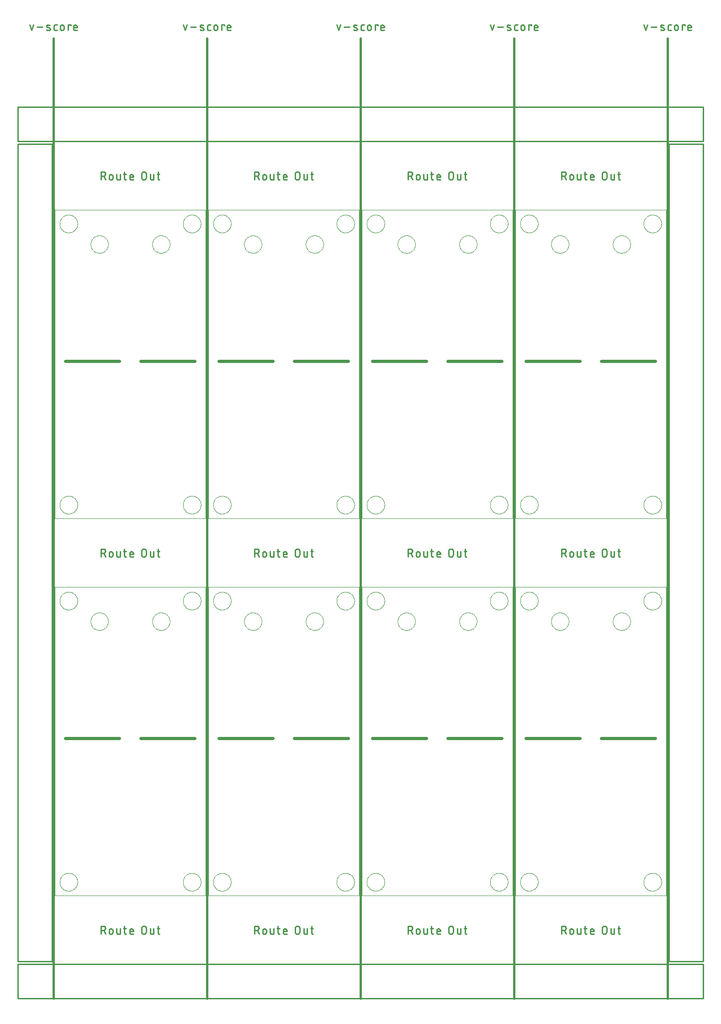
<source format=gko>
G04 EAGLE Gerber RS-274X export*
G75*
%MOMM*%
%FSLAX34Y34*%
%LPD*%
%IN*%
%IPPOS*%
%AMOC8*
5,1,8,0,0,1.08239X$1,22.5*%
G01*
%ADD10C,0.050000*%
%ADD11C,0.600000*%
%ADD12C,0.279400*%
%ADD13C,0.381000*%
%ADD14C,0.254000*%
%ADD15C,0.000000*%


D10*
X279400Y0D02*
X279400Y571500D01*
X0Y571500D01*
X0Y0D01*
X279400Y0D01*
D11*
X119350Y291900D02*
X19680Y291900D01*
X159380Y291900D02*
X259050Y291900D01*
D12*
X85204Y-56007D02*
X85204Y-70993D01*
X85204Y-56007D02*
X89367Y-56007D01*
X89495Y-56009D01*
X89623Y-56015D01*
X89751Y-56025D01*
X89879Y-56039D01*
X90006Y-56056D01*
X90132Y-56078D01*
X90258Y-56103D01*
X90382Y-56133D01*
X90506Y-56166D01*
X90629Y-56203D01*
X90751Y-56244D01*
X90871Y-56288D01*
X90990Y-56336D01*
X91107Y-56388D01*
X91223Y-56443D01*
X91336Y-56502D01*
X91449Y-56565D01*
X91559Y-56631D01*
X91666Y-56700D01*
X91772Y-56772D01*
X91876Y-56848D01*
X91977Y-56927D01*
X92076Y-57009D01*
X92172Y-57094D01*
X92265Y-57181D01*
X92356Y-57272D01*
X92443Y-57365D01*
X92528Y-57461D01*
X92610Y-57560D01*
X92689Y-57661D01*
X92765Y-57765D01*
X92837Y-57871D01*
X92906Y-57978D01*
X92972Y-58089D01*
X93035Y-58201D01*
X93094Y-58314D01*
X93149Y-58430D01*
X93201Y-58547D01*
X93249Y-58666D01*
X93293Y-58786D01*
X93334Y-58908D01*
X93371Y-59031D01*
X93404Y-59155D01*
X93434Y-59279D01*
X93459Y-59405D01*
X93481Y-59531D01*
X93498Y-59658D01*
X93512Y-59786D01*
X93522Y-59914D01*
X93528Y-60042D01*
X93530Y-60170D01*
X93528Y-60298D01*
X93522Y-60426D01*
X93512Y-60554D01*
X93498Y-60682D01*
X93481Y-60809D01*
X93459Y-60935D01*
X93434Y-61061D01*
X93404Y-61185D01*
X93371Y-61309D01*
X93334Y-61432D01*
X93293Y-61554D01*
X93249Y-61674D01*
X93201Y-61793D01*
X93149Y-61910D01*
X93094Y-62026D01*
X93035Y-62139D01*
X92972Y-62252D01*
X92906Y-62362D01*
X92837Y-62469D01*
X92765Y-62575D01*
X92689Y-62679D01*
X92610Y-62780D01*
X92528Y-62879D01*
X92443Y-62975D01*
X92356Y-63068D01*
X92265Y-63159D01*
X92172Y-63246D01*
X92076Y-63331D01*
X91977Y-63413D01*
X91876Y-63492D01*
X91772Y-63568D01*
X91666Y-63640D01*
X91559Y-63709D01*
X91449Y-63775D01*
X91336Y-63838D01*
X91223Y-63897D01*
X91107Y-63952D01*
X90990Y-64004D01*
X90871Y-64052D01*
X90751Y-64096D01*
X90629Y-64137D01*
X90506Y-64174D01*
X90382Y-64207D01*
X90258Y-64237D01*
X90132Y-64262D01*
X90006Y-64284D01*
X89879Y-64301D01*
X89751Y-64315D01*
X89623Y-64325D01*
X89495Y-64331D01*
X89367Y-64333D01*
X85204Y-64333D01*
X90199Y-64333D02*
X93529Y-70993D01*
X100488Y-67663D02*
X100488Y-64333D01*
X100490Y-64219D01*
X100496Y-64106D01*
X100505Y-63992D01*
X100519Y-63880D01*
X100536Y-63767D01*
X100558Y-63655D01*
X100583Y-63545D01*
X100611Y-63435D01*
X100644Y-63326D01*
X100680Y-63218D01*
X100720Y-63111D01*
X100764Y-63006D01*
X100811Y-62903D01*
X100861Y-62801D01*
X100915Y-62701D01*
X100973Y-62603D01*
X101034Y-62507D01*
X101097Y-62413D01*
X101165Y-62321D01*
X101235Y-62231D01*
X101308Y-62145D01*
X101384Y-62060D01*
X101463Y-61978D01*
X101545Y-61899D01*
X101630Y-61823D01*
X101716Y-61750D01*
X101806Y-61680D01*
X101898Y-61612D01*
X101992Y-61549D01*
X102088Y-61488D01*
X102186Y-61430D01*
X102286Y-61376D01*
X102388Y-61326D01*
X102491Y-61279D01*
X102596Y-61235D01*
X102703Y-61195D01*
X102811Y-61159D01*
X102920Y-61126D01*
X103030Y-61098D01*
X103140Y-61073D01*
X103252Y-61051D01*
X103365Y-61034D01*
X103477Y-61020D01*
X103591Y-61011D01*
X103704Y-61005D01*
X103818Y-61003D01*
X103932Y-61005D01*
X104045Y-61011D01*
X104159Y-61020D01*
X104271Y-61034D01*
X104384Y-61051D01*
X104496Y-61073D01*
X104606Y-61098D01*
X104716Y-61126D01*
X104825Y-61159D01*
X104933Y-61195D01*
X105040Y-61235D01*
X105145Y-61279D01*
X105248Y-61326D01*
X105350Y-61376D01*
X105450Y-61430D01*
X105548Y-61488D01*
X105644Y-61549D01*
X105738Y-61612D01*
X105830Y-61680D01*
X105920Y-61750D01*
X106006Y-61823D01*
X106091Y-61899D01*
X106173Y-61978D01*
X106252Y-62060D01*
X106328Y-62145D01*
X106401Y-62231D01*
X106471Y-62321D01*
X106539Y-62413D01*
X106602Y-62507D01*
X106663Y-62603D01*
X106721Y-62701D01*
X106775Y-62801D01*
X106825Y-62903D01*
X106872Y-63006D01*
X106916Y-63111D01*
X106956Y-63218D01*
X106992Y-63326D01*
X107025Y-63435D01*
X107053Y-63545D01*
X107078Y-63655D01*
X107100Y-63767D01*
X107117Y-63880D01*
X107131Y-63992D01*
X107140Y-64106D01*
X107146Y-64219D01*
X107148Y-64333D01*
X107148Y-67663D01*
X107146Y-67777D01*
X107140Y-67890D01*
X107131Y-68004D01*
X107117Y-68116D01*
X107100Y-68229D01*
X107078Y-68341D01*
X107053Y-68451D01*
X107025Y-68561D01*
X106992Y-68670D01*
X106956Y-68778D01*
X106916Y-68885D01*
X106872Y-68990D01*
X106825Y-69093D01*
X106775Y-69195D01*
X106721Y-69295D01*
X106663Y-69393D01*
X106602Y-69489D01*
X106539Y-69583D01*
X106471Y-69675D01*
X106401Y-69765D01*
X106328Y-69851D01*
X106252Y-69936D01*
X106173Y-70018D01*
X106091Y-70097D01*
X106006Y-70173D01*
X105920Y-70246D01*
X105830Y-70316D01*
X105738Y-70384D01*
X105644Y-70447D01*
X105548Y-70508D01*
X105450Y-70566D01*
X105350Y-70620D01*
X105248Y-70670D01*
X105145Y-70717D01*
X105040Y-70761D01*
X104933Y-70801D01*
X104825Y-70837D01*
X104716Y-70870D01*
X104606Y-70898D01*
X104496Y-70923D01*
X104384Y-70945D01*
X104271Y-70962D01*
X104159Y-70976D01*
X104045Y-70985D01*
X103932Y-70991D01*
X103818Y-70993D01*
X103704Y-70991D01*
X103591Y-70985D01*
X103477Y-70976D01*
X103365Y-70962D01*
X103252Y-70945D01*
X103140Y-70923D01*
X103030Y-70898D01*
X102920Y-70870D01*
X102811Y-70837D01*
X102703Y-70801D01*
X102596Y-70761D01*
X102491Y-70717D01*
X102388Y-70670D01*
X102286Y-70620D01*
X102186Y-70566D01*
X102088Y-70508D01*
X101992Y-70447D01*
X101898Y-70384D01*
X101806Y-70316D01*
X101716Y-70246D01*
X101630Y-70173D01*
X101545Y-70097D01*
X101463Y-70018D01*
X101384Y-69936D01*
X101308Y-69851D01*
X101235Y-69765D01*
X101165Y-69675D01*
X101097Y-69583D01*
X101034Y-69489D01*
X100973Y-69393D01*
X100915Y-69295D01*
X100861Y-69195D01*
X100811Y-69093D01*
X100764Y-68990D01*
X100720Y-68885D01*
X100680Y-68778D01*
X100644Y-68670D01*
X100611Y-68561D01*
X100583Y-68451D01*
X100558Y-68341D01*
X100536Y-68229D01*
X100519Y-68116D01*
X100505Y-68004D01*
X100496Y-67890D01*
X100490Y-67777D01*
X100488Y-67663D01*
X114556Y-68495D02*
X114556Y-61002D01*
X114555Y-68495D02*
X114557Y-68593D01*
X114563Y-68691D01*
X114572Y-68789D01*
X114586Y-68886D01*
X114603Y-68982D01*
X114624Y-69078D01*
X114649Y-69173D01*
X114677Y-69267D01*
X114709Y-69360D01*
X114745Y-69451D01*
X114784Y-69541D01*
X114827Y-69629D01*
X114874Y-69716D01*
X114923Y-69800D01*
X114976Y-69883D01*
X115032Y-69963D01*
X115091Y-70042D01*
X115154Y-70117D01*
X115219Y-70191D01*
X115287Y-70261D01*
X115357Y-70329D01*
X115431Y-70395D01*
X115507Y-70457D01*
X115585Y-70516D01*
X115665Y-70572D01*
X115748Y-70625D01*
X115832Y-70675D01*
X115919Y-70721D01*
X116007Y-70764D01*
X116097Y-70803D01*
X116188Y-70839D01*
X116281Y-70871D01*
X116375Y-70899D01*
X116470Y-70924D01*
X116566Y-70945D01*
X116662Y-70962D01*
X116759Y-70976D01*
X116857Y-70985D01*
X116955Y-70991D01*
X117053Y-70993D01*
X121216Y-70993D01*
X121216Y-61002D01*
X127197Y-61002D02*
X132192Y-61002D01*
X128862Y-56007D02*
X128862Y-68495D01*
X128864Y-68593D01*
X128870Y-68691D01*
X128879Y-68789D01*
X128893Y-68886D01*
X128910Y-68982D01*
X128931Y-69078D01*
X128956Y-69173D01*
X128984Y-69267D01*
X129016Y-69360D01*
X129052Y-69451D01*
X129091Y-69541D01*
X129134Y-69629D01*
X129181Y-69716D01*
X129230Y-69800D01*
X129283Y-69883D01*
X129339Y-69963D01*
X129398Y-70042D01*
X129461Y-70117D01*
X129526Y-70191D01*
X129594Y-70261D01*
X129664Y-70329D01*
X129738Y-70395D01*
X129814Y-70457D01*
X129892Y-70516D01*
X129972Y-70572D01*
X130055Y-70625D01*
X130139Y-70675D01*
X130226Y-70721D01*
X130314Y-70764D01*
X130404Y-70803D01*
X130495Y-70839D01*
X130588Y-70871D01*
X130682Y-70899D01*
X130777Y-70924D01*
X130873Y-70945D01*
X130969Y-70962D01*
X131066Y-70976D01*
X131164Y-70985D01*
X131262Y-70991D01*
X131360Y-70993D01*
X132192Y-70993D01*
X141021Y-70993D02*
X145184Y-70993D01*
X141021Y-70993D02*
X140923Y-70991D01*
X140825Y-70985D01*
X140727Y-70976D01*
X140630Y-70962D01*
X140534Y-70945D01*
X140438Y-70924D01*
X140343Y-70899D01*
X140249Y-70871D01*
X140156Y-70839D01*
X140065Y-70803D01*
X139975Y-70764D01*
X139887Y-70721D01*
X139800Y-70674D01*
X139716Y-70625D01*
X139633Y-70572D01*
X139553Y-70516D01*
X139475Y-70457D01*
X139399Y-70395D01*
X139325Y-70329D01*
X139255Y-70261D01*
X139187Y-70191D01*
X139122Y-70117D01*
X139059Y-70042D01*
X139000Y-69963D01*
X138944Y-69883D01*
X138891Y-69800D01*
X138842Y-69716D01*
X138795Y-69629D01*
X138752Y-69541D01*
X138713Y-69451D01*
X138677Y-69360D01*
X138645Y-69267D01*
X138617Y-69173D01*
X138592Y-69078D01*
X138571Y-68982D01*
X138554Y-68886D01*
X138540Y-68789D01*
X138531Y-68691D01*
X138525Y-68593D01*
X138523Y-68495D01*
X138524Y-68495D02*
X138524Y-64333D01*
X138526Y-64219D01*
X138532Y-64106D01*
X138541Y-63992D01*
X138555Y-63880D01*
X138572Y-63767D01*
X138594Y-63655D01*
X138619Y-63545D01*
X138647Y-63435D01*
X138680Y-63326D01*
X138716Y-63218D01*
X138756Y-63111D01*
X138800Y-63006D01*
X138847Y-62903D01*
X138897Y-62801D01*
X138951Y-62701D01*
X139009Y-62603D01*
X139070Y-62507D01*
X139133Y-62413D01*
X139201Y-62321D01*
X139271Y-62231D01*
X139344Y-62145D01*
X139420Y-62060D01*
X139499Y-61978D01*
X139581Y-61899D01*
X139666Y-61823D01*
X139752Y-61750D01*
X139842Y-61680D01*
X139934Y-61612D01*
X140028Y-61549D01*
X140124Y-61488D01*
X140222Y-61430D01*
X140322Y-61376D01*
X140424Y-61326D01*
X140527Y-61279D01*
X140632Y-61235D01*
X140739Y-61195D01*
X140847Y-61159D01*
X140956Y-61126D01*
X141066Y-61098D01*
X141176Y-61073D01*
X141288Y-61051D01*
X141401Y-61034D01*
X141513Y-61020D01*
X141627Y-61011D01*
X141740Y-61005D01*
X141854Y-61003D01*
X141968Y-61005D01*
X142081Y-61011D01*
X142195Y-61020D01*
X142307Y-61034D01*
X142420Y-61051D01*
X142532Y-61073D01*
X142642Y-61098D01*
X142752Y-61126D01*
X142861Y-61159D01*
X142969Y-61195D01*
X143076Y-61235D01*
X143181Y-61279D01*
X143284Y-61326D01*
X143386Y-61376D01*
X143486Y-61430D01*
X143584Y-61488D01*
X143680Y-61549D01*
X143774Y-61612D01*
X143866Y-61680D01*
X143956Y-61750D01*
X144042Y-61823D01*
X144127Y-61899D01*
X144209Y-61978D01*
X144288Y-62060D01*
X144364Y-62145D01*
X144437Y-62231D01*
X144507Y-62321D01*
X144575Y-62413D01*
X144638Y-62507D01*
X144699Y-62603D01*
X144757Y-62701D01*
X144811Y-62801D01*
X144861Y-62903D01*
X144908Y-63006D01*
X144952Y-63111D01*
X144992Y-63218D01*
X145028Y-63326D01*
X145061Y-63435D01*
X145089Y-63545D01*
X145114Y-63655D01*
X145136Y-63767D01*
X145153Y-63880D01*
X145167Y-63992D01*
X145176Y-64106D01*
X145182Y-64219D01*
X145184Y-64333D01*
X145184Y-65998D01*
X138524Y-65998D01*
X160617Y-66830D02*
X160617Y-60170D01*
X160619Y-60042D01*
X160625Y-59914D01*
X160635Y-59786D01*
X160649Y-59658D01*
X160666Y-59531D01*
X160688Y-59405D01*
X160713Y-59279D01*
X160743Y-59155D01*
X160776Y-59031D01*
X160813Y-58908D01*
X160854Y-58786D01*
X160898Y-58666D01*
X160946Y-58547D01*
X160998Y-58430D01*
X161053Y-58314D01*
X161112Y-58201D01*
X161175Y-58088D01*
X161241Y-57978D01*
X161310Y-57871D01*
X161382Y-57765D01*
X161458Y-57661D01*
X161537Y-57560D01*
X161619Y-57461D01*
X161704Y-57365D01*
X161791Y-57272D01*
X161882Y-57181D01*
X161975Y-57094D01*
X162071Y-57009D01*
X162170Y-56927D01*
X162271Y-56848D01*
X162375Y-56772D01*
X162481Y-56700D01*
X162588Y-56631D01*
X162699Y-56565D01*
X162811Y-56502D01*
X162924Y-56443D01*
X163040Y-56388D01*
X163157Y-56336D01*
X163276Y-56288D01*
X163396Y-56244D01*
X163518Y-56203D01*
X163641Y-56166D01*
X163765Y-56133D01*
X163889Y-56103D01*
X164015Y-56078D01*
X164141Y-56056D01*
X164268Y-56039D01*
X164396Y-56025D01*
X164524Y-56015D01*
X164652Y-56009D01*
X164780Y-56007D01*
X164908Y-56009D01*
X165036Y-56015D01*
X165164Y-56025D01*
X165292Y-56039D01*
X165419Y-56056D01*
X165545Y-56078D01*
X165671Y-56103D01*
X165795Y-56133D01*
X165919Y-56166D01*
X166042Y-56203D01*
X166164Y-56244D01*
X166284Y-56288D01*
X166403Y-56336D01*
X166520Y-56388D01*
X166636Y-56443D01*
X166749Y-56502D01*
X166862Y-56565D01*
X166972Y-56631D01*
X167079Y-56700D01*
X167185Y-56772D01*
X167289Y-56848D01*
X167390Y-56927D01*
X167489Y-57009D01*
X167585Y-57094D01*
X167678Y-57181D01*
X167769Y-57272D01*
X167856Y-57365D01*
X167941Y-57461D01*
X168023Y-57560D01*
X168102Y-57661D01*
X168178Y-57765D01*
X168250Y-57871D01*
X168319Y-57978D01*
X168385Y-58089D01*
X168448Y-58201D01*
X168507Y-58314D01*
X168562Y-58430D01*
X168614Y-58547D01*
X168662Y-58666D01*
X168706Y-58786D01*
X168747Y-58908D01*
X168784Y-59031D01*
X168817Y-59155D01*
X168847Y-59279D01*
X168872Y-59405D01*
X168894Y-59531D01*
X168911Y-59658D01*
X168925Y-59786D01*
X168935Y-59914D01*
X168941Y-60042D01*
X168943Y-60170D01*
X168942Y-60170D02*
X168942Y-66830D01*
X168943Y-66830D02*
X168941Y-66958D01*
X168935Y-67086D01*
X168925Y-67214D01*
X168911Y-67342D01*
X168894Y-67469D01*
X168872Y-67595D01*
X168847Y-67721D01*
X168817Y-67845D01*
X168784Y-67969D01*
X168747Y-68092D01*
X168706Y-68214D01*
X168662Y-68334D01*
X168614Y-68453D01*
X168562Y-68570D01*
X168507Y-68686D01*
X168448Y-68799D01*
X168385Y-68912D01*
X168319Y-69022D01*
X168250Y-69129D01*
X168178Y-69235D01*
X168102Y-69339D01*
X168023Y-69440D01*
X167941Y-69539D01*
X167856Y-69635D01*
X167769Y-69728D01*
X167678Y-69819D01*
X167585Y-69906D01*
X167489Y-69991D01*
X167390Y-70073D01*
X167289Y-70152D01*
X167185Y-70228D01*
X167079Y-70300D01*
X166972Y-70369D01*
X166861Y-70435D01*
X166749Y-70498D01*
X166636Y-70557D01*
X166520Y-70612D01*
X166403Y-70664D01*
X166284Y-70712D01*
X166164Y-70756D01*
X166042Y-70797D01*
X165919Y-70834D01*
X165795Y-70867D01*
X165671Y-70897D01*
X165545Y-70922D01*
X165419Y-70944D01*
X165292Y-70961D01*
X165164Y-70975D01*
X165036Y-70985D01*
X164908Y-70991D01*
X164780Y-70993D01*
X164652Y-70991D01*
X164524Y-70985D01*
X164396Y-70975D01*
X164268Y-70961D01*
X164141Y-70944D01*
X164015Y-70922D01*
X163889Y-70897D01*
X163765Y-70867D01*
X163641Y-70834D01*
X163518Y-70797D01*
X163396Y-70756D01*
X163276Y-70712D01*
X163157Y-70664D01*
X163040Y-70612D01*
X162924Y-70557D01*
X162811Y-70498D01*
X162699Y-70435D01*
X162588Y-70369D01*
X162481Y-70300D01*
X162375Y-70228D01*
X162271Y-70152D01*
X162170Y-70073D01*
X162071Y-69991D01*
X161975Y-69906D01*
X161882Y-69819D01*
X161791Y-69728D01*
X161704Y-69635D01*
X161619Y-69539D01*
X161537Y-69440D01*
X161458Y-69339D01*
X161382Y-69235D01*
X161310Y-69129D01*
X161241Y-69022D01*
X161175Y-68912D01*
X161112Y-68799D01*
X161053Y-68686D01*
X160998Y-68570D01*
X160946Y-68453D01*
X160898Y-68334D01*
X160854Y-68214D01*
X160813Y-68092D01*
X160776Y-67969D01*
X160743Y-67845D01*
X160713Y-67721D01*
X160688Y-67595D01*
X160666Y-67469D01*
X160649Y-67342D01*
X160635Y-67214D01*
X160625Y-67086D01*
X160619Y-66958D01*
X160617Y-66830D01*
X176559Y-68495D02*
X176559Y-61002D01*
X176559Y-68495D02*
X176561Y-68593D01*
X176567Y-68691D01*
X176576Y-68789D01*
X176590Y-68886D01*
X176607Y-68982D01*
X176628Y-69078D01*
X176653Y-69173D01*
X176681Y-69267D01*
X176713Y-69360D01*
X176749Y-69451D01*
X176788Y-69541D01*
X176831Y-69629D01*
X176878Y-69716D01*
X176927Y-69800D01*
X176980Y-69883D01*
X177036Y-69963D01*
X177095Y-70042D01*
X177158Y-70117D01*
X177223Y-70191D01*
X177291Y-70261D01*
X177361Y-70329D01*
X177435Y-70395D01*
X177511Y-70457D01*
X177589Y-70516D01*
X177669Y-70572D01*
X177752Y-70625D01*
X177836Y-70675D01*
X177923Y-70721D01*
X178011Y-70764D01*
X178101Y-70803D01*
X178192Y-70839D01*
X178285Y-70871D01*
X178379Y-70899D01*
X178474Y-70924D01*
X178570Y-70945D01*
X178666Y-70962D01*
X178763Y-70976D01*
X178861Y-70985D01*
X178959Y-70991D01*
X179057Y-70993D01*
X183220Y-70993D01*
X183220Y-61002D01*
X189201Y-61002D02*
X194196Y-61002D01*
X190866Y-56007D02*
X190866Y-68495D01*
X190865Y-68495D02*
X190867Y-68593D01*
X190873Y-68691D01*
X190882Y-68789D01*
X190896Y-68886D01*
X190913Y-68982D01*
X190934Y-69078D01*
X190959Y-69173D01*
X190987Y-69267D01*
X191019Y-69360D01*
X191055Y-69451D01*
X191094Y-69541D01*
X191137Y-69629D01*
X191184Y-69716D01*
X191233Y-69800D01*
X191286Y-69883D01*
X191342Y-69963D01*
X191401Y-70042D01*
X191464Y-70117D01*
X191529Y-70191D01*
X191597Y-70261D01*
X191667Y-70329D01*
X191741Y-70395D01*
X191817Y-70457D01*
X191895Y-70516D01*
X191975Y-70572D01*
X192058Y-70625D01*
X192142Y-70675D01*
X192229Y-70721D01*
X192317Y-70764D01*
X192407Y-70803D01*
X192498Y-70839D01*
X192591Y-70871D01*
X192685Y-70899D01*
X192780Y-70924D01*
X192876Y-70945D01*
X192972Y-70962D01*
X193069Y-70976D01*
X193167Y-70985D01*
X193265Y-70991D01*
X193363Y-70993D01*
X193364Y-70993D02*
X194196Y-70993D01*
D10*
X563880Y0D02*
X563880Y571500D01*
X284480Y571500D01*
X284480Y0D01*
X563880Y0D01*
D11*
X403830Y291900D02*
X304160Y291900D01*
X443860Y291900D02*
X543530Y291900D01*
D12*
X369684Y-56007D02*
X369684Y-70993D01*
X369684Y-56007D02*
X373847Y-56007D01*
X373975Y-56009D01*
X374103Y-56015D01*
X374231Y-56025D01*
X374359Y-56039D01*
X374486Y-56056D01*
X374612Y-56078D01*
X374738Y-56103D01*
X374862Y-56133D01*
X374986Y-56166D01*
X375109Y-56203D01*
X375231Y-56244D01*
X375351Y-56288D01*
X375470Y-56336D01*
X375587Y-56388D01*
X375703Y-56443D01*
X375816Y-56502D01*
X375929Y-56565D01*
X376039Y-56631D01*
X376146Y-56700D01*
X376252Y-56772D01*
X376356Y-56848D01*
X376457Y-56927D01*
X376556Y-57009D01*
X376652Y-57094D01*
X376745Y-57181D01*
X376836Y-57272D01*
X376923Y-57365D01*
X377008Y-57461D01*
X377090Y-57560D01*
X377169Y-57661D01*
X377245Y-57765D01*
X377317Y-57871D01*
X377386Y-57978D01*
X377452Y-58089D01*
X377515Y-58201D01*
X377574Y-58314D01*
X377629Y-58430D01*
X377681Y-58547D01*
X377729Y-58666D01*
X377773Y-58786D01*
X377814Y-58908D01*
X377851Y-59031D01*
X377884Y-59155D01*
X377914Y-59279D01*
X377939Y-59405D01*
X377961Y-59531D01*
X377978Y-59658D01*
X377992Y-59786D01*
X378002Y-59914D01*
X378008Y-60042D01*
X378010Y-60170D01*
X378008Y-60298D01*
X378002Y-60426D01*
X377992Y-60554D01*
X377978Y-60682D01*
X377961Y-60809D01*
X377939Y-60935D01*
X377914Y-61061D01*
X377884Y-61185D01*
X377851Y-61309D01*
X377814Y-61432D01*
X377773Y-61554D01*
X377729Y-61674D01*
X377681Y-61793D01*
X377629Y-61910D01*
X377574Y-62026D01*
X377515Y-62139D01*
X377452Y-62252D01*
X377386Y-62362D01*
X377317Y-62469D01*
X377245Y-62575D01*
X377169Y-62679D01*
X377090Y-62780D01*
X377008Y-62879D01*
X376923Y-62975D01*
X376836Y-63068D01*
X376745Y-63159D01*
X376652Y-63246D01*
X376556Y-63331D01*
X376457Y-63413D01*
X376356Y-63492D01*
X376252Y-63568D01*
X376146Y-63640D01*
X376039Y-63709D01*
X375929Y-63775D01*
X375816Y-63838D01*
X375703Y-63897D01*
X375587Y-63952D01*
X375470Y-64004D01*
X375351Y-64052D01*
X375231Y-64096D01*
X375109Y-64137D01*
X374986Y-64174D01*
X374862Y-64207D01*
X374738Y-64237D01*
X374612Y-64262D01*
X374486Y-64284D01*
X374359Y-64301D01*
X374231Y-64315D01*
X374103Y-64325D01*
X373975Y-64331D01*
X373847Y-64333D01*
X369684Y-64333D01*
X374679Y-64333D02*
X378009Y-70993D01*
X384968Y-67663D02*
X384968Y-64333D01*
X384970Y-64219D01*
X384976Y-64106D01*
X384985Y-63992D01*
X384999Y-63880D01*
X385016Y-63767D01*
X385038Y-63655D01*
X385063Y-63545D01*
X385091Y-63435D01*
X385124Y-63326D01*
X385160Y-63218D01*
X385200Y-63111D01*
X385244Y-63006D01*
X385291Y-62903D01*
X385341Y-62801D01*
X385395Y-62701D01*
X385453Y-62603D01*
X385514Y-62507D01*
X385577Y-62413D01*
X385645Y-62321D01*
X385715Y-62231D01*
X385788Y-62145D01*
X385864Y-62060D01*
X385943Y-61978D01*
X386025Y-61899D01*
X386110Y-61823D01*
X386196Y-61750D01*
X386286Y-61680D01*
X386378Y-61612D01*
X386472Y-61549D01*
X386568Y-61488D01*
X386666Y-61430D01*
X386766Y-61376D01*
X386868Y-61326D01*
X386971Y-61279D01*
X387076Y-61235D01*
X387183Y-61195D01*
X387291Y-61159D01*
X387400Y-61126D01*
X387510Y-61098D01*
X387620Y-61073D01*
X387732Y-61051D01*
X387845Y-61034D01*
X387957Y-61020D01*
X388071Y-61011D01*
X388184Y-61005D01*
X388298Y-61003D01*
X388412Y-61005D01*
X388525Y-61011D01*
X388639Y-61020D01*
X388751Y-61034D01*
X388864Y-61051D01*
X388976Y-61073D01*
X389086Y-61098D01*
X389196Y-61126D01*
X389305Y-61159D01*
X389413Y-61195D01*
X389520Y-61235D01*
X389625Y-61279D01*
X389728Y-61326D01*
X389830Y-61376D01*
X389930Y-61430D01*
X390028Y-61488D01*
X390124Y-61549D01*
X390218Y-61612D01*
X390310Y-61680D01*
X390400Y-61750D01*
X390486Y-61823D01*
X390571Y-61899D01*
X390653Y-61978D01*
X390732Y-62060D01*
X390808Y-62145D01*
X390881Y-62231D01*
X390951Y-62321D01*
X391019Y-62413D01*
X391082Y-62507D01*
X391143Y-62603D01*
X391201Y-62701D01*
X391255Y-62801D01*
X391305Y-62903D01*
X391352Y-63006D01*
X391396Y-63111D01*
X391436Y-63218D01*
X391472Y-63326D01*
X391505Y-63435D01*
X391533Y-63545D01*
X391558Y-63655D01*
X391580Y-63767D01*
X391597Y-63880D01*
X391611Y-63992D01*
X391620Y-64106D01*
X391626Y-64219D01*
X391628Y-64333D01*
X391628Y-67663D01*
X391626Y-67777D01*
X391620Y-67890D01*
X391611Y-68004D01*
X391597Y-68116D01*
X391580Y-68229D01*
X391558Y-68341D01*
X391533Y-68451D01*
X391505Y-68561D01*
X391472Y-68670D01*
X391436Y-68778D01*
X391396Y-68885D01*
X391352Y-68990D01*
X391305Y-69093D01*
X391255Y-69195D01*
X391201Y-69295D01*
X391143Y-69393D01*
X391082Y-69489D01*
X391019Y-69583D01*
X390951Y-69675D01*
X390881Y-69765D01*
X390808Y-69851D01*
X390732Y-69936D01*
X390653Y-70018D01*
X390571Y-70097D01*
X390486Y-70173D01*
X390400Y-70246D01*
X390310Y-70316D01*
X390218Y-70384D01*
X390124Y-70447D01*
X390028Y-70508D01*
X389930Y-70566D01*
X389830Y-70620D01*
X389728Y-70670D01*
X389625Y-70717D01*
X389520Y-70761D01*
X389413Y-70801D01*
X389305Y-70837D01*
X389196Y-70870D01*
X389086Y-70898D01*
X388976Y-70923D01*
X388864Y-70945D01*
X388751Y-70962D01*
X388639Y-70976D01*
X388525Y-70985D01*
X388412Y-70991D01*
X388298Y-70993D01*
X388184Y-70991D01*
X388071Y-70985D01*
X387957Y-70976D01*
X387845Y-70962D01*
X387732Y-70945D01*
X387620Y-70923D01*
X387510Y-70898D01*
X387400Y-70870D01*
X387291Y-70837D01*
X387183Y-70801D01*
X387076Y-70761D01*
X386971Y-70717D01*
X386868Y-70670D01*
X386766Y-70620D01*
X386666Y-70566D01*
X386568Y-70508D01*
X386472Y-70447D01*
X386378Y-70384D01*
X386286Y-70316D01*
X386196Y-70246D01*
X386110Y-70173D01*
X386025Y-70097D01*
X385943Y-70018D01*
X385864Y-69936D01*
X385788Y-69851D01*
X385715Y-69765D01*
X385645Y-69675D01*
X385577Y-69583D01*
X385514Y-69489D01*
X385453Y-69393D01*
X385395Y-69295D01*
X385341Y-69195D01*
X385291Y-69093D01*
X385244Y-68990D01*
X385200Y-68885D01*
X385160Y-68778D01*
X385124Y-68670D01*
X385091Y-68561D01*
X385063Y-68451D01*
X385038Y-68341D01*
X385016Y-68229D01*
X384999Y-68116D01*
X384985Y-68004D01*
X384976Y-67890D01*
X384970Y-67777D01*
X384968Y-67663D01*
X399036Y-68495D02*
X399036Y-61002D01*
X399035Y-68495D02*
X399037Y-68593D01*
X399043Y-68691D01*
X399052Y-68789D01*
X399066Y-68886D01*
X399083Y-68982D01*
X399104Y-69078D01*
X399129Y-69173D01*
X399157Y-69267D01*
X399189Y-69360D01*
X399225Y-69451D01*
X399264Y-69541D01*
X399307Y-69629D01*
X399354Y-69716D01*
X399403Y-69800D01*
X399456Y-69883D01*
X399512Y-69963D01*
X399571Y-70042D01*
X399634Y-70117D01*
X399699Y-70191D01*
X399767Y-70261D01*
X399837Y-70329D01*
X399911Y-70395D01*
X399987Y-70457D01*
X400065Y-70516D01*
X400145Y-70572D01*
X400228Y-70625D01*
X400312Y-70675D01*
X400399Y-70721D01*
X400487Y-70764D01*
X400577Y-70803D01*
X400668Y-70839D01*
X400761Y-70871D01*
X400855Y-70899D01*
X400950Y-70924D01*
X401046Y-70945D01*
X401142Y-70962D01*
X401239Y-70976D01*
X401337Y-70985D01*
X401435Y-70991D01*
X401533Y-70993D01*
X405696Y-70993D01*
X405696Y-61002D01*
X411677Y-61002D02*
X416672Y-61002D01*
X413342Y-56007D02*
X413342Y-68495D01*
X413344Y-68593D01*
X413350Y-68691D01*
X413359Y-68789D01*
X413373Y-68886D01*
X413390Y-68982D01*
X413411Y-69078D01*
X413436Y-69173D01*
X413464Y-69267D01*
X413496Y-69360D01*
X413532Y-69451D01*
X413571Y-69541D01*
X413614Y-69629D01*
X413661Y-69716D01*
X413710Y-69800D01*
X413763Y-69883D01*
X413819Y-69963D01*
X413878Y-70042D01*
X413941Y-70117D01*
X414006Y-70191D01*
X414074Y-70261D01*
X414144Y-70329D01*
X414218Y-70395D01*
X414294Y-70457D01*
X414372Y-70516D01*
X414452Y-70572D01*
X414535Y-70625D01*
X414619Y-70675D01*
X414706Y-70721D01*
X414794Y-70764D01*
X414884Y-70803D01*
X414975Y-70839D01*
X415068Y-70871D01*
X415162Y-70899D01*
X415257Y-70924D01*
X415353Y-70945D01*
X415449Y-70962D01*
X415546Y-70976D01*
X415644Y-70985D01*
X415742Y-70991D01*
X415840Y-70993D01*
X416672Y-70993D01*
X425501Y-70993D02*
X429664Y-70993D01*
X425501Y-70993D02*
X425403Y-70991D01*
X425305Y-70985D01*
X425207Y-70976D01*
X425110Y-70962D01*
X425014Y-70945D01*
X424918Y-70924D01*
X424823Y-70899D01*
X424729Y-70871D01*
X424636Y-70839D01*
X424545Y-70803D01*
X424455Y-70764D01*
X424367Y-70721D01*
X424280Y-70674D01*
X424196Y-70625D01*
X424113Y-70572D01*
X424033Y-70516D01*
X423955Y-70457D01*
X423879Y-70395D01*
X423805Y-70329D01*
X423735Y-70261D01*
X423667Y-70191D01*
X423602Y-70117D01*
X423539Y-70042D01*
X423480Y-69963D01*
X423424Y-69883D01*
X423371Y-69800D01*
X423322Y-69716D01*
X423275Y-69629D01*
X423232Y-69541D01*
X423193Y-69451D01*
X423157Y-69360D01*
X423125Y-69267D01*
X423097Y-69173D01*
X423072Y-69078D01*
X423051Y-68982D01*
X423034Y-68886D01*
X423020Y-68789D01*
X423011Y-68691D01*
X423005Y-68593D01*
X423003Y-68495D01*
X423004Y-68495D02*
X423004Y-64333D01*
X423006Y-64219D01*
X423012Y-64106D01*
X423021Y-63992D01*
X423035Y-63880D01*
X423052Y-63767D01*
X423074Y-63655D01*
X423099Y-63545D01*
X423127Y-63435D01*
X423160Y-63326D01*
X423196Y-63218D01*
X423236Y-63111D01*
X423280Y-63006D01*
X423327Y-62903D01*
X423377Y-62801D01*
X423431Y-62701D01*
X423489Y-62603D01*
X423550Y-62507D01*
X423613Y-62413D01*
X423681Y-62321D01*
X423751Y-62231D01*
X423824Y-62145D01*
X423900Y-62060D01*
X423979Y-61978D01*
X424061Y-61899D01*
X424146Y-61823D01*
X424232Y-61750D01*
X424322Y-61680D01*
X424414Y-61612D01*
X424508Y-61549D01*
X424604Y-61488D01*
X424702Y-61430D01*
X424802Y-61376D01*
X424904Y-61326D01*
X425007Y-61279D01*
X425112Y-61235D01*
X425219Y-61195D01*
X425327Y-61159D01*
X425436Y-61126D01*
X425546Y-61098D01*
X425656Y-61073D01*
X425768Y-61051D01*
X425881Y-61034D01*
X425993Y-61020D01*
X426107Y-61011D01*
X426220Y-61005D01*
X426334Y-61003D01*
X426448Y-61005D01*
X426561Y-61011D01*
X426675Y-61020D01*
X426787Y-61034D01*
X426900Y-61051D01*
X427012Y-61073D01*
X427122Y-61098D01*
X427232Y-61126D01*
X427341Y-61159D01*
X427449Y-61195D01*
X427556Y-61235D01*
X427661Y-61279D01*
X427764Y-61326D01*
X427866Y-61376D01*
X427966Y-61430D01*
X428064Y-61488D01*
X428160Y-61549D01*
X428254Y-61612D01*
X428346Y-61680D01*
X428436Y-61750D01*
X428522Y-61823D01*
X428607Y-61899D01*
X428689Y-61978D01*
X428768Y-62060D01*
X428844Y-62145D01*
X428917Y-62231D01*
X428987Y-62321D01*
X429055Y-62413D01*
X429118Y-62507D01*
X429179Y-62603D01*
X429237Y-62701D01*
X429291Y-62801D01*
X429341Y-62903D01*
X429388Y-63006D01*
X429432Y-63111D01*
X429472Y-63218D01*
X429508Y-63326D01*
X429541Y-63435D01*
X429569Y-63545D01*
X429594Y-63655D01*
X429616Y-63767D01*
X429633Y-63880D01*
X429647Y-63992D01*
X429656Y-64106D01*
X429662Y-64219D01*
X429664Y-64333D01*
X429664Y-65998D01*
X423004Y-65998D01*
X445097Y-66830D02*
X445097Y-60170D01*
X445099Y-60042D01*
X445105Y-59914D01*
X445115Y-59786D01*
X445129Y-59658D01*
X445146Y-59531D01*
X445168Y-59405D01*
X445193Y-59279D01*
X445223Y-59155D01*
X445256Y-59031D01*
X445293Y-58908D01*
X445334Y-58786D01*
X445378Y-58666D01*
X445426Y-58547D01*
X445478Y-58430D01*
X445533Y-58314D01*
X445592Y-58201D01*
X445655Y-58088D01*
X445721Y-57978D01*
X445790Y-57871D01*
X445862Y-57765D01*
X445938Y-57661D01*
X446017Y-57560D01*
X446099Y-57461D01*
X446184Y-57365D01*
X446271Y-57272D01*
X446362Y-57181D01*
X446455Y-57094D01*
X446551Y-57009D01*
X446650Y-56927D01*
X446751Y-56848D01*
X446855Y-56772D01*
X446961Y-56700D01*
X447068Y-56631D01*
X447179Y-56565D01*
X447291Y-56502D01*
X447404Y-56443D01*
X447520Y-56388D01*
X447637Y-56336D01*
X447756Y-56288D01*
X447876Y-56244D01*
X447998Y-56203D01*
X448121Y-56166D01*
X448245Y-56133D01*
X448369Y-56103D01*
X448495Y-56078D01*
X448621Y-56056D01*
X448748Y-56039D01*
X448876Y-56025D01*
X449004Y-56015D01*
X449132Y-56009D01*
X449260Y-56007D01*
X449388Y-56009D01*
X449516Y-56015D01*
X449644Y-56025D01*
X449772Y-56039D01*
X449899Y-56056D01*
X450025Y-56078D01*
X450151Y-56103D01*
X450275Y-56133D01*
X450399Y-56166D01*
X450522Y-56203D01*
X450644Y-56244D01*
X450764Y-56288D01*
X450883Y-56336D01*
X451000Y-56388D01*
X451116Y-56443D01*
X451229Y-56502D01*
X451342Y-56565D01*
X451452Y-56631D01*
X451559Y-56700D01*
X451665Y-56772D01*
X451769Y-56848D01*
X451870Y-56927D01*
X451969Y-57009D01*
X452065Y-57094D01*
X452158Y-57181D01*
X452249Y-57272D01*
X452336Y-57365D01*
X452421Y-57461D01*
X452503Y-57560D01*
X452582Y-57661D01*
X452658Y-57765D01*
X452730Y-57871D01*
X452799Y-57978D01*
X452865Y-58089D01*
X452928Y-58201D01*
X452987Y-58314D01*
X453042Y-58430D01*
X453094Y-58547D01*
X453142Y-58666D01*
X453186Y-58786D01*
X453227Y-58908D01*
X453264Y-59031D01*
X453297Y-59155D01*
X453327Y-59279D01*
X453352Y-59405D01*
X453374Y-59531D01*
X453391Y-59658D01*
X453405Y-59786D01*
X453415Y-59914D01*
X453421Y-60042D01*
X453423Y-60170D01*
X453422Y-60170D02*
X453422Y-66830D01*
X453423Y-66830D02*
X453421Y-66958D01*
X453415Y-67086D01*
X453405Y-67214D01*
X453391Y-67342D01*
X453374Y-67469D01*
X453352Y-67595D01*
X453327Y-67721D01*
X453297Y-67845D01*
X453264Y-67969D01*
X453227Y-68092D01*
X453186Y-68214D01*
X453142Y-68334D01*
X453094Y-68453D01*
X453042Y-68570D01*
X452987Y-68686D01*
X452928Y-68799D01*
X452865Y-68912D01*
X452799Y-69022D01*
X452730Y-69129D01*
X452658Y-69235D01*
X452582Y-69339D01*
X452503Y-69440D01*
X452421Y-69539D01*
X452336Y-69635D01*
X452249Y-69728D01*
X452158Y-69819D01*
X452065Y-69906D01*
X451969Y-69991D01*
X451870Y-70073D01*
X451769Y-70152D01*
X451665Y-70228D01*
X451559Y-70300D01*
X451452Y-70369D01*
X451342Y-70435D01*
X451229Y-70498D01*
X451116Y-70557D01*
X451000Y-70612D01*
X450883Y-70664D01*
X450764Y-70712D01*
X450644Y-70756D01*
X450522Y-70797D01*
X450399Y-70834D01*
X450275Y-70867D01*
X450151Y-70897D01*
X450025Y-70922D01*
X449899Y-70944D01*
X449772Y-70961D01*
X449644Y-70975D01*
X449516Y-70985D01*
X449388Y-70991D01*
X449260Y-70993D01*
X449132Y-70991D01*
X449004Y-70985D01*
X448876Y-70975D01*
X448748Y-70961D01*
X448621Y-70944D01*
X448495Y-70922D01*
X448369Y-70897D01*
X448245Y-70867D01*
X448121Y-70834D01*
X447998Y-70797D01*
X447876Y-70756D01*
X447756Y-70712D01*
X447637Y-70664D01*
X447520Y-70612D01*
X447404Y-70557D01*
X447291Y-70498D01*
X447179Y-70435D01*
X447068Y-70369D01*
X446961Y-70300D01*
X446855Y-70228D01*
X446751Y-70152D01*
X446650Y-70073D01*
X446551Y-69991D01*
X446455Y-69906D01*
X446362Y-69819D01*
X446271Y-69728D01*
X446184Y-69635D01*
X446099Y-69539D01*
X446017Y-69440D01*
X445938Y-69339D01*
X445862Y-69235D01*
X445790Y-69129D01*
X445721Y-69022D01*
X445655Y-68912D01*
X445592Y-68799D01*
X445533Y-68686D01*
X445478Y-68570D01*
X445426Y-68453D01*
X445378Y-68334D01*
X445334Y-68214D01*
X445293Y-68092D01*
X445256Y-67969D01*
X445223Y-67845D01*
X445193Y-67721D01*
X445168Y-67595D01*
X445146Y-67469D01*
X445129Y-67342D01*
X445115Y-67214D01*
X445105Y-67086D01*
X445099Y-66958D01*
X445097Y-66830D01*
X461039Y-68495D02*
X461039Y-61002D01*
X461039Y-68495D02*
X461041Y-68593D01*
X461047Y-68691D01*
X461056Y-68789D01*
X461070Y-68886D01*
X461087Y-68982D01*
X461108Y-69078D01*
X461133Y-69173D01*
X461161Y-69267D01*
X461193Y-69360D01*
X461229Y-69451D01*
X461268Y-69541D01*
X461311Y-69629D01*
X461358Y-69716D01*
X461407Y-69800D01*
X461460Y-69883D01*
X461516Y-69963D01*
X461575Y-70042D01*
X461638Y-70117D01*
X461703Y-70191D01*
X461771Y-70261D01*
X461841Y-70329D01*
X461915Y-70395D01*
X461991Y-70457D01*
X462069Y-70516D01*
X462149Y-70572D01*
X462232Y-70625D01*
X462316Y-70675D01*
X462403Y-70721D01*
X462491Y-70764D01*
X462581Y-70803D01*
X462672Y-70839D01*
X462765Y-70871D01*
X462859Y-70899D01*
X462954Y-70924D01*
X463050Y-70945D01*
X463146Y-70962D01*
X463243Y-70976D01*
X463341Y-70985D01*
X463439Y-70991D01*
X463537Y-70993D01*
X467700Y-70993D01*
X467700Y-61002D01*
X473681Y-61002D02*
X478676Y-61002D01*
X475346Y-56007D02*
X475346Y-68495D01*
X475345Y-68495D02*
X475347Y-68593D01*
X475353Y-68691D01*
X475362Y-68789D01*
X475376Y-68886D01*
X475393Y-68982D01*
X475414Y-69078D01*
X475439Y-69173D01*
X475467Y-69267D01*
X475499Y-69360D01*
X475535Y-69451D01*
X475574Y-69541D01*
X475617Y-69629D01*
X475664Y-69716D01*
X475713Y-69800D01*
X475766Y-69883D01*
X475822Y-69963D01*
X475881Y-70042D01*
X475944Y-70117D01*
X476009Y-70191D01*
X476077Y-70261D01*
X476147Y-70329D01*
X476221Y-70395D01*
X476297Y-70457D01*
X476375Y-70516D01*
X476455Y-70572D01*
X476538Y-70625D01*
X476622Y-70675D01*
X476709Y-70721D01*
X476797Y-70764D01*
X476887Y-70803D01*
X476978Y-70839D01*
X477071Y-70871D01*
X477165Y-70899D01*
X477260Y-70924D01*
X477356Y-70945D01*
X477452Y-70962D01*
X477549Y-70976D01*
X477647Y-70985D01*
X477745Y-70991D01*
X477843Y-70993D01*
X477844Y-70993D02*
X478676Y-70993D01*
D10*
X848360Y0D02*
X848360Y571500D01*
X568960Y571500D01*
X568960Y0D01*
X848360Y0D01*
D11*
X688310Y291900D02*
X588640Y291900D01*
X728340Y291900D02*
X828010Y291900D01*
D12*
X654164Y-56007D02*
X654164Y-70993D01*
X654164Y-56007D02*
X658327Y-56007D01*
X658455Y-56009D01*
X658583Y-56015D01*
X658711Y-56025D01*
X658839Y-56039D01*
X658966Y-56056D01*
X659092Y-56078D01*
X659218Y-56103D01*
X659342Y-56133D01*
X659466Y-56166D01*
X659589Y-56203D01*
X659711Y-56244D01*
X659831Y-56288D01*
X659950Y-56336D01*
X660067Y-56388D01*
X660183Y-56443D01*
X660296Y-56502D01*
X660409Y-56565D01*
X660519Y-56631D01*
X660626Y-56700D01*
X660732Y-56772D01*
X660836Y-56848D01*
X660937Y-56927D01*
X661036Y-57009D01*
X661132Y-57094D01*
X661225Y-57181D01*
X661316Y-57272D01*
X661403Y-57365D01*
X661488Y-57461D01*
X661570Y-57560D01*
X661649Y-57661D01*
X661725Y-57765D01*
X661797Y-57871D01*
X661866Y-57978D01*
X661932Y-58089D01*
X661995Y-58201D01*
X662054Y-58314D01*
X662109Y-58430D01*
X662161Y-58547D01*
X662209Y-58666D01*
X662253Y-58786D01*
X662294Y-58908D01*
X662331Y-59031D01*
X662364Y-59155D01*
X662394Y-59279D01*
X662419Y-59405D01*
X662441Y-59531D01*
X662458Y-59658D01*
X662472Y-59786D01*
X662482Y-59914D01*
X662488Y-60042D01*
X662490Y-60170D01*
X662488Y-60298D01*
X662482Y-60426D01*
X662472Y-60554D01*
X662458Y-60682D01*
X662441Y-60809D01*
X662419Y-60935D01*
X662394Y-61061D01*
X662364Y-61185D01*
X662331Y-61309D01*
X662294Y-61432D01*
X662253Y-61554D01*
X662209Y-61674D01*
X662161Y-61793D01*
X662109Y-61910D01*
X662054Y-62026D01*
X661995Y-62139D01*
X661932Y-62252D01*
X661866Y-62362D01*
X661797Y-62469D01*
X661725Y-62575D01*
X661649Y-62679D01*
X661570Y-62780D01*
X661488Y-62879D01*
X661403Y-62975D01*
X661316Y-63068D01*
X661225Y-63159D01*
X661132Y-63246D01*
X661036Y-63331D01*
X660937Y-63413D01*
X660836Y-63492D01*
X660732Y-63568D01*
X660626Y-63640D01*
X660519Y-63709D01*
X660409Y-63775D01*
X660296Y-63838D01*
X660183Y-63897D01*
X660067Y-63952D01*
X659950Y-64004D01*
X659831Y-64052D01*
X659711Y-64096D01*
X659589Y-64137D01*
X659466Y-64174D01*
X659342Y-64207D01*
X659218Y-64237D01*
X659092Y-64262D01*
X658966Y-64284D01*
X658839Y-64301D01*
X658711Y-64315D01*
X658583Y-64325D01*
X658455Y-64331D01*
X658327Y-64333D01*
X654164Y-64333D01*
X659159Y-64333D02*
X662489Y-70993D01*
X669448Y-67663D02*
X669448Y-64333D01*
X669450Y-64219D01*
X669456Y-64106D01*
X669465Y-63992D01*
X669479Y-63880D01*
X669496Y-63767D01*
X669518Y-63655D01*
X669543Y-63545D01*
X669571Y-63435D01*
X669604Y-63326D01*
X669640Y-63218D01*
X669680Y-63111D01*
X669724Y-63006D01*
X669771Y-62903D01*
X669821Y-62801D01*
X669875Y-62701D01*
X669933Y-62603D01*
X669994Y-62507D01*
X670057Y-62413D01*
X670125Y-62321D01*
X670195Y-62231D01*
X670268Y-62145D01*
X670344Y-62060D01*
X670423Y-61978D01*
X670505Y-61899D01*
X670590Y-61823D01*
X670676Y-61750D01*
X670766Y-61680D01*
X670858Y-61612D01*
X670952Y-61549D01*
X671048Y-61488D01*
X671146Y-61430D01*
X671246Y-61376D01*
X671348Y-61326D01*
X671451Y-61279D01*
X671556Y-61235D01*
X671663Y-61195D01*
X671771Y-61159D01*
X671880Y-61126D01*
X671990Y-61098D01*
X672100Y-61073D01*
X672212Y-61051D01*
X672325Y-61034D01*
X672437Y-61020D01*
X672551Y-61011D01*
X672664Y-61005D01*
X672778Y-61003D01*
X672892Y-61005D01*
X673005Y-61011D01*
X673119Y-61020D01*
X673231Y-61034D01*
X673344Y-61051D01*
X673456Y-61073D01*
X673566Y-61098D01*
X673676Y-61126D01*
X673785Y-61159D01*
X673893Y-61195D01*
X674000Y-61235D01*
X674105Y-61279D01*
X674208Y-61326D01*
X674310Y-61376D01*
X674410Y-61430D01*
X674508Y-61488D01*
X674604Y-61549D01*
X674698Y-61612D01*
X674790Y-61680D01*
X674880Y-61750D01*
X674966Y-61823D01*
X675051Y-61899D01*
X675133Y-61978D01*
X675212Y-62060D01*
X675288Y-62145D01*
X675361Y-62231D01*
X675431Y-62321D01*
X675499Y-62413D01*
X675562Y-62507D01*
X675623Y-62603D01*
X675681Y-62701D01*
X675735Y-62801D01*
X675785Y-62903D01*
X675832Y-63006D01*
X675876Y-63111D01*
X675916Y-63218D01*
X675952Y-63326D01*
X675985Y-63435D01*
X676013Y-63545D01*
X676038Y-63655D01*
X676060Y-63767D01*
X676077Y-63880D01*
X676091Y-63992D01*
X676100Y-64106D01*
X676106Y-64219D01*
X676108Y-64333D01*
X676108Y-67663D01*
X676106Y-67777D01*
X676100Y-67890D01*
X676091Y-68004D01*
X676077Y-68116D01*
X676060Y-68229D01*
X676038Y-68341D01*
X676013Y-68451D01*
X675985Y-68561D01*
X675952Y-68670D01*
X675916Y-68778D01*
X675876Y-68885D01*
X675832Y-68990D01*
X675785Y-69093D01*
X675735Y-69195D01*
X675681Y-69295D01*
X675623Y-69393D01*
X675562Y-69489D01*
X675499Y-69583D01*
X675431Y-69675D01*
X675361Y-69765D01*
X675288Y-69851D01*
X675212Y-69936D01*
X675133Y-70018D01*
X675051Y-70097D01*
X674966Y-70173D01*
X674880Y-70246D01*
X674790Y-70316D01*
X674698Y-70384D01*
X674604Y-70447D01*
X674508Y-70508D01*
X674410Y-70566D01*
X674310Y-70620D01*
X674208Y-70670D01*
X674105Y-70717D01*
X674000Y-70761D01*
X673893Y-70801D01*
X673785Y-70837D01*
X673676Y-70870D01*
X673566Y-70898D01*
X673456Y-70923D01*
X673344Y-70945D01*
X673231Y-70962D01*
X673119Y-70976D01*
X673005Y-70985D01*
X672892Y-70991D01*
X672778Y-70993D01*
X672664Y-70991D01*
X672551Y-70985D01*
X672437Y-70976D01*
X672325Y-70962D01*
X672212Y-70945D01*
X672100Y-70923D01*
X671990Y-70898D01*
X671880Y-70870D01*
X671771Y-70837D01*
X671663Y-70801D01*
X671556Y-70761D01*
X671451Y-70717D01*
X671348Y-70670D01*
X671246Y-70620D01*
X671146Y-70566D01*
X671048Y-70508D01*
X670952Y-70447D01*
X670858Y-70384D01*
X670766Y-70316D01*
X670676Y-70246D01*
X670590Y-70173D01*
X670505Y-70097D01*
X670423Y-70018D01*
X670344Y-69936D01*
X670268Y-69851D01*
X670195Y-69765D01*
X670125Y-69675D01*
X670057Y-69583D01*
X669994Y-69489D01*
X669933Y-69393D01*
X669875Y-69295D01*
X669821Y-69195D01*
X669771Y-69093D01*
X669724Y-68990D01*
X669680Y-68885D01*
X669640Y-68778D01*
X669604Y-68670D01*
X669571Y-68561D01*
X669543Y-68451D01*
X669518Y-68341D01*
X669496Y-68229D01*
X669479Y-68116D01*
X669465Y-68004D01*
X669456Y-67890D01*
X669450Y-67777D01*
X669448Y-67663D01*
X683516Y-68495D02*
X683516Y-61002D01*
X683515Y-68495D02*
X683517Y-68593D01*
X683523Y-68691D01*
X683532Y-68789D01*
X683546Y-68886D01*
X683563Y-68982D01*
X683584Y-69078D01*
X683609Y-69173D01*
X683637Y-69267D01*
X683669Y-69360D01*
X683705Y-69451D01*
X683744Y-69541D01*
X683787Y-69629D01*
X683834Y-69716D01*
X683883Y-69800D01*
X683936Y-69883D01*
X683992Y-69963D01*
X684051Y-70042D01*
X684114Y-70117D01*
X684179Y-70191D01*
X684247Y-70261D01*
X684317Y-70329D01*
X684391Y-70395D01*
X684467Y-70457D01*
X684545Y-70516D01*
X684625Y-70572D01*
X684708Y-70625D01*
X684792Y-70675D01*
X684879Y-70721D01*
X684967Y-70764D01*
X685057Y-70803D01*
X685148Y-70839D01*
X685241Y-70871D01*
X685335Y-70899D01*
X685430Y-70924D01*
X685526Y-70945D01*
X685622Y-70962D01*
X685719Y-70976D01*
X685817Y-70985D01*
X685915Y-70991D01*
X686013Y-70993D01*
X690176Y-70993D01*
X690176Y-61002D01*
X696157Y-61002D02*
X701152Y-61002D01*
X697822Y-56007D02*
X697822Y-68495D01*
X697824Y-68593D01*
X697830Y-68691D01*
X697839Y-68789D01*
X697853Y-68886D01*
X697870Y-68982D01*
X697891Y-69078D01*
X697916Y-69173D01*
X697944Y-69267D01*
X697976Y-69360D01*
X698012Y-69451D01*
X698051Y-69541D01*
X698094Y-69629D01*
X698141Y-69716D01*
X698190Y-69800D01*
X698243Y-69883D01*
X698299Y-69963D01*
X698358Y-70042D01*
X698421Y-70117D01*
X698486Y-70191D01*
X698554Y-70261D01*
X698624Y-70329D01*
X698698Y-70395D01*
X698774Y-70457D01*
X698852Y-70516D01*
X698932Y-70572D01*
X699015Y-70625D01*
X699099Y-70675D01*
X699186Y-70721D01*
X699274Y-70764D01*
X699364Y-70803D01*
X699455Y-70839D01*
X699548Y-70871D01*
X699642Y-70899D01*
X699737Y-70924D01*
X699833Y-70945D01*
X699929Y-70962D01*
X700026Y-70976D01*
X700124Y-70985D01*
X700222Y-70991D01*
X700320Y-70993D01*
X701152Y-70993D01*
X709981Y-70993D02*
X714144Y-70993D01*
X709981Y-70993D02*
X709883Y-70991D01*
X709785Y-70985D01*
X709687Y-70976D01*
X709590Y-70962D01*
X709494Y-70945D01*
X709398Y-70924D01*
X709303Y-70899D01*
X709209Y-70871D01*
X709116Y-70839D01*
X709025Y-70803D01*
X708935Y-70764D01*
X708847Y-70721D01*
X708760Y-70674D01*
X708676Y-70625D01*
X708593Y-70572D01*
X708513Y-70516D01*
X708435Y-70457D01*
X708359Y-70395D01*
X708285Y-70329D01*
X708215Y-70261D01*
X708147Y-70191D01*
X708082Y-70117D01*
X708019Y-70042D01*
X707960Y-69963D01*
X707904Y-69883D01*
X707851Y-69800D01*
X707802Y-69716D01*
X707755Y-69629D01*
X707712Y-69541D01*
X707673Y-69451D01*
X707637Y-69360D01*
X707605Y-69267D01*
X707577Y-69173D01*
X707552Y-69078D01*
X707531Y-68982D01*
X707514Y-68886D01*
X707500Y-68789D01*
X707491Y-68691D01*
X707485Y-68593D01*
X707483Y-68495D01*
X707484Y-68495D02*
X707484Y-64333D01*
X707486Y-64219D01*
X707492Y-64106D01*
X707501Y-63992D01*
X707515Y-63880D01*
X707532Y-63767D01*
X707554Y-63655D01*
X707579Y-63545D01*
X707607Y-63435D01*
X707640Y-63326D01*
X707676Y-63218D01*
X707716Y-63111D01*
X707760Y-63006D01*
X707807Y-62903D01*
X707857Y-62801D01*
X707911Y-62701D01*
X707969Y-62603D01*
X708030Y-62507D01*
X708093Y-62413D01*
X708161Y-62321D01*
X708231Y-62231D01*
X708304Y-62145D01*
X708380Y-62060D01*
X708459Y-61978D01*
X708541Y-61899D01*
X708626Y-61823D01*
X708712Y-61750D01*
X708802Y-61680D01*
X708894Y-61612D01*
X708988Y-61549D01*
X709084Y-61488D01*
X709182Y-61430D01*
X709282Y-61376D01*
X709384Y-61326D01*
X709487Y-61279D01*
X709592Y-61235D01*
X709699Y-61195D01*
X709807Y-61159D01*
X709916Y-61126D01*
X710026Y-61098D01*
X710136Y-61073D01*
X710248Y-61051D01*
X710361Y-61034D01*
X710473Y-61020D01*
X710587Y-61011D01*
X710700Y-61005D01*
X710814Y-61003D01*
X710928Y-61005D01*
X711041Y-61011D01*
X711155Y-61020D01*
X711267Y-61034D01*
X711380Y-61051D01*
X711492Y-61073D01*
X711602Y-61098D01*
X711712Y-61126D01*
X711821Y-61159D01*
X711929Y-61195D01*
X712036Y-61235D01*
X712141Y-61279D01*
X712244Y-61326D01*
X712346Y-61376D01*
X712446Y-61430D01*
X712544Y-61488D01*
X712640Y-61549D01*
X712734Y-61612D01*
X712826Y-61680D01*
X712916Y-61750D01*
X713002Y-61823D01*
X713087Y-61899D01*
X713169Y-61978D01*
X713248Y-62060D01*
X713324Y-62145D01*
X713397Y-62231D01*
X713467Y-62321D01*
X713535Y-62413D01*
X713598Y-62507D01*
X713659Y-62603D01*
X713717Y-62701D01*
X713771Y-62801D01*
X713821Y-62903D01*
X713868Y-63006D01*
X713912Y-63111D01*
X713952Y-63218D01*
X713988Y-63326D01*
X714021Y-63435D01*
X714049Y-63545D01*
X714074Y-63655D01*
X714096Y-63767D01*
X714113Y-63880D01*
X714127Y-63992D01*
X714136Y-64106D01*
X714142Y-64219D01*
X714144Y-64333D01*
X714144Y-65998D01*
X707484Y-65998D01*
X729577Y-66830D02*
X729577Y-60170D01*
X729579Y-60042D01*
X729585Y-59914D01*
X729595Y-59786D01*
X729609Y-59658D01*
X729626Y-59531D01*
X729648Y-59405D01*
X729673Y-59279D01*
X729703Y-59155D01*
X729736Y-59031D01*
X729773Y-58908D01*
X729814Y-58786D01*
X729858Y-58666D01*
X729906Y-58547D01*
X729958Y-58430D01*
X730013Y-58314D01*
X730072Y-58201D01*
X730135Y-58088D01*
X730201Y-57978D01*
X730270Y-57871D01*
X730342Y-57765D01*
X730418Y-57661D01*
X730497Y-57560D01*
X730579Y-57461D01*
X730664Y-57365D01*
X730751Y-57272D01*
X730842Y-57181D01*
X730935Y-57094D01*
X731031Y-57009D01*
X731130Y-56927D01*
X731231Y-56848D01*
X731335Y-56772D01*
X731441Y-56700D01*
X731548Y-56631D01*
X731659Y-56565D01*
X731771Y-56502D01*
X731884Y-56443D01*
X732000Y-56388D01*
X732117Y-56336D01*
X732236Y-56288D01*
X732356Y-56244D01*
X732478Y-56203D01*
X732601Y-56166D01*
X732725Y-56133D01*
X732849Y-56103D01*
X732975Y-56078D01*
X733101Y-56056D01*
X733228Y-56039D01*
X733356Y-56025D01*
X733484Y-56015D01*
X733612Y-56009D01*
X733740Y-56007D01*
X733868Y-56009D01*
X733996Y-56015D01*
X734124Y-56025D01*
X734252Y-56039D01*
X734379Y-56056D01*
X734505Y-56078D01*
X734631Y-56103D01*
X734755Y-56133D01*
X734879Y-56166D01*
X735002Y-56203D01*
X735124Y-56244D01*
X735244Y-56288D01*
X735363Y-56336D01*
X735480Y-56388D01*
X735596Y-56443D01*
X735709Y-56502D01*
X735822Y-56565D01*
X735932Y-56631D01*
X736039Y-56700D01*
X736145Y-56772D01*
X736249Y-56848D01*
X736350Y-56927D01*
X736449Y-57009D01*
X736545Y-57094D01*
X736638Y-57181D01*
X736729Y-57272D01*
X736816Y-57365D01*
X736901Y-57461D01*
X736983Y-57560D01*
X737062Y-57661D01*
X737138Y-57765D01*
X737210Y-57871D01*
X737279Y-57978D01*
X737345Y-58089D01*
X737408Y-58201D01*
X737467Y-58314D01*
X737522Y-58430D01*
X737574Y-58547D01*
X737622Y-58666D01*
X737666Y-58786D01*
X737707Y-58908D01*
X737744Y-59031D01*
X737777Y-59155D01*
X737807Y-59279D01*
X737832Y-59405D01*
X737854Y-59531D01*
X737871Y-59658D01*
X737885Y-59786D01*
X737895Y-59914D01*
X737901Y-60042D01*
X737903Y-60170D01*
X737902Y-60170D02*
X737902Y-66830D01*
X737903Y-66830D02*
X737901Y-66958D01*
X737895Y-67086D01*
X737885Y-67214D01*
X737871Y-67342D01*
X737854Y-67469D01*
X737832Y-67595D01*
X737807Y-67721D01*
X737777Y-67845D01*
X737744Y-67969D01*
X737707Y-68092D01*
X737666Y-68214D01*
X737622Y-68334D01*
X737574Y-68453D01*
X737522Y-68570D01*
X737467Y-68686D01*
X737408Y-68799D01*
X737345Y-68912D01*
X737279Y-69022D01*
X737210Y-69129D01*
X737138Y-69235D01*
X737062Y-69339D01*
X736983Y-69440D01*
X736901Y-69539D01*
X736816Y-69635D01*
X736729Y-69728D01*
X736638Y-69819D01*
X736545Y-69906D01*
X736449Y-69991D01*
X736350Y-70073D01*
X736249Y-70152D01*
X736145Y-70228D01*
X736039Y-70300D01*
X735932Y-70369D01*
X735822Y-70435D01*
X735709Y-70498D01*
X735596Y-70557D01*
X735480Y-70612D01*
X735363Y-70664D01*
X735244Y-70712D01*
X735124Y-70756D01*
X735002Y-70797D01*
X734879Y-70834D01*
X734755Y-70867D01*
X734631Y-70897D01*
X734505Y-70922D01*
X734379Y-70944D01*
X734252Y-70961D01*
X734124Y-70975D01*
X733996Y-70985D01*
X733868Y-70991D01*
X733740Y-70993D01*
X733612Y-70991D01*
X733484Y-70985D01*
X733356Y-70975D01*
X733228Y-70961D01*
X733101Y-70944D01*
X732975Y-70922D01*
X732849Y-70897D01*
X732725Y-70867D01*
X732601Y-70834D01*
X732478Y-70797D01*
X732356Y-70756D01*
X732236Y-70712D01*
X732117Y-70664D01*
X732000Y-70612D01*
X731884Y-70557D01*
X731771Y-70498D01*
X731659Y-70435D01*
X731548Y-70369D01*
X731441Y-70300D01*
X731335Y-70228D01*
X731231Y-70152D01*
X731130Y-70073D01*
X731031Y-69991D01*
X730935Y-69906D01*
X730842Y-69819D01*
X730751Y-69728D01*
X730664Y-69635D01*
X730579Y-69539D01*
X730497Y-69440D01*
X730418Y-69339D01*
X730342Y-69235D01*
X730270Y-69129D01*
X730201Y-69022D01*
X730135Y-68912D01*
X730072Y-68799D01*
X730013Y-68686D01*
X729958Y-68570D01*
X729906Y-68453D01*
X729858Y-68334D01*
X729814Y-68214D01*
X729773Y-68092D01*
X729736Y-67969D01*
X729703Y-67845D01*
X729673Y-67721D01*
X729648Y-67595D01*
X729626Y-67469D01*
X729609Y-67342D01*
X729595Y-67214D01*
X729585Y-67086D01*
X729579Y-66958D01*
X729577Y-66830D01*
X745519Y-68495D02*
X745519Y-61002D01*
X745519Y-68495D02*
X745521Y-68593D01*
X745527Y-68691D01*
X745536Y-68789D01*
X745550Y-68886D01*
X745567Y-68982D01*
X745588Y-69078D01*
X745613Y-69173D01*
X745641Y-69267D01*
X745673Y-69360D01*
X745709Y-69451D01*
X745748Y-69541D01*
X745791Y-69629D01*
X745838Y-69716D01*
X745887Y-69800D01*
X745940Y-69883D01*
X745996Y-69963D01*
X746055Y-70042D01*
X746118Y-70117D01*
X746183Y-70191D01*
X746251Y-70261D01*
X746321Y-70329D01*
X746395Y-70395D01*
X746471Y-70457D01*
X746549Y-70516D01*
X746629Y-70572D01*
X746712Y-70625D01*
X746796Y-70675D01*
X746883Y-70721D01*
X746971Y-70764D01*
X747061Y-70803D01*
X747152Y-70839D01*
X747245Y-70871D01*
X747339Y-70899D01*
X747434Y-70924D01*
X747530Y-70945D01*
X747626Y-70962D01*
X747723Y-70976D01*
X747821Y-70985D01*
X747919Y-70991D01*
X748017Y-70993D01*
X752180Y-70993D01*
X752180Y-61002D01*
X758161Y-61002D02*
X763156Y-61002D01*
X759826Y-56007D02*
X759826Y-68495D01*
X759825Y-68495D02*
X759827Y-68593D01*
X759833Y-68691D01*
X759842Y-68789D01*
X759856Y-68886D01*
X759873Y-68982D01*
X759894Y-69078D01*
X759919Y-69173D01*
X759947Y-69267D01*
X759979Y-69360D01*
X760015Y-69451D01*
X760054Y-69541D01*
X760097Y-69629D01*
X760144Y-69716D01*
X760193Y-69800D01*
X760246Y-69883D01*
X760302Y-69963D01*
X760361Y-70042D01*
X760424Y-70117D01*
X760489Y-70191D01*
X760557Y-70261D01*
X760627Y-70329D01*
X760701Y-70395D01*
X760777Y-70457D01*
X760855Y-70516D01*
X760935Y-70572D01*
X761018Y-70625D01*
X761102Y-70675D01*
X761189Y-70721D01*
X761277Y-70764D01*
X761367Y-70803D01*
X761458Y-70839D01*
X761551Y-70871D01*
X761645Y-70899D01*
X761740Y-70924D01*
X761836Y-70945D01*
X761932Y-70962D01*
X762029Y-70976D01*
X762127Y-70985D01*
X762225Y-70991D01*
X762323Y-70993D01*
X762324Y-70993D02*
X763156Y-70993D01*
D10*
X1132840Y0D02*
X1132840Y571500D01*
X853440Y571500D01*
X853440Y0D01*
X1132840Y0D01*
D11*
X972790Y291900D02*
X873120Y291900D01*
X1012820Y291900D02*
X1112490Y291900D01*
D12*
X938644Y-56007D02*
X938644Y-70993D01*
X938644Y-56007D02*
X942807Y-56007D01*
X942935Y-56009D01*
X943063Y-56015D01*
X943191Y-56025D01*
X943319Y-56039D01*
X943446Y-56056D01*
X943572Y-56078D01*
X943698Y-56103D01*
X943822Y-56133D01*
X943946Y-56166D01*
X944069Y-56203D01*
X944191Y-56244D01*
X944311Y-56288D01*
X944430Y-56336D01*
X944547Y-56388D01*
X944663Y-56443D01*
X944776Y-56502D01*
X944889Y-56565D01*
X944999Y-56631D01*
X945106Y-56700D01*
X945212Y-56772D01*
X945316Y-56848D01*
X945417Y-56927D01*
X945516Y-57009D01*
X945612Y-57094D01*
X945705Y-57181D01*
X945796Y-57272D01*
X945883Y-57365D01*
X945968Y-57461D01*
X946050Y-57560D01*
X946129Y-57661D01*
X946205Y-57765D01*
X946277Y-57871D01*
X946346Y-57978D01*
X946412Y-58089D01*
X946475Y-58201D01*
X946534Y-58314D01*
X946589Y-58430D01*
X946641Y-58547D01*
X946689Y-58666D01*
X946733Y-58786D01*
X946774Y-58908D01*
X946811Y-59031D01*
X946844Y-59155D01*
X946874Y-59279D01*
X946899Y-59405D01*
X946921Y-59531D01*
X946938Y-59658D01*
X946952Y-59786D01*
X946962Y-59914D01*
X946968Y-60042D01*
X946970Y-60170D01*
X946968Y-60298D01*
X946962Y-60426D01*
X946952Y-60554D01*
X946938Y-60682D01*
X946921Y-60809D01*
X946899Y-60935D01*
X946874Y-61061D01*
X946844Y-61185D01*
X946811Y-61309D01*
X946774Y-61432D01*
X946733Y-61554D01*
X946689Y-61674D01*
X946641Y-61793D01*
X946589Y-61910D01*
X946534Y-62026D01*
X946475Y-62139D01*
X946412Y-62252D01*
X946346Y-62362D01*
X946277Y-62469D01*
X946205Y-62575D01*
X946129Y-62679D01*
X946050Y-62780D01*
X945968Y-62879D01*
X945883Y-62975D01*
X945796Y-63068D01*
X945705Y-63159D01*
X945612Y-63246D01*
X945516Y-63331D01*
X945417Y-63413D01*
X945316Y-63492D01*
X945212Y-63568D01*
X945106Y-63640D01*
X944999Y-63709D01*
X944889Y-63775D01*
X944776Y-63838D01*
X944663Y-63897D01*
X944547Y-63952D01*
X944430Y-64004D01*
X944311Y-64052D01*
X944191Y-64096D01*
X944069Y-64137D01*
X943946Y-64174D01*
X943822Y-64207D01*
X943698Y-64237D01*
X943572Y-64262D01*
X943446Y-64284D01*
X943319Y-64301D01*
X943191Y-64315D01*
X943063Y-64325D01*
X942935Y-64331D01*
X942807Y-64333D01*
X938644Y-64333D01*
X943639Y-64333D02*
X946969Y-70993D01*
X953928Y-67663D02*
X953928Y-64333D01*
X953930Y-64219D01*
X953936Y-64106D01*
X953945Y-63992D01*
X953959Y-63880D01*
X953976Y-63767D01*
X953998Y-63655D01*
X954023Y-63545D01*
X954051Y-63435D01*
X954084Y-63326D01*
X954120Y-63218D01*
X954160Y-63111D01*
X954204Y-63006D01*
X954251Y-62903D01*
X954301Y-62801D01*
X954355Y-62701D01*
X954413Y-62603D01*
X954474Y-62507D01*
X954537Y-62413D01*
X954605Y-62321D01*
X954675Y-62231D01*
X954748Y-62145D01*
X954824Y-62060D01*
X954903Y-61978D01*
X954985Y-61899D01*
X955070Y-61823D01*
X955156Y-61750D01*
X955246Y-61680D01*
X955338Y-61612D01*
X955432Y-61549D01*
X955528Y-61488D01*
X955626Y-61430D01*
X955726Y-61376D01*
X955828Y-61326D01*
X955931Y-61279D01*
X956036Y-61235D01*
X956143Y-61195D01*
X956251Y-61159D01*
X956360Y-61126D01*
X956470Y-61098D01*
X956580Y-61073D01*
X956692Y-61051D01*
X956805Y-61034D01*
X956917Y-61020D01*
X957031Y-61011D01*
X957144Y-61005D01*
X957258Y-61003D01*
X957372Y-61005D01*
X957485Y-61011D01*
X957599Y-61020D01*
X957711Y-61034D01*
X957824Y-61051D01*
X957936Y-61073D01*
X958046Y-61098D01*
X958156Y-61126D01*
X958265Y-61159D01*
X958373Y-61195D01*
X958480Y-61235D01*
X958585Y-61279D01*
X958688Y-61326D01*
X958790Y-61376D01*
X958890Y-61430D01*
X958988Y-61488D01*
X959084Y-61549D01*
X959178Y-61612D01*
X959270Y-61680D01*
X959360Y-61750D01*
X959446Y-61823D01*
X959531Y-61899D01*
X959613Y-61978D01*
X959692Y-62060D01*
X959768Y-62145D01*
X959841Y-62231D01*
X959911Y-62321D01*
X959979Y-62413D01*
X960042Y-62507D01*
X960103Y-62603D01*
X960161Y-62701D01*
X960215Y-62801D01*
X960265Y-62903D01*
X960312Y-63006D01*
X960356Y-63111D01*
X960396Y-63218D01*
X960432Y-63326D01*
X960465Y-63435D01*
X960493Y-63545D01*
X960518Y-63655D01*
X960540Y-63767D01*
X960557Y-63880D01*
X960571Y-63992D01*
X960580Y-64106D01*
X960586Y-64219D01*
X960588Y-64333D01*
X960588Y-67663D01*
X960586Y-67777D01*
X960580Y-67890D01*
X960571Y-68004D01*
X960557Y-68116D01*
X960540Y-68229D01*
X960518Y-68341D01*
X960493Y-68451D01*
X960465Y-68561D01*
X960432Y-68670D01*
X960396Y-68778D01*
X960356Y-68885D01*
X960312Y-68990D01*
X960265Y-69093D01*
X960215Y-69195D01*
X960161Y-69295D01*
X960103Y-69393D01*
X960042Y-69489D01*
X959979Y-69583D01*
X959911Y-69675D01*
X959841Y-69765D01*
X959768Y-69851D01*
X959692Y-69936D01*
X959613Y-70018D01*
X959531Y-70097D01*
X959446Y-70173D01*
X959360Y-70246D01*
X959270Y-70316D01*
X959178Y-70384D01*
X959084Y-70447D01*
X958988Y-70508D01*
X958890Y-70566D01*
X958790Y-70620D01*
X958688Y-70670D01*
X958585Y-70717D01*
X958480Y-70761D01*
X958373Y-70801D01*
X958265Y-70837D01*
X958156Y-70870D01*
X958046Y-70898D01*
X957936Y-70923D01*
X957824Y-70945D01*
X957711Y-70962D01*
X957599Y-70976D01*
X957485Y-70985D01*
X957372Y-70991D01*
X957258Y-70993D01*
X957144Y-70991D01*
X957031Y-70985D01*
X956917Y-70976D01*
X956805Y-70962D01*
X956692Y-70945D01*
X956580Y-70923D01*
X956470Y-70898D01*
X956360Y-70870D01*
X956251Y-70837D01*
X956143Y-70801D01*
X956036Y-70761D01*
X955931Y-70717D01*
X955828Y-70670D01*
X955726Y-70620D01*
X955626Y-70566D01*
X955528Y-70508D01*
X955432Y-70447D01*
X955338Y-70384D01*
X955246Y-70316D01*
X955156Y-70246D01*
X955070Y-70173D01*
X954985Y-70097D01*
X954903Y-70018D01*
X954824Y-69936D01*
X954748Y-69851D01*
X954675Y-69765D01*
X954605Y-69675D01*
X954537Y-69583D01*
X954474Y-69489D01*
X954413Y-69393D01*
X954355Y-69295D01*
X954301Y-69195D01*
X954251Y-69093D01*
X954204Y-68990D01*
X954160Y-68885D01*
X954120Y-68778D01*
X954084Y-68670D01*
X954051Y-68561D01*
X954023Y-68451D01*
X953998Y-68341D01*
X953976Y-68229D01*
X953959Y-68116D01*
X953945Y-68004D01*
X953936Y-67890D01*
X953930Y-67777D01*
X953928Y-67663D01*
X967996Y-68495D02*
X967996Y-61002D01*
X967995Y-68495D02*
X967997Y-68593D01*
X968003Y-68691D01*
X968012Y-68789D01*
X968026Y-68886D01*
X968043Y-68982D01*
X968064Y-69078D01*
X968089Y-69173D01*
X968117Y-69267D01*
X968149Y-69360D01*
X968185Y-69451D01*
X968224Y-69541D01*
X968267Y-69629D01*
X968314Y-69716D01*
X968363Y-69800D01*
X968416Y-69883D01*
X968472Y-69963D01*
X968531Y-70042D01*
X968594Y-70117D01*
X968659Y-70191D01*
X968727Y-70261D01*
X968797Y-70329D01*
X968871Y-70395D01*
X968947Y-70457D01*
X969025Y-70516D01*
X969105Y-70572D01*
X969188Y-70625D01*
X969272Y-70675D01*
X969359Y-70721D01*
X969447Y-70764D01*
X969537Y-70803D01*
X969628Y-70839D01*
X969721Y-70871D01*
X969815Y-70899D01*
X969910Y-70924D01*
X970006Y-70945D01*
X970102Y-70962D01*
X970199Y-70976D01*
X970297Y-70985D01*
X970395Y-70991D01*
X970493Y-70993D01*
X974656Y-70993D01*
X974656Y-61002D01*
X980637Y-61002D02*
X985632Y-61002D01*
X982302Y-56007D02*
X982302Y-68495D01*
X982304Y-68593D01*
X982310Y-68691D01*
X982319Y-68789D01*
X982333Y-68886D01*
X982350Y-68982D01*
X982371Y-69078D01*
X982396Y-69173D01*
X982424Y-69267D01*
X982456Y-69360D01*
X982492Y-69451D01*
X982531Y-69541D01*
X982574Y-69629D01*
X982621Y-69716D01*
X982670Y-69800D01*
X982723Y-69883D01*
X982779Y-69963D01*
X982838Y-70042D01*
X982901Y-70117D01*
X982966Y-70191D01*
X983034Y-70261D01*
X983104Y-70329D01*
X983178Y-70395D01*
X983254Y-70457D01*
X983332Y-70516D01*
X983412Y-70572D01*
X983495Y-70625D01*
X983579Y-70675D01*
X983666Y-70721D01*
X983754Y-70764D01*
X983844Y-70803D01*
X983935Y-70839D01*
X984028Y-70871D01*
X984122Y-70899D01*
X984217Y-70924D01*
X984313Y-70945D01*
X984409Y-70962D01*
X984506Y-70976D01*
X984604Y-70985D01*
X984702Y-70991D01*
X984800Y-70993D01*
X985632Y-70993D01*
X994461Y-70993D02*
X998624Y-70993D01*
X994461Y-70993D02*
X994363Y-70991D01*
X994265Y-70985D01*
X994167Y-70976D01*
X994070Y-70962D01*
X993974Y-70945D01*
X993878Y-70924D01*
X993783Y-70899D01*
X993689Y-70871D01*
X993596Y-70839D01*
X993505Y-70803D01*
X993415Y-70764D01*
X993327Y-70721D01*
X993240Y-70674D01*
X993156Y-70625D01*
X993073Y-70572D01*
X992993Y-70516D01*
X992915Y-70457D01*
X992839Y-70395D01*
X992765Y-70329D01*
X992695Y-70261D01*
X992627Y-70191D01*
X992562Y-70117D01*
X992499Y-70042D01*
X992440Y-69963D01*
X992384Y-69883D01*
X992331Y-69800D01*
X992282Y-69716D01*
X992235Y-69629D01*
X992192Y-69541D01*
X992153Y-69451D01*
X992117Y-69360D01*
X992085Y-69267D01*
X992057Y-69173D01*
X992032Y-69078D01*
X992011Y-68982D01*
X991994Y-68886D01*
X991980Y-68789D01*
X991971Y-68691D01*
X991965Y-68593D01*
X991963Y-68495D01*
X991964Y-68495D02*
X991964Y-64333D01*
X991966Y-64219D01*
X991972Y-64106D01*
X991981Y-63992D01*
X991995Y-63880D01*
X992012Y-63767D01*
X992034Y-63655D01*
X992059Y-63545D01*
X992087Y-63435D01*
X992120Y-63326D01*
X992156Y-63218D01*
X992196Y-63111D01*
X992240Y-63006D01*
X992287Y-62903D01*
X992337Y-62801D01*
X992391Y-62701D01*
X992449Y-62603D01*
X992510Y-62507D01*
X992573Y-62413D01*
X992641Y-62321D01*
X992711Y-62231D01*
X992784Y-62145D01*
X992860Y-62060D01*
X992939Y-61978D01*
X993021Y-61899D01*
X993106Y-61823D01*
X993192Y-61750D01*
X993282Y-61680D01*
X993374Y-61612D01*
X993468Y-61549D01*
X993564Y-61488D01*
X993662Y-61430D01*
X993762Y-61376D01*
X993864Y-61326D01*
X993967Y-61279D01*
X994072Y-61235D01*
X994179Y-61195D01*
X994287Y-61159D01*
X994396Y-61126D01*
X994506Y-61098D01*
X994616Y-61073D01*
X994728Y-61051D01*
X994841Y-61034D01*
X994953Y-61020D01*
X995067Y-61011D01*
X995180Y-61005D01*
X995294Y-61003D01*
X995408Y-61005D01*
X995521Y-61011D01*
X995635Y-61020D01*
X995747Y-61034D01*
X995860Y-61051D01*
X995972Y-61073D01*
X996082Y-61098D01*
X996192Y-61126D01*
X996301Y-61159D01*
X996409Y-61195D01*
X996516Y-61235D01*
X996621Y-61279D01*
X996724Y-61326D01*
X996826Y-61376D01*
X996926Y-61430D01*
X997024Y-61488D01*
X997120Y-61549D01*
X997214Y-61612D01*
X997306Y-61680D01*
X997396Y-61750D01*
X997482Y-61823D01*
X997567Y-61899D01*
X997649Y-61978D01*
X997728Y-62060D01*
X997804Y-62145D01*
X997877Y-62231D01*
X997947Y-62321D01*
X998015Y-62413D01*
X998078Y-62507D01*
X998139Y-62603D01*
X998197Y-62701D01*
X998251Y-62801D01*
X998301Y-62903D01*
X998348Y-63006D01*
X998392Y-63111D01*
X998432Y-63218D01*
X998468Y-63326D01*
X998501Y-63435D01*
X998529Y-63545D01*
X998554Y-63655D01*
X998576Y-63767D01*
X998593Y-63880D01*
X998607Y-63992D01*
X998616Y-64106D01*
X998622Y-64219D01*
X998624Y-64333D01*
X998624Y-65998D01*
X991964Y-65998D01*
X1014057Y-66830D02*
X1014057Y-60170D01*
X1014059Y-60042D01*
X1014065Y-59914D01*
X1014075Y-59786D01*
X1014089Y-59658D01*
X1014106Y-59531D01*
X1014128Y-59405D01*
X1014153Y-59279D01*
X1014183Y-59155D01*
X1014216Y-59031D01*
X1014253Y-58908D01*
X1014294Y-58786D01*
X1014338Y-58666D01*
X1014386Y-58547D01*
X1014438Y-58430D01*
X1014493Y-58314D01*
X1014552Y-58201D01*
X1014615Y-58088D01*
X1014681Y-57978D01*
X1014750Y-57871D01*
X1014822Y-57765D01*
X1014898Y-57661D01*
X1014977Y-57560D01*
X1015059Y-57461D01*
X1015144Y-57365D01*
X1015231Y-57272D01*
X1015322Y-57181D01*
X1015415Y-57094D01*
X1015511Y-57009D01*
X1015610Y-56927D01*
X1015711Y-56848D01*
X1015815Y-56772D01*
X1015921Y-56700D01*
X1016028Y-56631D01*
X1016139Y-56565D01*
X1016251Y-56502D01*
X1016364Y-56443D01*
X1016480Y-56388D01*
X1016597Y-56336D01*
X1016716Y-56288D01*
X1016836Y-56244D01*
X1016958Y-56203D01*
X1017081Y-56166D01*
X1017205Y-56133D01*
X1017329Y-56103D01*
X1017455Y-56078D01*
X1017581Y-56056D01*
X1017708Y-56039D01*
X1017836Y-56025D01*
X1017964Y-56015D01*
X1018092Y-56009D01*
X1018220Y-56007D01*
X1018348Y-56009D01*
X1018476Y-56015D01*
X1018604Y-56025D01*
X1018732Y-56039D01*
X1018859Y-56056D01*
X1018985Y-56078D01*
X1019111Y-56103D01*
X1019235Y-56133D01*
X1019359Y-56166D01*
X1019482Y-56203D01*
X1019604Y-56244D01*
X1019724Y-56288D01*
X1019843Y-56336D01*
X1019960Y-56388D01*
X1020076Y-56443D01*
X1020189Y-56502D01*
X1020302Y-56565D01*
X1020412Y-56631D01*
X1020519Y-56700D01*
X1020625Y-56772D01*
X1020729Y-56848D01*
X1020830Y-56927D01*
X1020929Y-57009D01*
X1021025Y-57094D01*
X1021118Y-57181D01*
X1021209Y-57272D01*
X1021296Y-57365D01*
X1021381Y-57461D01*
X1021463Y-57560D01*
X1021542Y-57661D01*
X1021618Y-57765D01*
X1021690Y-57871D01*
X1021759Y-57978D01*
X1021825Y-58089D01*
X1021888Y-58201D01*
X1021947Y-58314D01*
X1022002Y-58430D01*
X1022054Y-58547D01*
X1022102Y-58666D01*
X1022146Y-58786D01*
X1022187Y-58908D01*
X1022224Y-59031D01*
X1022257Y-59155D01*
X1022287Y-59279D01*
X1022312Y-59405D01*
X1022334Y-59531D01*
X1022351Y-59658D01*
X1022365Y-59786D01*
X1022375Y-59914D01*
X1022381Y-60042D01*
X1022383Y-60170D01*
X1022382Y-60170D02*
X1022382Y-66830D01*
X1022383Y-66830D02*
X1022381Y-66958D01*
X1022375Y-67086D01*
X1022365Y-67214D01*
X1022351Y-67342D01*
X1022334Y-67469D01*
X1022312Y-67595D01*
X1022287Y-67721D01*
X1022257Y-67845D01*
X1022224Y-67969D01*
X1022187Y-68092D01*
X1022146Y-68214D01*
X1022102Y-68334D01*
X1022054Y-68453D01*
X1022002Y-68570D01*
X1021947Y-68686D01*
X1021888Y-68799D01*
X1021825Y-68912D01*
X1021759Y-69022D01*
X1021690Y-69129D01*
X1021618Y-69235D01*
X1021542Y-69339D01*
X1021463Y-69440D01*
X1021381Y-69539D01*
X1021296Y-69635D01*
X1021209Y-69728D01*
X1021118Y-69819D01*
X1021025Y-69906D01*
X1020929Y-69991D01*
X1020830Y-70073D01*
X1020729Y-70152D01*
X1020625Y-70228D01*
X1020519Y-70300D01*
X1020412Y-70369D01*
X1020302Y-70435D01*
X1020189Y-70498D01*
X1020076Y-70557D01*
X1019960Y-70612D01*
X1019843Y-70664D01*
X1019724Y-70712D01*
X1019604Y-70756D01*
X1019482Y-70797D01*
X1019359Y-70834D01*
X1019235Y-70867D01*
X1019111Y-70897D01*
X1018985Y-70922D01*
X1018859Y-70944D01*
X1018732Y-70961D01*
X1018604Y-70975D01*
X1018476Y-70985D01*
X1018348Y-70991D01*
X1018220Y-70993D01*
X1018092Y-70991D01*
X1017964Y-70985D01*
X1017836Y-70975D01*
X1017708Y-70961D01*
X1017581Y-70944D01*
X1017455Y-70922D01*
X1017329Y-70897D01*
X1017205Y-70867D01*
X1017081Y-70834D01*
X1016958Y-70797D01*
X1016836Y-70756D01*
X1016716Y-70712D01*
X1016597Y-70664D01*
X1016480Y-70612D01*
X1016364Y-70557D01*
X1016251Y-70498D01*
X1016139Y-70435D01*
X1016028Y-70369D01*
X1015921Y-70300D01*
X1015815Y-70228D01*
X1015711Y-70152D01*
X1015610Y-70073D01*
X1015511Y-69991D01*
X1015415Y-69906D01*
X1015322Y-69819D01*
X1015231Y-69728D01*
X1015144Y-69635D01*
X1015059Y-69539D01*
X1014977Y-69440D01*
X1014898Y-69339D01*
X1014822Y-69235D01*
X1014750Y-69129D01*
X1014681Y-69022D01*
X1014615Y-68912D01*
X1014552Y-68799D01*
X1014493Y-68686D01*
X1014438Y-68570D01*
X1014386Y-68453D01*
X1014338Y-68334D01*
X1014294Y-68214D01*
X1014253Y-68092D01*
X1014216Y-67969D01*
X1014183Y-67845D01*
X1014153Y-67721D01*
X1014128Y-67595D01*
X1014106Y-67469D01*
X1014089Y-67342D01*
X1014075Y-67214D01*
X1014065Y-67086D01*
X1014059Y-66958D01*
X1014057Y-66830D01*
X1029999Y-68495D02*
X1029999Y-61002D01*
X1029999Y-68495D02*
X1030001Y-68593D01*
X1030007Y-68691D01*
X1030016Y-68789D01*
X1030030Y-68886D01*
X1030047Y-68982D01*
X1030068Y-69078D01*
X1030093Y-69173D01*
X1030121Y-69267D01*
X1030153Y-69360D01*
X1030189Y-69451D01*
X1030228Y-69541D01*
X1030271Y-69629D01*
X1030318Y-69716D01*
X1030367Y-69800D01*
X1030420Y-69883D01*
X1030476Y-69963D01*
X1030535Y-70042D01*
X1030598Y-70117D01*
X1030663Y-70191D01*
X1030731Y-70261D01*
X1030801Y-70329D01*
X1030875Y-70395D01*
X1030951Y-70457D01*
X1031029Y-70516D01*
X1031109Y-70572D01*
X1031192Y-70625D01*
X1031276Y-70675D01*
X1031363Y-70721D01*
X1031451Y-70764D01*
X1031541Y-70803D01*
X1031632Y-70839D01*
X1031725Y-70871D01*
X1031819Y-70899D01*
X1031914Y-70924D01*
X1032010Y-70945D01*
X1032106Y-70962D01*
X1032203Y-70976D01*
X1032301Y-70985D01*
X1032399Y-70991D01*
X1032497Y-70993D01*
X1036660Y-70993D01*
X1036660Y-61002D01*
X1042641Y-61002D02*
X1047636Y-61002D01*
X1044306Y-56007D02*
X1044306Y-68495D01*
X1044305Y-68495D02*
X1044307Y-68593D01*
X1044313Y-68691D01*
X1044322Y-68789D01*
X1044336Y-68886D01*
X1044353Y-68982D01*
X1044374Y-69078D01*
X1044399Y-69173D01*
X1044427Y-69267D01*
X1044459Y-69360D01*
X1044495Y-69451D01*
X1044534Y-69541D01*
X1044577Y-69629D01*
X1044624Y-69716D01*
X1044673Y-69800D01*
X1044726Y-69883D01*
X1044782Y-69963D01*
X1044841Y-70042D01*
X1044904Y-70117D01*
X1044969Y-70191D01*
X1045037Y-70261D01*
X1045107Y-70329D01*
X1045181Y-70395D01*
X1045257Y-70457D01*
X1045335Y-70516D01*
X1045415Y-70572D01*
X1045498Y-70625D01*
X1045582Y-70675D01*
X1045669Y-70721D01*
X1045757Y-70764D01*
X1045847Y-70803D01*
X1045938Y-70839D01*
X1046031Y-70871D01*
X1046125Y-70899D01*
X1046220Y-70924D01*
X1046316Y-70945D01*
X1046412Y-70962D01*
X1046509Y-70976D01*
X1046607Y-70985D01*
X1046705Y-70991D01*
X1046803Y-70993D01*
X1046804Y-70993D02*
X1047636Y-70993D01*
D10*
X279400Y698500D02*
X279400Y1270000D01*
X0Y1270000D01*
X0Y698500D01*
X279400Y698500D01*
D11*
X119350Y990400D02*
X19680Y990400D01*
X159380Y990400D02*
X259050Y990400D01*
D12*
X85204Y642493D02*
X85204Y627507D01*
X85204Y642493D02*
X89367Y642493D01*
X89495Y642491D01*
X89623Y642485D01*
X89751Y642475D01*
X89879Y642461D01*
X90006Y642444D01*
X90132Y642422D01*
X90258Y642397D01*
X90382Y642367D01*
X90506Y642334D01*
X90629Y642297D01*
X90751Y642256D01*
X90871Y642212D01*
X90990Y642164D01*
X91107Y642112D01*
X91223Y642057D01*
X91336Y641998D01*
X91449Y641935D01*
X91559Y641869D01*
X91666Y641800D01*
X91772Y641728D01*
X91876Y641652D01*
X91977Y641573D01*
X92076Y641491D01*
X92172Y641406D01*
X92265Y641319D01*
X92356Y641228D01*
X92443Y641135D01*
X92528Y641039D01*
X92610Y640940D01*
X92689Y640839D01*
X92765Y640735D01*
X92837Y640629D01*
X92906Y640522D01*
X92972Y640412D01*
X93035Y640299D01*
X93094Y640186D01*
X93149Y640070D01*
X93201Y639953D01*
X93249Y639834D01*
X93293Y639714D01*
X93334Y639592D01*
X93371Y639469D01*
X93404Y639345D01*
X93434Y639221D01*
X93459Y639095D01*
X93481Y638969D01*
X93498Y638842D01*
X93512Y638714D01*
X93522Y638586D01*
X93528Y638458D01*
X93530Y638330D01*
X93528Y638202D01*
X93522Y638074D01*
X93512Y637946D01*
X93498Y637818D01*
X93481Y637691D01*
X93459Y637565D01*
X93434Y637439D01*
X93404Y637315D01*
X93371Y637191D01*
X93334Y637068D01*
X93293Y636946D01*
X93249Y636826D01*
X93201Y636707D01*
X93149Y636590D01*
X93094Y636474D01*
X93035Y636361D01*
X92972Y636249D01*
X92906Y636138D01*
X92837Y636031D01*
X92765Y635925D01*
X92689Y635821D01*
X92610Y635720D01*
X92528Y635621D01*
X92443Y635525D01*
X92356Y635432D01*
X92265Y635341D01*
X92172Y635254D01*
X92076Y635169D01*
X91977Y635087D01*
X91876Y635008D01*
X91772Y634932D01*
X91666Y634860D01*
X91559Y634791D01*
X91449Y634725D01*
X91336Y634662D01*
X91223Y634603D01*
X91107Y634548D01*
X90990Y634496D01*
X90871Y634448D01*
X90751Y634404D01*
X90629Y634363D01*
X90506Y634326D01*
X90382Y634293D01*
X90258Y634263D01*
X90132Y634238D01*
X90006Y634216D01*
X89879Y634199D01*
X89751Y634185D01*
X89623Y634175D01*
X89495Y634169D01*
X89367Y634167D01*
X85204Y634167D01*
X90199Y634167D02*
X93529Y627507D01*
X100488Y630837D02*
X100488Y634167D01*
X100490Y634281D01*
X100496Y634394D01*
X100505Y634508D01*
X100519Y634620D01*
X100536Y634733D01*
X100558Y634845D01*
X100583Y634955D01*
X100611Y635065D01*
X100644Y635174D01*
X100680Y635282D01*
X100720Y635389D01*
X100764Y635494D01*
X100811Y635597D01*
X100861Y635699D01*
X100915Y635799D01*
X100973Y635897D01*
X101034Y635993D01*
X101097Y636087D01*
X101165Y636179D01*
X101235Y636269D01*
X101308Y636355D01*
X101384Y636440D01*
X101463Y636522D01*
X101545Y636601D01*
X101630Y636677D01*
X101716Y636750D01*
X101806Y636820D01*
X101898Y636888D01*
X101992Y636951D01*
X102088Y637012D01*
X102186Y637070D01*
X102286Y637124D01*
X102388Y637174D01*
X102491Y637221D01*
X102596Y637265D01*
X102703Y637305D01*
X102811Y637341D01*
X102920Y637374D01*
X103030Y637402D01*
X103140Y637427D01*
X103252Y637449D01*
X103365Y637466D01*
X103477Y637480D01*
X103591Y637489D01*
X103704Y637495D01*
X103818Y637497D01*
X103932Y637495D01*
X104045Y637489D01*
X104159Y637480D01*
X104271Y637466D01*
X104384Y637449D01*
X104496Y637427D01*
X104606Y637402D01*
X104716Y637374D01*
X104825Y637341D01*
X104933Y637305D01*
X105040Y637265D01*
X105145Y637221D01*
X105248Y637174D01*
X105350Y637124D01*
X105450Y637070D01*
X105548Y637012D01*
X105644Y636951D01*
X105738Y636888D01*
X105830Y636820D01*
X105920Y636750D01*
X106006Y636677D01*
X106091Y636601D01*
X106173Y636522D01*
X106252Y636440D01*
X106328Y636355D01*
X106401Y636269D01*
X106471Y636179D01*
X106539Y636087D01*
X106602Y635993D01*
X106663Y635897D01*
X106721Y635799D01*
X106775Y635699D01*
X106825Y635597D01*
X106872Y635494D01*
X106916Y635389D01*
X106956Y635282D01*
X106992Y635174D01*
X107025Y635065D01*
X107053Y634955D01*
X107078Y634845D01*
X107100Y634733D01*
X107117Y634620D01*
X107131Y634508D01*
X107140Y634394D01*
X107146Y634281D01*
X107148Y634167D01*
X107148Y630837D01*
X107146Y630723D01*
X107140Y630610D01*
X107131Y630496D01*
X107117Y630384D01*
X107100Y630271D01*
X107078Y630159D01*
X107053Y630049D01*
X107025Y629939D01*
X106992Y629830D01*
X106956Y629722D01*
X106916Y629615D01*
X106872Y629510D01*
X106825Y629407D01*
X106775Y629305D01*
X106721Y629205D01*
X106663Y629107D01*
X106602Y629011D01*
X106539Y628917D01*
X106471Y628825D01*
X106401Y628735D01*
X106328Y628649D01*
X106252Y628564D01*
X106173Y628482D01*
X106091Y628403D01*
X106006Y628327D01*
X105920Y628254D01*
X105830Y628184D01*
X105738Y628116D01*
X105644Y628053D01*
X105548Y627992D01*
X105450Y627934D01*
X105350Y627880D01*
X105248Y627830D01*
X105145Y627783D01*
X105040Y627739D01*
X104933Y627699D01*
X104825Y627663D01*
X104716Y627630D01*
X104606Y627602D01*
X104496Y627577D01*
X104384Y627555D01*
X104271Y627538D01*
X104159Y627524D01*
X104045Y627515D01*
X103932Y627509D01*
X103818Y627507D01*
X103704Y627509D01*
X103591Y627515D01*
X103477Y627524D01*
X103365Y627538D01*
X103252Y627555D01*
X103140Y627577D01*
X103030Y627602D01*
X102920Y627630D01*
X102811Y627663D01*
X102703Y627699D01*
X102596Y627739D01*
X102491Y627783D01*
X102388Y627830D01*
X102286Y627880D01*
X102186Y627934D01*
X102088Y627992D01*
X101992Y628053D01*
X101898Y628116D01*
X101806Y628184D01*
X101716Y628254D01*
X101630Y628327D01*
X101545Y628403D01*
X101463Y628482D01*
X101384Y628564D01*
X101308Y628649D01*
X101235Y628735D01*
X101165Y628825D01*
X101097Y628917D01*
X101034Y629011D01*
X100973Y629107D01*
X100915Y629205D01*
X100861Y629305D01*
X100811Y629407D01*
X100764Y629510D01*
X100720Y629615D01*
X100680Y629722D01*
X100644Y629830D01*
X100611Y629939D01*
X100583Y630049D01*
X100558Y630159D01*
X100536Y630271D01*
X100519Y630384D01*
X100505Y630496D01*
X100496Y630610D01*
X100490Y630723D01*
X100488Y630837D01*
X114556Y630005D02*
X114556Y637498D01*
X114555Y630005D02*
X114557Y629907D01*
X114563Y629809D01*
X114572Y629711D01*
X114586Y629614D01*
X114603Y629518D01*
X114624Y629422D01*
X114649Y629327D01*
X114677Y629233D01*
X114709Y629140D01*
X114745Y629049D01*
X114784Y628959D01*
X114827Y628871D01*
X114874Y628784D01*
X114923Y628700D01*
X114976Y628617D01*
X115032Y628537D01*
X115091Y628459D01*
X115154Y628383D01*
X115219Y628309D01*
X115287Y628239D01*
X115357Y628171D01*
X115431Y628106D01*
X115507Y628043D01*
X115585Y627984D01*
X115665Y627928D01*
X115748Y627875D01*
X115832Y627826D01*
X115919Y627779D01*
X116007Y627736D01*
X116097Y627697D01*
X116188Y627661D01*
X116281Y627629D01*
X116375Y627601D01*
X116470Y627576D01*
X116566Y627555D01*
X116662Y627538D01*
X116759Y627524D01*
X116857Y627515D01*
X116955Y627509D01*
X117053Y627507D01*
X121216Y627507D01*
X121216Y637498D01*
X127197Y637498D02*
X132192Y637498D01*
X128862Y642493D02*
X128862Y630005D01*
X128864Y629907D01*
X128870Y629809D01*
X128879Y629711D01*
X128893Y629614D01*
X128910Y629518D01*
X128931Y629422D01*
X128956Y629327D01*
X128984Y629233D01*
X129016Y629140D01*
X129052Y629049D01*
X129091Y628959D01*
X129134Y628871D01*
X129181Y628784D01*
X129230Y628700D01*
X129283Y628617D01*
X129339Y628537D01*
X129398Y628459D01*
X129461Y628383D01*
X129526Y628309D01*
X129594Y628239D01*
X129664Y628171D01*
X129738Y628106D01*
X129814Y628043D01*
X129892Y627984D01*
X129972Y627928D01*
X130055Y627875D01*
X130139Y627826D01*
X130226Y627779D01*
X130314Y627736D01*
X130404Y627697D01*
X130495Y627661D01*
X130588Y627629D01*
X130682Y627601D01*
X130777Y627576D01*
X130873Y627555D01*
X130969Y627538D01*
X131066Y627524D01*
X131164Y627515D01*
X131262Y627509D01*
X131360Y627507D01*
X132192Y627507D01*
X141021Y627507D02*
X145184Y627507D01*
X141021Y627507D02*
X140923Y627509D01*
X140825Y627515D01*
X140727Y627524D01*
X140630Y627538D01*
X140534Y627555D01*
X140438Y627576D01*
X140343Y627601D01*
X140249Y627629D01*
X140156Y627661D01*
X140065Y627697D01*
X139975Y627736D01*
X139887Y627779D01*
X139800Y627826D01*
X139716Y627875D01*
X139633Y627928D01*
X139553Y627984D01*
X139475Y628043D01*
X139399Y628106D01*
X139325Y628171D01*
X139255Y628239D01*
X139187Y628309D01*
X139122Y628383D01*
X139059Y628459D01*
X139000Y628537D01*
X138944Y628617D01*
X138891Y628700D01*
X138842Y628784D01*
X138795Y628871D01*
X138752Y628959D01*
X138713Y629049D01*
X138677Y629140D01*
X138645Y629233D01*
X138617Y629327D01*
X138592Y629422D01*
X138571Y629518D01*
X138554Y629614D01*
X138540Y629711D01*
X138531Y629809D01*
X138525Y629907D01*
X138523Y630005D01*
X138524Y630005D02*
X138524Y634167D01*
X138526Y634281D01*
X138532Y634394D01*
X138541Y634508D01*
X138555Y634620D01*
X138572Y634733D01*
X138594Y634845D01*
X138619Y634955D01*
X138647Y635065D01*
X138680Y635174D01*
X138716Y635282D01*
X138756Y635389D01*
X138800Y635494D01*
X138847Y635597D01*
X138897Y635699D01*
X138951Y635799D01*
X139009Y635897D01*
X139070Y635993D01*
X139133Y636087D01*
X139201Y636179D01*
X139271Y636269D01*
X139344Y636355D01*
X139420Y636440D01*
X139499Y636522D01*
X139581Y636601D01*
X139666Y636677D01*
X139752Y636750D01*
X139842Y636820D01*
X139934Y636888D01*
X140028Y636951D01*
X140124Y637012D01*
X140222Y637070D01*
X140322Y637124D01*
X140424Y637174D01*
X140527Y637221D01*
X140632Y637265D01*
X140739Y637305D01*
X140847Y637341D01*
X140956Y637374D01*
X141066Y637402D01*
X141176Y637427D01*
X141288Y637449D01*
X141401Y637466D01*
X141513Y637480D01*
X141627Y637489D01*
X141740Y637495D01*
X141854Y637497D01*
X141968Y637495D01*
X142081Y637489D01*
X142195Y637480D01*
X142307Y637466D01*
X142420Y637449D01*
X142532Y637427D01*
X142642Y637402D01*
X142752Y637374D01*
X142861Y637341D01*
X142969Y637305D01*
X143076Y637265D01*
X143181Y637221D01*
X143284Y637174D01*
X143386Y637124D01*
X143486Y637070D01*
X143584Y637012D01*
X143680Y636951D01*
X143774Y636888D01*
X143866Y636820D01*
X143956Y636750D01*
X144042Y636677D01*
X144127Y636601D01*
X144209Y636522D01*
X144288Y636440D01*
X144364Y636355D01*
X144437Y636269D01*
X144507Y636179D01*
X144575Y636087D01*
X144638Y635993D01*
X144699Y635897D01*
X144757Y635799D01*
X144811Y635699D01*
X144861Y635597D01*
X144908Y635494D01*
X144952Y635389D01*
X144992Y635282D01*
X145028Y635174D01*
X145061Y635065D01*
X145089Y634955D01*
X145114Y634845D01*
X145136Y634733D01*
X145153Y634620D01*
X145167Y634508D01*
X145176Y634394D01*
X145182Y634281D01*
X145184Y634167D01*
X145184Y632502D01*
X138524Y632502D01*
X160617Y631670D02*
X160617Y638330D01*
X160619Y638458D01*
X160625Y638586D01*
X160635Y638714D01*
X160649Y638842D01*
X160666Y638969D01*
X160688Y639095D01*
X160713Y639221D01*
X160743Y639345D01*
X160776Y639469D01*
X160813Y639592D01*
X160854Y639714D01*
X160898Y639834D01*
X160946Y639953D01*
X160998Y640070D01*
X161053Y640186D01*
X161112Y640299D01*
X161175Y640412D01*
X161241Y640522D01*
X161310Y640629D01*
X161382Y640735D01*
X161458Y640839D01*
X161537Y640940D01*
X161619Y641039D01*
X161704Y641135D01*
X161791Y641228D01*
X161882Y641319D01*
X161975Y641406D01*
X162071Y641491D01*
X162170Y641573D01*
X162271Y641652D01*
X162375Y641728D01*
X162481Y641800D01*
X162588Y641869D01*
X162699Y641935D01*
X162811Y641998D01*
X162924Y642057D01*
X163040Y642112D01*
X163157Y642164D01*
X163276Y642212D01*
X163396Y642256D01*
X163518Y642297D01*
X163641Y642334D01*
X163765Y642367D01*
X163889Y642397D01*
X164015Y642422D01*
X164141Y642444D01*
X164268Y642461D01*
X164396Y642475D01*
X164524Y642485D01*
X164652Y642491D01*
X164780Y642493D01*
X164908Y642491D01*
X165036Y642485D01*
X165164Y642475D01*
X165292Y642461D01*
X165419Y642444D01*
X165545Y642422D01*
X165671Y642397D01*
X165795Y642367D01*
X165919Y642334D01*
X166042Y642297D01*
X166164Y642256D01*
X166284Y642212D01*
X166403Y642164D01*
X166520Y642112D01*
X166636Y642057D01*
X166749Y641998D01*
X166862Y641935D01*
X166972Y641869D01*
X167079Y641800D01*
X167185Y641728D01*
X167289Y641652D01*
X167390Y641573D01*
X167489Y641491D01*
X167585Y641406D01*
X167678Y641319D01*
X167769Y641228D01*
X167856Y641135D01*
X167941Y641039D01*
X168023Y640940D01*
X168102Y640839D01*
X168178Y640735D01*
X168250Y640629D01*
X168319Y640522D01*
X168385Y640412D01*
X168448Y640299D01*
X168507Y640186D01*
X168562Y640070D01*
X168614Y639953D01*
X168662Y639834D01*
X168706Y639714D01*
X168747Y639592D01*
X168784Y639469D01*
X168817Y639345D01*
X168847Y639221D01*
X168872Y639095D01*
X168894Y638969D01*
X168911Y638842D01*
X168925Y638714D01*
X168935Y638586D01*
X168941Y638458D01*
X168943Y638330D01*
X168942Y638330D02*
X168942Y631670D01*
X168943Y631670D02*
X168941Y631542D01*
X168935Y631414D01*
X168925Y631286D01*
X168911Y631158D01*
X168894Y631031D01*
X168872Y630905D01*
X168847Y630779D01*
X168817Y630655D01*
X168784Y630531D01*
X168747Y630408D01*
X168706Y630286D01*
X168662Y630166D01*
X168614Y630047D01*
X168562Y629930D01*
X168507Y629814D01*
X168448Y629701D01*
X168385Y629589D01*
X168319Y629478D01*
X168250Y629371D01*
X168178Y629265D01*
X168102Y629161D01*
X168023Y629060D01*
X167941Y628961D01*
X167856Y628865D01*
X167769Y628772D01*
X167678Y628681D01*
X167585Y628594D01*
X167489Y628509D01*
X167390Y628427D01*
X167289Y628348D01*
X167185Y628272D01*
X167079Y628200D01*
X166972Y628131D01*
X166861Y628065D01*
X166749Y628002D01*
X166636Y627943D01*
X166520Y627888D01*
X166403Y627836D01*
X166284Y627788D01*
X166164Y627744D01*
X166042Y627703D01*
X165919Y627666D01*
X165795Y627633D01*
X165671Y627603D01*
X165545Y627578D01*
X165419Y627556D01*
X165292Y627539D01*
X165164Y627525D01*
X165036Y627515D01*
X164908Y627509D01*
X164780Y627507D01*
X164652Y627509D01*
X164524Y627515D01*
X164396Y627525D01*
X164268Y627539D01*
X164141Y627556D01*
X164015Y627578D01*
X163889Y627603D01*
X163765Y627633D01*
X163641Y627666D01*
X163518Y627703D01*
X163396Y627744D01*
X163276Y627788D01*
X163157Y627836D01*
X163040Y627888D01*
X162924Y627943D01*
X162811Y628002D01*
X162699Y628065D01*
X162588Y628131D01*
X162481Y628200D01*
X162375Y628272D01*
X162271Y628348D01*
X162170Y628427D01*
X162071Y628509D01*
X161975Y628594D01*
X161882Y628681D01*
X161791Y628772D01*
X161704Y628865D01*
X161619Y628961D01*
X161537Y629060D01*
X161458Y629161D01*
X161382Y629265D01*
X161310Y629371D01*
X161241Y629478D01*
X161175Y629589D01*
X161112Y629701D01*
X161053Y629814D01*
X160998Y629930D01*
X160946Y630047D01*
X160898Y630166D01*
X160854Y630286D01*
X160813Y630408D01*
X160776Y630531D01*
X160743Y630655D01*
X160713Y630779D01*
X160688Y630905D01*
X160666Y631031D01*
X160649Y631158D01*
X160635Y631286D01*
X160625Y631414D01*
X160619Y631542D01*
X160617Y631670D01*
X176559Y630005D02*
X176559Y637498D01*
X176559Y630005D02*
X176561Y629907D01*
X176567Y629809D01*
X176576Y629711D01*
X176590Y629614D01*
X176607Y629518D01*
X176628Y629422D01*
X176653Y629327D01*
X176681Y629233D01*
X176713Y629140D01*
X176749Y629049D01*
X176788Y628959D01*
X176831Y628871D01*
X176878Y628784D01*
X176927Y628700D01*
X176980Y628617D01*
X177036Y628537D01*
X177095Y628459D01*
X177158Y628383D01*
X177223Y628309D01*
X177291Y628239D01*
X177361Y628171D01*
X177435Y628106D01*
X177511Y628043D01*
X177589Y627984D01*
X177669Y627928D01*
X177752Y627875D01*
X177836Y627826D01*
X177923Y627779D01*
X178011Y627736D01*
X178101Y627697D01*
X178192Y627661D01*
X178285Y627629D01*
X178379Y627601D01*
X178474Y627576D01*
X178570Y627555D01*
X178666Y627538D01*
X178763Y627524D01*
X178861Y627515D01*
X178959Y627509D01*
X179057Y627507D01*
X183220Y627507D01*
X183220Y637498D01*
X189201Y637498D02*
X194196Y637498D01*
X190866Y642493D02*
X190866Y630005D01*
X190868Y629907D01*
X190874Y629809D01*
X190883Y629711D01*
X190897Y629614D01*
X190914Y629518D01*
X190935Y629422D01*
X190960Y629327D01*
X190988Y629233D01*
X191020Y629140D01*
X191056Y629049D01*
X191095Y628959D01*
X191138Y628871D01*
X191185Y628784D01*
X191234Y628700D01*
X191287Y628617D01*
X191343Y628537D01*
X191402Y628459D01*
X191465Y628383D01*
X191530Y628309D01*
X191598Y628239D01*
X191668Y628171D01*
X191742Y628106D01*
X191818Y628043D01*
X191896Y627984D01*
X191976Y627928D01*
X192059Y627875D01*
X192143Y627826D01*
X192230Y627779D01*
X192318Y627736D01*
X192408Y627697D01*
X192499Y627661D01*
X192592Y627629D01*
X192686Y627601D01*
X192781Y627576D01*
X192877Y627555D01*
X192973Y627538D01*
X193070Y627524D01*
X193168Y627515D01*
X193266Y627509D01*
X193364Y627507D01*
X194196Y627507D01*
X85204Y1326007D02*
X85204Y1340993D01*
X89367Y1340993D01*
X89495Y1340991D01*
X89623Y1340985D01*
X89751Y1340975D01*
X89879Y1340961D01*
X90006Y1340944D01*
X90132Y1340922D01*
X90258Y1340897D01*
X90382Y1340867D01*
X90506Y1340834D01*
X90629Y1340797D01*
X90751Y1340756D01*
X90871Y1340712D01*
X90990Y1340664D01*
X91107Y1340612D01*
X91223Y1340557D01*
X91336Y1340498D01*
X91449Y1340435D01*
X91559Y1340369D01*
X91666Y1340300D01*
X91772Y1340228D01*
X91876Y1340152D01*
X91977Y1340073D01*
X92076Y1339991D01*
X92172Y1339906D01*
X92265Y1339819D01*
X92356Y1339728D01*
X92443Y1339635D01*
X92528Y1339539D01*
X92610Y1339440D01*
X92689Y1339339D01*
X92765Y1339235D01*
X92837Y1339129D01*
X92906Y1339022D01*
X92972Y1338912D01*
X93035Y1338799D01*
X93094Y1338686D01*
X93149Y1338570D01*
X93201Y1338453D01*
X93249Y1338334D01*
X93293Y1338214D01*
X93334Y1338092D01*
X93371Y1337969D01*
X93404Y1337845D01*
X93434Y1337721D01*
X93459Y1337595D01*
X93481Y1337469D01*
X93498Y1337342D01*
X93512Y1337214D01*
X93522Y1337086D01*
X93528Y1336958D01*
X93530Y1336830D01*
X93528Y1336702D01*
X93522Y1336574D01*
X93512Y1336446D01*
X93498Y1336318D01*
X93481Y1336191D01*
X93459Y1336065D01*
X93434Y1335939D01*
X93404Y1335815D01*
X93371Y1335691D01*
X93334Y1335568D01*
X93293Y1335446D01*
X93249Y1335326D01*
X93201Y1335207D01*
X93149Y1335090D01*
X93094Y1334974D01*
X93035Y1334861D01*
X92972Y1334749D01*
X92906Y1334638D01*
X92837Y1334531D01*
X92765Y1334425D01*
X92689Y1334321D01*
X92610Y1334220D01*
X92528Y1334121D01*
X92443Y1334025D01*
X92356Y1333932D01*
X92265Y1333841D01*
X92172Y1333754D01*
X92076Y1333669D01*
X91977Y1333587D01*
X91876Y1333508D01*
X91772Y1333432D01*
X91666Y1333360D01*
X91559Y1333291D01*
X91449Y1333225D01*
X91336Y1333162D01*
X91223Y1333103D01*
X91107Y1333048D01*
X90990Y1332996D01*
X90871Y1332948D01*
X90751Y1332904D01*
X90629Y1332863D01*
X90506Y1332826D01*
X90382Y1332793D01*
X90258Y1332763D01*
X90132Y1332738D01*
X90006Y1332716D01*
X89879Y1332699D01*
X89751Y1332685D01*
X89623Y1332675D01*
X89495Y1332669D01*
X89367Y1332667D01*
X85204Y1332667D01*
X90199Y1332667D02*
X93529Y1326007D01*
X100488Y1329337D02*
X100488Y1332667D01*
X100490Y1332781D01*
X100496Y1332894D01*
X100505Y1333008D01*
X100519Y1333120D01*
X100536Y1333233D01*
X100558Y1333345D01*
X100583Y1333455D01*
X100611Y1333565D01*
X100644Y1333674D01*
X100680Y1333782D01*
X100720Y1333889D01*
X100764Y1333994D01*
X100811Y1334097D01*
X100861Y1334199D01*
X100915Y1334299D01*
X100973Y1334397D01*
X101034Y1334493D01*
X101097Y1334587D01*
X101165Y1334679D01*
X101235Y1334769D01*
X101308Y1334855D01*
X101384Y1334940D01*
X101463Y1335022D01*
X101545Y1335101D01*
X101630Y1335177D01*
X101716Y1335250D01*
X101806Y1335320D01*
X101898Y1335388D01*
X101992Y1335451D01*
X102088Y1335512D01*
X102186Y1335570D01*
X102286Y1335624D01*
X102388Y1335674D01*
X102491Y1335721D01*
X102596Y1335765D01*
X102703Y1335805D01*
X102811Y1335841D01*
X102920Y1335874D01*
X103030Y1335902D01*
X103140Y1335927D01*
X103252Y1335949D01*
X103365Y1335966D01*
X103477Y1335980D01*
X103591Y1335989D01*
X103704Y1335995D01*
X103818Y1335997D01*
X103932Y1335995D01*
X104045Y1335989D01*
X104159Y1335980D01*
X104271Y1335966D01*
X104384Y1335949D01*
X104496Y1335927D01*
X104606Y1335902D01*
X104716Y1335874D01*
X104825Y1335841D01*
X104933Y1335805D01*
X105040Y1335765D01*
X105145Y1335721D01*
X105248Y1335674D01*
X105350Y1335624D01*
X105450Y1335570D01*
X105548Y1335512D01*
X105644Y1335451D01*
X105738Y1335388D01*
X105830Y1335320D01*
X105920Y1335250D01*
X106006Y1335177D01*
X106091Y1335101D01*
X106173Y1335022D01*
X106252Y1334940D01*
X106328Y1334855D01*
X106401Y1334769D01*
X106471Y1334679D01*
X106539Y1334587D01*
X106602Y1334493D01*
X106663Y1334397D01*
X106721Y1334299D01*
X106775Y1334199D01*
X106825Y1334097D01*
X106872Y1333994D01*
X106916Y1333889D01*
X106956Y1333782D01*
X106992Y1333674D01*
X107025Y1333565D01*
X107053Y1333455D01*
X107078Y1333345D01*
X107100Y1333233D01*
X107117Y1333120D01*
X107131Y1333008D01*
X107140Y1332894D01*
X107146Y1332781D01*
X107148Y1332667D01*
X107148Y1329337D01*
X107146Y1329223D01*
X107140Y1329110D01*
X107131Y1328996D01*
X107117Y1328884D01*
X107100Y1328771D01*
X107078Y1328659D01*
X107053Y1328549D01*
X107025Y1328439D01*
X106992Y1328330D01*
X106956Y1328222D01*
X106916Y1328115D01*
X106872Y1328010D01*
X106825Y1327907D01*
X106775Y1327805D01*
X106721Y1327705D01*
X106663Y1327607D01*
X106602Y1327511D01*
X106539Y1327417D01*
X106471Y1327325D01*
X106401Y1327235D01*
X106328Y1327149D01*
X106252Y1327064D01*
X106173Y1326982D01*
X106091Y1326903D01*
X106006Y1326827D01*
X105920Y1326754D01*
X105830Y1326684D01*
X105738Y1326616D01*
X105644Y1326553D01*
X105548Y1326492D01*
X105450Y1326434D01*
X105350Y1326380D01*
X105248Y1326330D01*
X105145Y1326283D01*
X105040Y1326239D01*
X104933Y1326199D01*
X104825Y1326163D01*
X104716Y1326130D01*
X104606Y1326102D01*
X104496Y1326077D01*
X104384Y1326055D01*
X104271Y1326038D01*
X104159Y1326024D01*
X104045Y1326015D01*
X103932Y1326009D01*
X103818Y1326007D01*
X103704Y1326009D01*
X103591Y1326015D01*
X103477Y1326024D01*
X103365Y1326038D01*
X103252Y1326055D01*
X103140Y1326077D01*
X103030Y1326102D01*
X102920Y1326130D01*
X102811Y1326163D01*
X102703Y1326199D01*
X102596Y1326239D01*
X102491Y1326283D01*
X102388Y1326330D01*
X102286Y1326380D01*
X102186Y1326434D01*
X102088Y1326492D01*
X101992Y1326553D01*
X101898Y1326616D01*
X101806Y1326684D01*
X101716Y1326754D01*
X101630Y1326827D01*
X101545Y1326903D01*
X101463Y1326982D01*
X101384Y1327064D01*
X101308Y1327149D01*
X101235Y1327235D01*
X101165Y1327325D01*
X101097Y1327417D01*
X101034Y1327511D01*
X100973Y1327607D01*
X100915Y1327705D01*
X100861Y1327805D01*
X100811Y1327907D01*
X100764Y1328010D01*
X100720Y1328115D01*
X100680Y1328222D01*
X100644Y1328330D01*
X100611Y1328439D01*
X100583Y1328549D01*
X100558Y1328659D01*
X100536Y1328771D01*
X100519Y1328884D01*
X100505Y1328996D01*
X100496Y1329110D01*
X100490Y1329223D01*
X100488Y1329337D01*
X114556Y1328505D02*
X114556Y1335998D01*
X114555Y1328505D02*
X114557Y1328407D01*
X114563Y1328309D01*
X114572Y1328211D01*
X114586Y1328114D01*
X114603Y1328018D01*
X114624Y1327922D01*
X114649Y1327827D01*
X114677Y1327733D01*
X114709Y1327640D01*
X114745Y1327549D01*
X114784Y1327459D01*
X114827Y1327371D01*
X114874Y1327284D01*
X114923Y1327200D01*
X114976Y1327117D01*
X115032Y1327037D01*
X115091Y1326959D01*
X115154Y1326883D01*
X115219Y1326809D01*
X115287Y1326739D01*
X115357Y1326671D01*
X115431Y1326606D01*
X115507Y1326543D01*
X115585Y1326484D01*
X115665Y1326428D01*
X115748Y1326375D01*
X115832Y1326326D01*
X115919Y1326279D01*
X116007Y1326236D01*
X116097Y1326197D01*
X116188Y1326161D01*
X116281Y1326129D01*
X116375Y1326101D01*
X116470Y1326076D01*
X116566Y1326055D01*
X116662Y1326038D01*
X116759Y1326024D01*
X116857Y1326015D01*
X116955Y1326009D01*
X117053Y1326007D01*
X121216Y1326007D01*
X121216Y1335998D01*
X127197Y1335998D02*
X132192Y1335998D01*
X128862Y1340993D02*
X128862Y1328505D01*
X128864Y1328407D01*
X128870Y1328309D01*
X128879Y1328211D01*
X128893Y1328114D01*
X128910Y1328018D01*
X128931Y1327922D01*
X128956Y1327827D01*
X128984Y1327733D01*
X129016Y1327640D01*
X129052Y1327549D01*
X129091Y1327459D01*
X129134Y1327371D01*
X129181Y1327284D01*
X129230Y1327200D01*
X129283Y1327117D01*
X129339Y1327037D01*
X129398Y1326959D01*
X129461Y1326883D01*
X129526Y1326809D01*
X129594Y1326739D01*
X129664Y1326671D01*
X129738Y1326606D01*
X129814Y1326543D01*
X129892Y1326484D01*
X129972Y1326428D01*
X130055Y1326375D01*
X130139Y1326326D01*
X130226Y1326279D01*
X130314Y1326236D01*
X130404Y1326197D01*
X130495Y1326161D01*
X130588Y1326129D01*
X130682Y1326101D01*
X130777Y1326076D01*
X130873Y1326055D01*
X130969Y1326038D01*
X131066Y1326024D01*
X131164Y1326015D01*
X131262Y1326009D01*
X131360Y1326007D01*
X132192Y1326007D01*
X141021Y1326007D02*
X145184Y1326007D01*
X141021Y1326007D02*
X140923Y1326009D01*
X140825Y1326015D01*
X140727Y1326024D01*
X140630Y1326038D01*
X140534Y1326055D01*
X140438Y1326076D01*
X140343Y1326101D01*
X140249Y1326129D01*
X140156Y1326161D01*
X140065Y1326197D01*
X139975Y1326236D01*
X139887Y1326279D01*
X139800Y1326326D01*
X139716Y1326375D01*
X139633Y1326428D01*
X139553Y1326484D01*
X139475Y1326543D01*
X139399Y1326606D01*
X139325Y1326671D01*
X139255Y1326739D01*
X139187Y1326809D01*
X139122Y1326883D01*
X139059Y1326959D01*
X139000Y1327037D01*
X138944Y1327117D01*
X138891Y1327200D01*
X138842Y1327284D01*
X138795Y1327371D01*
X138752Y1327459D01*
X138713Y1327549D01*
X138677Y1327640D01*
X138645Y1327733D01*
X138617Y1327827D01*
X138592Y1327922D01*
X138571Y1328018D01*
X138554Y1328114D01*
X138540Y1328211D01*
X138531Y1328309D01*
X138525Y1328407D01*
X138523Y1328505D01*
X138524Y1328505D02*
X138524Y1332667D01*
X138526Y1332781D01*
X138532Y1332894D01*
X138541Y1333008D01*
X138555Y1333120D01*
X138572Y1333233D01*
X138594Y1333345D01*
X138619Y1333455D01*
X138647Y1333565D01*
X138680Y1333674D01*
X138716Y1333782D01*
X138756Y1333889D01*
X138800Y1333994D01*
X138847Y1334097D01*
X138897Y1334199D01*
X138951Y1334299D01*
X139009Y1334397D01*
X139070Y1334493D01*
X139133Y1334587D01*
X139201Y1334679D01*
X139271Y1334769D01*
X139344Y1334855D01*
X139420Y1334940D01*
X139499Y1335022D01*
X139581Y1335101D01*
X139666Y1335177D01*
X139752Y1335250D01*
X139842Y1335320D01*
X139934Y1335388D01*
X140028Y1335451D01*
X140124Y1335512D01*
X140222Y1335570D01*
X140322Y1335624D01*
X140424Y1335674D01*
X140527Y1335721D01*
X140632Y1335765D01*
X140739Y1335805D01*
X140847Y1335841D01*
X140956Y1335874D01*
X141066Y1335902D01*
X141176Y1335927D01*
X141288Y1335949D01*
X141401Y1335966D01*
X141513Y1335980D01*
X141627Y1335989D01*
X141740Y1335995D01*
X141854Y1335997D01*
X141968Y1335995D01*
X142081Y1335989D01*
X142195Y1335980D01*
X142307Y1335966D01*
X142420Y1335949D01*
X142532Y1335927D01*
X142642Y1335902D01*
X142752Y1335874D01*
X142861Y1335841D01*
X142969Y1335805D01*
X143076Y1335765D01*
X143181Y1335721D01*
X143284Y1335674D01*
X143386Y1335624D01*
X143486Y1335570D01*
X143584Y1335512D01*
X143680Y1335451D01*
X143774Y1335388D01*
X143866Y1335320D01*
X143956Y1335250D01*
X144042Y1335177D01*
X144127Y1335101D01*
X144209Y1335022D01*
X144288Y1334940D01*
X144364Y1334855D01*
X144437Y1334769D01*
X144507Y1334679D01*
X144575Y1334587D01*
X144638Y1334493D01*
X144699Y1334397D01*
X144757Y1334299D01*
X144811Y1334199D01*
X144861Y1334097D01*
X144908Y1333994D01*
X144952Y1333889D01*
X144992Y1333782D01*
X145028Y1333674D01*
X145061Y1333565D01*
X145089Y1333455D01*
X145114Y1333345D01*
X145136Y1333233D01*
X145153Y1333120D01*
X145167Y1333008D01*
X145176Y1332894D01*
X145182Y1332781D01*
X145184Y1332667D01*
X145184Y1331002D01*
X138524Y1331002D01*
X160617Y1330170D02*
X160617Y1336830D01*
X160619Y1336958D01*
X160625Y1337086D01*
X160635Y1337214D01*
X160649Y1337342D01*
X160666Y1337469D01*
X160688Y1337595D01*
X160713Y1337721D01*
X160743Y1337845D01*
X160776Y1337969D01*
X160813Y1338092D01*
X160854Y1338214D01*
X160898Y1338334D01*
X160946Y1338453D01*
X160998Y1338570D01*
X161053Y1338686D01*
X161112Y1338799D01*
X161175Y1338912D01*
X161241Y1339022D01*
X161310Y1339129D01*
X161382Y1339235D01*
X161458Y1339339D01*
X161537Y1339440D01*
X161619Y1339539D01*
X161704Y1339635D01*
X161791Y1339728D01*
X161882Y1339819D01*
X161975Y1339906D01*
X162071Y1339991D01*
X162170Y1340073D01*
X162271Y1340152D01*
X162375Y1340228D01*
X162481Y1340300D01*
X162588Y1340369D01*
X162699Y1340435D01*
X162811Y1340498D01*
X162924Y1340557D01*
X163040Y1340612D01*
X163157Y1340664D01*
X163276Y1340712D01*
X163396Y1340756D01*
X163518Y1340797D01*
X163641Y1340834D01*
X163765Y1340867D01*
X163889Y1340897D01*
X164015Y1340922D01*
X164141Y1340944D01*
X164268Y1340961D01*
X164396Y1340975D01*
X164524Y1340985D01*
X164652Y1340991D01*
X164780Y1340993D01*
X164908Y1340991D01*
X165036Y1340985D01*
X165164Y1340975D01*
X165292Y1340961D01*
X165419Y1340944D01*
X165545Y1340922D01*
X165671Y1340897D01*
X165795Y1340867D01*
X165919Y1340834D01*
X166042Y1340797D01*
X166164Y1340756D01*
X166284Y1340712D01*
X166403Y1340664D01*
X166520Y1340612D01*
X166636Y1340557D01*
X166749Y1340498D01*
X166862Y1340435D01*
X166972Y1340369D01*
X167079Y1340300D01*
X167185Y1340228D01*
X167289Y1340152D01*
X167390Y1340073D01*
X167489Y1339991D01*
X167585Y1339906D01*
X167678Y1339819D01*
X167769Y1339728D01*
X167856Y1339635D01*
X167941Y1339539D01*
X168023Y1339440D01*
X168102Y1339339D01*
X168178Y1339235D01*
X168250Y1339129D01*
X168319Y1339022D01*
X168385Y1338912D01*
X168448Y1338799D01*
X168507Y1338686D01*
X168562Y1338570D01*
X168614Y1338453D01*
X168662Y1338334D01*
X168706Y1338214D01*
X168747Y1338092D01*
X168784Y1337969D01*
X168817Y1337845D01*
X168847Y1337721D01*
X168872Y1337595D01*
X168894Y1337469D01*
X168911Y1337342D01*
X168925Y1337214D01*
X168935Y1337086D01*
X168941Y1336958D01*
X168943Y1336830D01*
X168942Y1336830D02*
X168942Y1330170D01*
X168943Y1330170D02*
X168941Y1330042D01*
X168935Y1329914D01*
X168925Y1329786D01*
X168911Y1329658D01*
X168894Y1329531D01*
X168872Y1329405D01*
X168847Y1329279D01*
X168817Y1329155D01*
X168784Y1329031D01*
X168747Y1328908D01*
X168706Y1328786D01*
X168662Y1328666D01*
X168614Y1328547D01*
X168562Y1328430D01*
X168507Y1328314D01*
X168448Y1328201D01*
X168385Y1328089D01*
X168319Y1327978D01*
X168250Y1327871D01*
X168178Y1327765D01*
X168102Y1327661D01*
X168023Y1327560D01*
X167941Y1327461D01*
X167856Y1327365D01*
X167769Y1327272D01*
X167678Y1327181D01*
X167585Y1327094D01*
X167489Y1327009D01*
X167390Y1326927D01*
X167289Y1326848D01*
X167185Y1326772D01*
X167079Y1326700D01*
X166972Y1326631D01*
X166861Y1326565D01*
X166749Y1326502D01*
X166636Y1326443D01*
X166520Y1326388D01*
X166403Y1326336D01*
X166284Y1326288D01*
X166164Y1326244D01*
X166042Y1326203D01*
X165919Y1326166D01*
X165795Y1326133D01*
X165671Y1326103D01*
X165545Y1326078D01*
X165419Y1326056D01*
X165292Y1326039D01*
X165164Y1326025D01*
X165036Y1326015D01*
X164908Y1326009D01*
X164780Y1326007D01*
X164652Y1326009D01*
X164524Y1326015D01*
X164396Y1326025D01*
X164268Y1326039D01*
X164141Y1326056D01*
X164015Y1326078D01*
X163889Y1326103D01*
X163765Y1326133D01*
X163641Y1326166D01*
X163518Y1326203D01*
X163396Y1326244D01*
X163276Y1326288D01*
X163157Y1326336D01*
X163040Y1326388D01*
X162924Y1326443D01*
X162811Y1326502D01*
X162699Y1326565D01*
X162588Y1326631D01*
X162481Y1326700D01*
X162375Y1326772D01*
X162271Y1326848D01*
X162170Y1326927D01*
X162071Y1327009D01*
X161975Y1327094D01*
X161882Y1327181D01*
X161791Y1327272D01*
X161704Y1327365D01*
X161619Y1327461D01*
X161537Y1327560D01*
X161458Y1327661D01*
X161382Y1327765D01*
X161310Y1327871D01*
X161241Y1327978D01*
X161175Y1328089D01*
X161112Y1328201D01*
X161053Y1328314D01*
X160998Y1328430D01*
X160946Y1328547D01*
X160898Y1328666D01*
X160854Y1328786D01*
X160813Y1328908D01*
X160776Y1329031D01*
X160743Y1329155D01*
X160713Y1329279D01*
X160688Y1329405D01*
X160666Y1329531D01*
X160649Y1329658D01*
X160635Y1329786D01*
X160625Y1329914D01*
X160619Y1330042D01*
X160617Y1330170D01*
X176559Y1328505D02*
X176559Y1335998D01*
X176559Y1328505D02*
X176561Y1328407D01*
X176567Y1328309D01*
X176576Y1328211D01*
X176590Y1328114D01*
X176607Y1328018D01*
X176628Y1327922D01*
X176653Y1327827D01*
X176681Y1327733D01*
X176713Y1327640D01*
X176749Y1327549D01*
X176788Y1327459D01*
X176831Y1327371D01*
X176878Y1327284D01*
X176927Y1327200D01*
X176980Y1327117D01*
X177036Y1327037D01*
X177095Y1326959D01*
X177158Y1326883D01*
X177223Y1326809D01*
X177291Y1326739D01*
X177361Y1326671D01*
X177435Y1326606D01*
X177511Y1326543D01*
X177589Y1326484D01*
X177669Y1326428D01*
X177752Y1326375D01*
X177836Y1326326D01*
X177923Y1326279D01*
X178011Y1326236D01*
X178101Y1326197D01*
X178192Y1326161D01*
X178285Y1326129D01*
X178379Y1326101D01*
X178474Y1326076D01*
X178570Y1326055D01*
X178666Y1326038D01*
X178763Y1326024D01*
X178861Y1326015D01*
X178959Y1326009D01*
X179057Y1326007D01*
X183220Y1326007D01*
X183220Y1335998D01*
X189201Y1335998D02*
X194196Y1335998D01*
X190866Y1340993D02*
X190866Y1328505D01*
X190868Y1328407D01*
X190874Y1328309D01*
X190883Y1328211D01*
X190897Y1328114D01*
X190914Y1328018D01*
X190935Y1327922D01*
X190960Y1327827D01*
X190988Y1327733D01*
X191020Y1327640D01*
X191056Y1327549D01*
X191095Y1327459D01*
X191138Y1327371D01*
X191185Y1327284D01*
X191234Y1327200D01*
X191287Y1327117D01*
X191343Y1327037D01*
X191402Y1326959D01*
X191465Y1326883D01*
X191530Y1326809D01*
X191598Y1326739D01*
X191668Y1326671D01*
X191742Y1326606D01*
X191818Y1326543D01*
X191896Y1326484D01*
X191976Y1326428D01*
X192059Y1326375D01*
X192143Y1326326D01*
X192230Y1326279D01*
X192318Y1326236D01*
X192408Y1326197D01*
X192499Y1326161D01*
X192592Y1326129D01*
X192686Y1326101D01*
X192781Y1326076D01*
X192877Y1326055D01*
X192973Y1326038D01*
X193070Y1326024D01*
X193168Y1326015D01*
X193266Y1326009D01*
X193364Y1326007D01*
X194196Y1326007D01*
D10*
X563880Y1270000D02*
X563880Y698500D01*
X563880Y1270000D02*
X284480Y1270000D01*
X284480Y698500D01*
X563880Y698500D01*
D11*
X403830Y990400D02*
X304160Y990400D01*
X443860Y990400D02*
X543530Y990400D01*
D12*
X369684Y642493D02*
X369684Y627507D01*
X369684Y642493D02*
X373847Y642493D01*
X373975Y642491D01*
X374103Y642485D01*
X374231Y642475D01*
X374359Y642461D01*
X374486Y642444D01*
X374612Y642422D01*
X374738Y642397D01*
X374862Y642367D01*
X374986Y642334D01*
X375109Y642297D01*
X375231Y642256D01*
X375351Y642212D01*
X375470Y642164D01*
X375587Y642112D01*
X375703Y642057D01*
X375816Y641998D01*
X375929Y641935D01*
X376039Y641869D01*
X376146Y641800D01*
X376252Y641728D01*
X376356Y641652D01*
X376457Y641573D01*
X376556Y641491D01*
X376652Y641406D01*
X376745Y641319D01*
X376836Y641228D01*
X376923Y641135D01*
X377008Y641039D01*
X377090Y640940D01*
X377169Y640839D01*
X377245Y640735D01*
X377317Y640629D01*
X377386Y640522D01*
X377452Y640412D01*
X377515Y640299D01*
X377574Y640186D01*
X377629Y640070D01*
X377681Y639953D01*
X377729Y639834D01*
X377773Y639714D01*
X377814Y639592D01*
X377851Y639469D01*
X377884Y639345D01*
X377914Y639221D01*
X377939Y639095D01*
X377961Y638969D01*
X377978Y638842D01*
X377992Y638714D01*
X378002Y638586D01*
X378008Y638458D01*
X378010Y638330D01*
X378008Y638202D01*
X378002Y638074D01*
X377992Y637946D01*
X377978Y637818D01*
X377961Y637691D01*
X377939Y637565D01*
X377914Y637439D01*
X377884Y637315D01*
X377851Y637191D01*
X377814Y637068D01*
X377773Y636946D01*
X377729Y636826D01*
X377681Y636707D01*
X377629Y636590D01*
X377574Y636474D01*
X377515Y636361D01*
X377452Y636249D01*
X377386Y636138D01*
X377317Y636031D01*
X377245Y635925D01*
X377169Y635821D01*
X377090Y635720D01*
X377008Y635621D01*
X376923Y635525D01*
X376836Y635432D01*
X376745Y635341D01*
X376652Y635254D01*
X376556Y635169D01*
X376457Y635087D01*
X376356Y635008D01*
X376252Y634932D01*
X376146Y634860D01*
X376039Y634791D01*
X375929Y634725D01*
X375816Y634662D01*
X375703Y634603D01*
X375587Y634548D01*
X375470Y634496D01*
X375351Y634448D01*
X375231Y634404D01*
X375109Y634363D01*
X374986Y634326D01*
X374862Y634293D01*
X374738Y634263D01*
X374612Y634238D01*
X374486Y634216D01*
X374359Y634199D01*
X374231Y634185D01*
X374103Y634175D01*
X373975Y634169D01*
X373847Y634167D01*
X369684Y634167D01*
X374679Y634167D02*
X378009Y627507D01*
X384968Y630837D02*
X384968Y634167D01*
X384970Y634281D01*
X384976Y634394D01*
X384985Y634508D01*
X384999Y634620D01*
X385016Y634733D01*
X385038Y634845D01*
X385063Y634955D01*
X385091Y635065D01*
X385124Y635174D01*
X385160Y635282D01*
X385200Y635389D01*
X385244Y635494D01*
X385291Y635597D01*
X385341Y635699D01*
X385395Y635799D01*
X385453Y635897D01*
X385514Y635993D01*
X385577Y636087D01*
X385645Y636179D01*
X385715Y636269D01*
X385788Y636355D01*
X385864Y636440D01*
X385943Y636522D01*
X386025Y636601D01*
X386110Y636677D01*
X386196Y636750D01*
X386286Y636820D01*
X386378Y636888D01*
X386472Y636951D01*
X386568Y637012D01*
X386666Y637070D01*
X386766Y637124D01*
X386868Y637174D01*
X386971Y637221D01*
X387076Y637265D01*
X387183Y637305D01*
X387291Y637341D01*
X387400Y637374D01*
X387510Y637402D01*
X387620Y637427D01*
X387732Y637449D01*
X387845Y637466D01*
X387957Y637480D01*
X388071Y637489D01*
X388184Y637495D01*
X388298Y637497D01*
X388412Y637495D01*
X388525Y637489D01*
X388639Y637480D01*
X388751Y637466D01*
X388864Y637449D01*
X388976Y637427D01*
X389086Y637402D01*
X389196Y637374D01*
X389305Y637341D01*
X389413Y637305D01*
X389520Y637265D01*
X389625Y637221D01*
X389728Y637174D01*
X389830Y637124D01*
X389930Y637070D01*
X390028Y637012D01*
X390124Y636951D01*
X390218Y636888D01*
X390310Y636820D01*
X390400Y636750D01*
X390486Y636677D01*
X390571Y636601D01*
X390653Y636522D01*
X390732Y636440D01*
X390808Y636355D01*
X390881Y636269D01*
X390951Y636179D01*
X391019Y636087D01*
X391082Y635993D01*
X391143Y635897D01*
X391201Y635799D01*
X391255Y635699D01*
X391305Y635597D01*
X391352Y635494D01*
X391396Y635389D01*
X391436Y635282D01*
X391472Y635174D01*
X391505Y635065D01*
X391533Y634955D01*
X391558Y634845D01*
X391580Y634733D01*
X391597Y634620D01*
X391611Y634508D01*
X391620Y634394D01*
X391626Y634281D01*
X391628Y634167D01*
X391628Y630837D01*
X391626Y630723D01*
X391620Y630610D01*
X391611Y630496D01*
X391597Y630384D01*
X391580Y630271D01*
X391558Y630159D01*
X391533Y630049D01*
X391505Y629939D01*
X391472Y629830D01*
X391436Y629722D01*
X391396Y629615D01*
X391352Y629510D01*
X391305Y629407D01*
X391255Y629305D01*
X391201Y629205D01*
X391143Y629107D01*
X391082Y629011D01*
X391019Y628917D01*
X390951Y628825D01*
X390881Y628735D01*
X390808Y628649D01*
X390732Y628564D01*
X390653Y628482D01*
X390571Y628403D01*
X390486Y628327D01*
X390400Y628254D01*
X390310Y628184D01*
X390218Y628116D01*
X390124Y628053D01*
X390028Y627992D01*
X389930Y627934D01*
X389830Y627880D01*
X389728Y627830D01*
X389625Y627783D01*
X389520Y627739D01*
X389413Y627699D01*
X389305Y627663D01*
X389196Y627630D01*
X389086Y627602D01*
X388976Y627577D01*
X388864Y627555D01*
X388751Y627538D01*
X388639Y627524D01*
X388525Y627515D01*
X388412Y627509D01*
X388298Y627507D01*
X388184Y627509D01*
X388071Y627515D01*
X387957Y627524D01*
X387845Y627538D01*
X387732Y627555D01*
X387620Y627577D01*
X387510Y627602D01*
X387400Y627630D01*
X387291Y627663D01*
X387183Y627699D01*
X387076Y627739D01*
X386971Y627783D01*
X386868Y627830D01*
X386766Y627880D01*
X386666Y627934D01*
X386568Y627992D01*
X386472Y628053D01*
X386378Y628116D01*
X386286Y628184D01*
X386196Y628254D01*
X386110Y628327D01*
X386025Y628403D01*
X385943Y628482D01*
X385864Y628564D01*
X385788Y628649D01*
X385715Y628735D01*
X385645Y628825D01*
X385577Y628917D01*
X385514Y629011D01*
X385453Y629107D01*
X385395Y629205D01*
X385341Y629305D01*
X385291Y629407D01*
X385244Y629510D01*
X385200Y629615D01*
X385160Y629722D01*
X385124Y629830D01*
X385091Y629939D01*
X385063Y630049D01*
X385038Y630159D01*
X385016Y630271D01*
X384999Y630384D01*
X384985Y630496D01*
X384976Y630610D01*
X384970Y630723D01*
X384968Y630837D01*
X399036Y630005D02*
X399036Y637498D01*
X399035Y630005D02*
X399037Y629907D01*
X399043Y629809D01*
X399052Y629711D01*
X399066Y629614D01*
X399083Y629518D01*
X399104Y629422D01*
X399129Y629327D01*
X399157Y629233D01*
X399189Y629140D01*
X399225Y629049D01*
X399264Y628959D01*
X399307Y628871D01*
X399354Y628784D01*
X399403Y628700D01*
X399456Y628617D01*
X399512Y628537D01*
X399571Y628459D01*
X399634Y628383D01*
X399699Y628309D01*
X399767Y628239D01*
X399837Y628171D01*
X399911Y628106D01*
X399987Y628043D01*
X400065Y627984D01*
X400145Y627928D01*
X400228Y627875D01*
X400312Y627826D01*
X400399Y627779D01*
X400487Y627736D01*
X400577Y627697D01*
X400668Y627661D01*
X400761Y627629D01*
X400855Y627601D01*
X400950Y627576D01*
X401046Y627555D01*
X401142Y627538D01*
X401239Y627524D01*
X401337Y627515D01*
X401435Y627509D01*
X401533Y627507D01*
X405696Y627507D01*
X405696Y637498D01*
X411677Y637498D02*
X416672Y637498D01*
X413342Y642493D02*
X413342Y630005D01*
X413344Y629907D01*
X413350Y629809D01*
X413359Y629711D01*
X413373Y629614D01*
X413390Y629518D01*
X413411Y629422D01*
X413436Y629327D01*
X413464Y629233D01*
X413496Y629140D01*
X413532Y629049D01*
X413571Y628959D01*
X413614Y628871D01*
X413661Y628784D01*
X413710Y628700D01*
X413763Y628617D01*
X413819Y628537D01*
X413878Y628459D01*
X413941Y628383D01*
X414006Y628309D01*
X414074Y628239D01*
X414144Y628171D01*
X414218Y628106D01*
X414294Y628043D01*
X414372Y627984D01*
X414452Y627928D01*
X414535Y627875D01*
X414619Y627826D01*
X414706Y627779D01*
X414794Y627736D01*
X414884Y627697D01*
X414975Y627661D01*
X415068Y627629D01*
X415162Y627601D01*
X415257Y627576D01*
X415353Y627555D01*
X415449Y627538D01*
X415546Y627524D01*
X415644Y627515D01*
X415742Y627509D01*
X415840Y627507D01*
X416672Y627507D01*
X425501Y627507D02*
X429664Y627507D01*
X425501Y627507D02*
X425403Y627509D01*
X425305Y627515D01*
X425207Y627524D01*
X425110Y627538D01*
X425014Y627555D01*
X424918Y627576D01*
X424823Y627601D01*
X424729Y627629D01*
X424636Y627661D01*
X424545Y627697D01*
X424455Y627736D01*
X424367Y627779D01*
X424280Y627826D01*
X424196Y627875D01*
X424113Y627928D01*
X424033Y627984D01*
X423955Y628043D01*
X423879Y628106D01*
X423805Y628171D01*
X423735Y628239D01*
X423667Y628309D01*
X423602Y628383D01*
X423539Y628459D01*
X423480Y628537D01*
X423424Y628617D01*
X423371Y628700D01*
X423322Y628784D01*
X423275Y628871D01*
X423232Y628959D01*
X423193Y629049D01*
X423157Y629140D01*
X423125Y629233D01*
X423097Y629327D01*
X423072Y629422D01*
X423051Y629518D01*
X423034Y629614D01*
X423020Y629711D01*
X423011Y629809D01*
X423005Y629907D01*
X423003Y630005D01*
X423004Y630005D02*
X423004Y634167D01*
X423006Y634281D01*
X423012Y634394D01*
X423021Y634508D01*
X423035Y634620D01*
X423052Y634733D01*
X423074Y634845D01*
X423099Y634955D01*
X423127Y635065D01*
X423160Y635174D01*
X423196Y635282D01*
X423236Y635389D01*
X423280Y635494D01*
X423327Y635597D01*
X423377Y635699D01*
X423431Y635799D01*
X423489Y635897D01*
X423550Y635993D01*
X423613Y636087D01*
X423681Y636179D01*
X423751Y636269D01*
X423824Y636355D01*
X423900Y636440D01*
X423979Y636522D01*
X424061Y636601D01*
X424146Y636677D01*
X424232Y636750D01*
X424322Y636820D01*
X424414Y636888D01*
X424508Y636951D01*
X424604Y637012D01*
X424702Y637070D01*
X424802Y637124D01*
X424904Y637174D01*
X425007Y637221D01*
X425112Y637265D01*
X425219Y637305D01*
X425327Y637341D01*
X425436Y637374D01*
X425546Y637402D01*
X425656Y637427D01*
X425768Y637449D01*
X425881Y637466D01*
X425993Y637480D01*
X426107Y637489D01*
X426220Y637495D01*
X426334Y637497D01*
X426448Y637495D01*
X426561Y637489D01*
X426675Y637480D01*
X426787Y637466D01*
X426900Y637449D01*
X427012Y637427D01*
X427122Y637402D01*
X427232Y637374D01*
X427341Y637341D01*
X427449Y637305D01*
X427556Y637265D01*
X427661Y637221D01*
X427764Y637174D01*
X427866Y637124D01*
X427966Y637070D01*
X428064Y637012D01*
X428160Y636951D01*
X428254Y636888D01*
X428346Y636820D01*
X428436Y636750D01*
X428522Y636677D01*
X428607Y636601D01*
X428689Y636522D01*
X428768Y636440D01*
X428844Y636355D01*
X428917Y636269D01*
X428987Y636179D01*
X429055Y636087D01*
X429118Y635993D01*
X429179Y635897D01*
X429237Y635799D01*
X429291Y635699D01*
X429341Y635597D01*
X429388Y635494D01*
X429432Y635389D01*
X429472Y635282D01*
X429508Y635174D01*
X429541Y635065D01*
X429569Y634955D01*
X429594Y634845D01*
X429616Y634733D01*
X429633Y634620D01*
X429647Y634508D01*
X429656Y634394D01*
X429662Y634281D01*
X429664Y634167D01*
X429664Y632502D01*
X423004Y632502D01*
X445097Y631670D02*
X445097Y638330D01*
X445099Y638458D01*
X445105Y638586D01*
X445115Y638714D01*
X445129Y638842D01*
X445146Y638969D01*
X445168Y639095D01*
X445193Y639221D01*
X445223Y639345D01*
X445256Y639469D01*
X445293Y639592D01*
X445334Y639714D01*
X445378Y639834D01*
X445426Y639953D01*
X445478Y640070D01*
X445533Y640186D01*
X445592Y640299D01*
X445655Y640412D01*
X445721Y640522D01*
X445790Y640629D01*
X445862Y640735D01*
X445938Y640839D01*
X446017Y640940D01*
X446099Y641039D01*
X446184Y641135D01*
X446271Y641228D01*
X446362Y641319D01*
X446455Y641406D01*
X446551Y641491D01*
X446650Y641573D01*
X446751Y641652D01*
X446855Y641728D01*
X446961Y641800D01*
X447068Y641869D01*
X447179Y641935D01*
X447291Y641998D01*
X447404Y642057D01*
X447520Y642112D01*
X447637Y642164D01*
X447756Y642212D01*
X447876Y642256D01*
X447998Y642297D01*
X448121Y642334D01*
X448245Y642367D01*
X448369Y642397D01*
X448495Y642422D01*
X448621Y642444D01*
X448748Y642461D01*
X448876Y642475D01*
X449004Y642485D01*
X449132Y642491D01*
X449260Y642493D01*
X449388Y642491D01*
X449516Y642485D01*
X449644Y642475D01*
X449772Y642461D01*
X449899Y642444D01*
X450025Y642422D01*
X450151Y642397D01*
X450275Y642367D01*
X450399Y642334D01*
X450522Y642297D01*
X450644Y642256D01*
X450764Y642212D01*
X450883Y642164D01*
X451000Y642112D01*
X451116Y642057D01*
X451229Y641998D01*
X451342Y641935D01*
X451452Y641869D01*
X451559Y641800D01*
X451665Y641728D01*
X451769Y641652D01*
X451870Y641573D01*
X451969Y641491D01*
X452065Y641406D01*
X452158Y641319D01*
X452249Y641228D01*
X452336Y641135D01*
X452421Y641039D01*
X452503Y640940D01*
X452582Y640839D01*
X452658Y640735D01*
X452730Y640629D01*
X452799Y640522D01*
X452865Y640412D01*
X452928Y640299D01*
X452987Y640186D01*
X453042Y640070D01*
X453094Y639953D01*
X453142Y639834D01*
X453186Y639714D01*
X453227Y639592D01*
X453264Y639469D01*
X453297Y639345D01*
X453327Y639221D01*
X453352Y639095D01*
X453374Y638969D01*
X453391Y638842D01*
X453405Y638714D01*
X453415Y638586D01*
X453421Y638458D01*
X453423Y638330D01*
X453422Y638330D02*
X453422Y631670D01*
X453423Y631670D02*
X453421Y631542D01*
X453415Y631414D01*
X453405Y631286D01*
X453391Y631158D01*
X453374Y631031D01*
X453352Y630905D01*
X453327Y630779D01*
X453297Y630655D01*
X453264Y630531D01*
X453227Y630408D01*
X453186Y630286D01*
X453142Y630166D01*
X453094Y630047D01*
X453042Y629930D01*
X452987Y629814D01*
X452928Y629701D01*
X452865Y629589D01*
X452799Y629478D01*
X452730Y629371D01*
X452658Y629265D01*
X452582Y629161D01*
X452503Y629060D01*
X452421Y628961D01*
X452336Y628865D01*
X452249Y628772D01*
X452158Y628681D01*
X452065Y628594D01*
X451969Y628509D01*
X451870Y628427D01*
X451769Y628348D01*
X451665Y628272D01*
X451559Y628200D01*
X451452Y628131D01*
X451342Y628065D01*
X451229Y628002D01*
X451116Y627943D01*
X451000Y627888D01*
X450883Y627836D01*
X450764Y627788D01*
X450644Y627744D01*
X450522Y627703D01*
X450399Y627666D01*
X450275Y627633D01*
X450151Y627603D01*
X450025Y627578D01*
X449899Y627556D01*
X449772Y627539D01*
X449644Y627525D01*
X449516Y627515D01*
X449388Y627509D01*
X449260Y627507D01*
X449132Y627509D01*
X449004Y627515D01*
X448876Y627525D01*
X448748Y627539D01*
X448621Y627556D01*
X448495Y627578D01*
X448369Y627603D01*
X448245Y627633D01*
X448121Y627666D01*
X447998Y627703D01*
X447876Y627744D01*
X447756Y627788D01*
X447637Y627836D01*
X447520Y627888D01*
X447404Y627943D01*
X447291Y628002D01*
X447179Y628065D01*
X447068Y628131D01*
X446961Y628200D01*
X446855Y628272D01*
X446751Y628348D01*
X446650Y628427D01*
X446551Y628509D01*
X446455Y628594D01*
X446362Y628681D01*
X446271Y628772D01*
X446184Y628865D01*
X446099Y628961D01*
X446017Y629060D01*
X445938Y629161D01*
X445862Y629265D01*
X445790Y629371D01*
X445721Y629478D01*
X445655Y629589D01*
X445592Y629701D01*
X445533Y629814D01*
X445478Y629930D01*
X445426Y630047D01*
X445378Y630166D01*
X445334Y630286D01*
X445293Y630408D01*
X445256Y630531D01*
X445223Y630655D01*
X445193Y630779D01*
X445168Y630905D01*
X445146Y631031D01*
X445129Y631158D01*
X445115Y631286D01*
X445105Y631414D01*
X445099Y631542D01*
X445097Y631670D01*
X461039Y630005D02*
X461039Y637498D01*
X461039Y630005D02*
X461041Y629907D01*
X461047Y629809D01*
X461056Y629711D01*
X461070Y629614D01*
X461087Y629518D01*
X461108Y629422D01*
X461133Y629327D01*
X461161Y629233D01*
X461193Y629140D01*
X461229Y629049D01*
X461268Y628959D01*
X461311Y628871D01*
X461358Y628784D01*
X461407Y628700D01*
X461460Y628617D01*
X461516Y628537D01*
X461575Y628459D01*
X461638Y628383D01*
X461703Y628309D01*
X461771Y628239D01*
X461841Y628171D01*
X461915Y628106D01*
X461991Y628043D01*
X462069Y627984D01*
X462149Y627928D01*
X462232Y627875D01*
X462316Y627826D01*
X462403Y627779D01*
X462491Y627736D01*
X462581Y627697D01*
X462672Y627661D01*
X462765Y627629D01*
X462859Y627601D01*
X462954Y627576D01*
X463050Y627555D01*
X463146Y627538D01*
X463243Y627524D01*
X463341Y627515D01*
X463439Y627509D01*
X463537Y627507D01*
X467700Y627507D01*
X467700Y637498D01*
X473681Y637498D02*
X478676Y637498D01*
X475346Y642493D02*
X475346Y630005D01*
X475348Y629907D01*
X475354Y629809D01*
X475363Y629711D01*
X475377Y629614D01*
X475394Y629518D01*
X475415Y629422D01*
X475440Y629327D01*
X475468Y629233D01*
X475500Y629140D01*
X475536Y629049D01*
X475575Y628959D01*
X475618Y628871D01*
X475665Y628784D01*
X475714Y628700D01*
X475767Y628617D01*
X475823Y628537D01*
X475882Y628459D01*
X475945Y628383D01*
X476010Y628309D01*
X476078Y628239D01*
X476148Y628171D01*
X476222Y628106D01*
X476298Y628043D01*
X476376Y627984D01*
X476456Y627928D01*
X476539Y627875D01*
X476623Y627826D01*
X476710Y627779D01*
X476798Y627736D01*
X476888Y627697D01*
X476979Y627661D01*
X477072Y627629D01*
X477166Y627601D01*
X477261Y627576D01*
X477357Y627555D01*
X477453Y627538D01*
X477550Y627524D01*
X477648Y627515D01*
X477746Y627509D01*
X477844Y627507D01*
X478676Y627507D01*
X369684Y1326007D02*
X369684Y1340993D01*
X373847Y1340993D01*
X373975Y1340991D01*
X374103Y1340985D01*
X374231Y1340975D01*
X374359Y1340961D01*
X374486Y1340944D01*
X374612Y1340922D01*
X374738Y1340897D01*
X374862Y1340867D01*
X374986Y1340834D01*
X375109Y1340797D01*
X375231Y1340756D01*
X375351Y1340712D01*
X375470Y1340664D01*
X375587Y1340612D01*
X375703Y1340557D01*
X375816Y1340498D01*
X375929Y1340435D01*
X376039Y1340369D01*
X376146Y1340300D01*
X376252Y1340228D01*
X376356Y1340152D01*
X376457Y1340073D01*
X376556Y1339991D01*
X376652Y1339906D01*
X376745Y1339819D01*
X376836Y1339728D01*
X376923Y1339635D01*
X377008Y1339539D01*
X377090Y1339440D01*
X377169Y1339339D01*
X377245Y1339235D01*
X377317Y1339129D01*
X377386Y1339022D01*
X377452Y1338912D01*
X377515Y1338799D01*
X377574Y1338686D01*
X377629Y1338570D01*
X377681Y1338453D01*
X377729Y1338334D01*
X377773Y1338214D01*
X377814Y1338092D01*
X377851Y1337969D01*
X377884Y1337845D01*
X377914Y1337721D01*
X377939Y1337595D01*
X377961Y1337469D01*
X377978Y1337342D01*
X377992Y1337214D01*
X378002Y1337086D01*
X378008Y1336958D01*
X378010Y1336830D01*
X378008Y1336702D01*
X378002Y1336574D01*
X377992Y1336446D01*
X377978Y1336318D01*
X377961Y1336191D01*
X377939Y1336065D01*
X377914Y1335939D01*
X377884Y1335815D01*
X377851Y1335691D01*
X377814Y1335568D01*
X377773Y1335446D01*
X377729Y1335326D01*
X377681Y1335207D01*
X377629Y1335090D01*
X377574Y1334974D01*
X377515Y1334861D01*
X377452Y1334749D01*
X377386Y1334638D01*
X377317Y1334531D01*
X377245Y1334425D01*
X377169Y1334321D01*
X377090Y1334220D01*
X377008Y1334121D01*
X376923Y1334025D01*
X376836Y1333932D01*
X376745Y1333841D01*
X376652Y1333754D01*
X376556Y1333669D01*
X376457Y1333587D01*
X376356Y1333508D01*
X376252Y1333432D01*
X376146Y1333360D01*
X376039Y1333291D01*
X375929Y1333225D01*
X375816Y1333162D01*
X375703Y1333103D01*
X375587Y1333048D01*
X375470Y1332996D01*
X375351Y1332948D01*
X375231Y1332904D01*
X375109Y1332863D01*
X374986Y1332826D01*
X374862Y1332793D01*
X374738Y1332763D01*
X374612Y1332738D01*
X374486Y1332716D01*
X374359Y1332699D01*
X374231Y1332685D01*
X374103Y1332675D01*
X373975Y1332669D01*
X373847Y1332667D01*
X369684Y1332667D01*
X374679Y1332667D02*
X378009Y1326007D01*
X384968Y1329337D02*
X384968Y1332667D01*
X384970Y1332781D01*
X384976Y1332894D01*
X384985Y1333008D01*
X384999Y1333120D01*
X385016Y1333233D01*
X385038Y1333345D01*
X385063Y1333455D01*
X385091Y1333565D01*
X385124Y1333674D01*
X385160Y1333782D01*
X385200Y1333889D01*
X385244Y1333994D01*
X385291Y1334097D01*
X385341Y1334199D01*
X385395Y1334299D01*
X385453Y1334397D01*
X385514Y1334493D01*
X385577Y1334587D01*
X385645Y1334679D01*
X385715Y1334769D01*
X385788Y1334855D01*
X385864Y1334940D01*
X385943Y1335022D01*
X386025Y1335101D01*
X386110Y1335177D01*
X386196Y1335250D01*
X386286Y1335320D01*
X386378Y1335388D01*
X386472Y1335451D01*
X386568Y1335512D01*
X386666Y1335570D01*
X386766Y1335624D01*
X386868Y1335674D01*
X386971Y1335721D01*
X387076Y1335765D01*
X387183Y1335805D01*
X387291Y1335841D01*
X387400Y1335874D01*
X387510Y1335902D01*
X387620Y1335927D01*
X387732Y1335949D01*
X387845Y1335966D01*
X387957Y1335980D01*
X388071Y1335989D01*
X388184Y1335995D01*
X388298Y1335997D01*
X388412Y1335995D01*
X388525Y1335989D01*
X388639Y1335980D01*
X388751Y1335966D01*
X388864Y1335949D01*
X388976Y1335927D01*
X389086Y1335902D01*
X389196Y1335874D01*
X389305Y1335841D01*
X389413Y1335805D01*
X389520Y1335765D01*
X389625Y1335721D01*
X389728Y1335674D01*
X389830Y1335624D01*
X389930Y1335570D01*
X390028Y1335512D01*
X390124Y1335451D01*
X390218Y1335388D01*
X390310Y1335320D01*
X390400Y1335250D01*
X390486Y1335177D01*
X390571Y1335101D01*
X390653Y1335022D01*
X390732Y1334940D01*
X390808Y1334855D01*
X390881Y1334769D01*
X390951Y1334679D01*
X391019Y1334587D01*
X391082Y1334493D01*
X391143Y1334397D01*
X391201Y1334299D01*
X391255Y1334199D01*
X391305Y1334097D01*
X391352Y1333994D01*
X391396Y1333889D01*
X391436Y1333782D01*
X391472Y1333674D01*
X391505Y1333565D01*
X391533Y1333455D01*
X391558Y1333345D01*
X391580Y1333233D01*
X391597Y1333120D01*
X391611Y1333008D01*
X391620Y1332894D01*
X391626Y1332781D01*
X391628Y1332667D01*
X391628Y1329337D01*
X391626Y1329223D01*
X391620Y1329110D01*
X391611Y1328996D01*
X391597Y1328884D01*
X391580Y1328771D01*
X391558Y1328659D01*
X391533Y1328549D01*
X391505Y1328439D01*
X391472Y1328330D01*
X391436Y1328222D01*
X391396Y1328115D01*
X391352Y1328010D01*
X391305Y1327907D01*
X391255Y1327805D01*
X391201Y1327705D01*
X391143Y1327607D01*
X391082Y1327511D01*
X391019Y1327417D01*
X390951Y1327325D01*
X390881Y1327235D01*
X390808Y1327149D01*
X390732Y1327064D01*
X390653Y1326982D01*
X390571Y1326903D01*
X390486Y1326827D01*
X390400Y1326754D01*
X390310Y1326684D01*
X390218Y1326616D01*
X390124Y1326553D01*
X390028Y1326492D01*
X389930Y1326434D01*
X389830Y1326380D01*
X389728Y1326330D01*
X389625Y1326283D01*
X389520Y1326239D01*
X389413Y1326199D01*
X389305Y1326163D01*
X389196Y1326130D01*
X389086Y1326102D01*
X388976Y1326077D01*
X388864Y1326055D01*
X388751Y1326038D01*
X388639Y1326024D01*
X388525Y1326015D01*
X388412Y1326009D01*
X388298Y1326007D01*
X388184Y1326009D01*
X388071Y1326015D01*
X387957Y1326024D01*
X387845Y1326038D01*
X387732Y1326055D01*
X387620Y1326077D01*
X387510Y1326102D01*
X387400Y1326130D01*
X387291Y1326163D01*
X387183Y1326199D01*
X387076Y1326239D01*
X386971Y1326283D01*
X386868Y1326330D01*
X386766Y1326380D01*
X386666Y1326434D01*
X386568Y1326492D01*
X386472Y1326553D01*
X386378Y1326616D01*
X386286Y1326684D01*
X386196Y1326754D01*
X386110Y1326827D01*
X386025Y1326903D01*
X385943Y1326982D01*
X385864Y1327064D01*
X385788Y1327149D01*
X385715Y1327235D01*
X385645Y1327325D01*
X385577Y1327417D01*
X385514Y1327511D01*
X385453Y1327607D01*
X385395Y1327705D01*
X385341Y1327805D01*
X385291Y1327907D01*
X385244Y1328010D01*
X385200Y1328115D01*
X385160Y1328222D01*
X385124Y1328330D01*
X385091Y1328439D01*
X385063Y1328549D01*
X385038Y1328659D01*
X385016Y1328771D01*
X384999Y1328884D01*
X384985Y1328996D01*
X384976Y1329110D01*
X384970Y1329223D01*
X384968Y1329337D01*
X399036Y1328505D02*
X399036Y1335998D01*
X399035Y1328505D02*
X399037Y1328407D01*
X399043Y1328309D01*
X399052Y1328211D01*
X399066Y1328114D01*
X399083Y1328018D01*
X399104Y1327922D01*
X399129Y1327827D01*
X399157Y1327733D01*
X399189Y1327640D01*
X399225Y1327549D01*
X399264Y1327459D01*
X399307Y1327371D01*
X399354Y1327284D01*
X399403Y1327200D01*
X399456Y1327117D01*
X399512Y1327037D01*
X399571Y1326959D01*
X399634Y1326883D01*
X399699Y1326809D01*
X399767Y1326739D01*
X399837Y1326671D01*
X399911Y1326606D01*
X399987Y1326543D01*
X400065Y1326484D01*
X400145Y1326428D01*
X400228Y1326375D01*
X400312Y1326326D01*
X400399Y1326279D01*
X400487Y1326236D01*
X400577Y1326197D01*
X400668Y1326161D01*
X400761Y1326129D01*
X400855Y1326101D01*
X400950Y1326076D01*
X401046Y1326055D01*
X401142Y1326038D01*
X401239Y1326024D01*
X401337Y1326015D01*
X401435Y1326009D01*
X401533Y1326007D01*
X405696Y1326007D01*
X405696Y1335998D01*
X411677Y1335998D02*
X416672Y1335998D01*
X413342Y1340993D02*
X413342Y1328505D01*
X413344Y1328407D01*
X413350Y1328309D01*
X413359Y1328211D01*
X413373Y1328114D01*
X413390Y1328018D01*
X413411Y1327922D01*
X413436Y1327827D01*
X413464Y1327733D01*
X413496Y1327640D01*
X413532Y1327549D01*
X413571Y1327459D01*
X413614Y1327371D01*
X413661Y1327284D01*
X413710Y1327200D01*
X413763Y1327117D01*
X413819Y1327037D01*
X413878Y1326959D01*
X413941Y1326883D01*
X414006Y1326809D01*
X414074Y1326739D01*
X414144Y1326671D01*
X414218Y1326606D01*
X414294Y1326543D01*
X414372Y1326484D01*
X414452Y1326428D01*
X414535Y1326375D01*
X414619Y1326326D01*
X414706Y1326279D01*
X414794Y1326236D01*
X414884Y1326197D01*
X414975Y1326161D01*
X415068Y1326129D01*
X415162Y1326101D01*
X415257Y1326076D01*
X415353Y1326055D01*
X415449Y1326038D01*
X415546Y1326024D01*
X415644Y1326015D01*
X415742Y1326009D01*
X415840Y1326007D01*
X416672Y1326007D01*
X425501Y1326007D02*
X429664Y1326007D01*
X425501Y1326007D02*
X425403Y1326009D01*
X425305Y1326015D01*
X425207Y1326024D01*
X425110Y1326038D01*
X425014Y1326055D01*
X424918Y1326076D01*
X424823Y1326101D01*
X424729Y1326129D01*
X424636Y1326161D01*
X424545Y1326197D01*
X424455Y1326236D01*
X424367Y1326279D01*
X424280Y1326326D01*
X424196Y1326375D01*
X424113Y1326428D01*
X424033Y1326484D01*
X423955Y1326543D01*
X423879Y1326606D01*
X423805Y1326671D01*
X423735Y1326739D01*
X423667Y1326809D01*
X423602Y1326883D01*
X423539Y1326959D01*
X423480Y1327037D01*
X423424Y1327117D01*
X423371Y1327200D01*
X423322Y1327284D01*
X423275Y1327371D01*
X423232Y1327459D01*
X423193Y1327549D01*
X423157Y1327640D01*
X423125Y1327733D01*
X423097Y1327827D01*
X423072Y1327922D01*
X423051Y1328018D01*
X423034Y1328114D01*
X423020Y1328211D01*
X423011Y1328309D01*
X423005Y1328407D01*
X423003Y1328505D01*
X423004Y1328505D02*
X423004Y1332667D01*
X423006Y1332781D01*
X423012Y1332894D01*
X423021Y1333008D01*
X423035Y1333120D01*
X423052Y1333233D01*
X423074Y1333345D01*
X423099Y1333455D01*
X423127Y1333565D01*
X423160Y1333674D01*
X423196Y1333782D01*
X423236Y1333889D01*
X423280Y1333994D01*
X423327Y1334097D01*
X423377Y1334199D01*
X423431Y1334299D01*
X423489Y1334397D01*
X423550Y1334493D01*
X423613Y1334587D01*
X423681Y1334679D01*
X423751Y1334769D01*
X423824Y1334855D01*
X423900Y1334940D01*
X423979Y1335022D01*
X424061Y1335101D01*
X424146Y1335177D01*
X424232Y1335250D01*
X424322Y1335320D01*
X424414Y1335388D01*
X424508Y1335451D01*
X424604Y1335512D01*
X424702Y1335570D01*
X424802Y1335624D01*
X424904Y1335674D01*
X425007Y1335721D01*
X425112Y1335765D01*
X425219Y1335805D01*
X425327Y1335841D01*
X425436Y1335874D01*
X425546Y1335902D01*
X425656Y1335927D01*
X425768Y1335949D01*
X425881Y1335966D01*
X425993Y1335980D01*
X426107Y1335989D01*
X426220Y1335995D01*
X426334Y1335997D01*
X426448Y1335995D01*
X426561Y1335989D01*
X426675Y1335980D01*
X426787Y1335966D01*
X426900Y1335949D01*
X427012Y1335927D01*
X427122Y1335902D01*
X427232Y1335874D01*
X427341Y1335841D01*
X427449Y1335805D01*
X427556Y1335765D01*
X427661Y1335721D01*
X427764Y1335674D01*
X427866Y1335624D01*
X427966Y1335570D01*
X428064Y1335512D01*
X428160Y1335451D01*
X428254Y1335388D01*
X428346Y1335320D01*
X428436Y1335250D01*
X428522Y1335177D01*
X428607Y1335101D01*
X428689Y1335022D01*
X428768Y1334940D01*
X428844Y1334855D01*
X428917Y1334769D01*
X428987Y1334679D01*
X429055Y1334587D01*
X429118Y1334493D01*
X429179Y1334397D01*
X429237Y1334299D01*
X429291Y1334199D01*
X429341Y1334097D01*
X429388Y1333994D01*
X429432Y1333889D01*
X429472Y1333782D01*
X429508Y1333674D01*
X429541Y1333565D01*
X429569Y1333455D01*
X429594Y1333345D01*
X429616Y1333233D01*
X429633Y1333120D01*
X429647Y1333008D01*
X429656Y1332894D01*
X429662Y1332781D01*
X429664Y1332667D01*
X429664Y1331002D01*
X423004Y1331002D01*
X445097Y1330170D02*
X445097Y1336830D01*
X445099Y1336958D01*
X445105Y1337086D01*
X445115Y1337214D01*
X445129Y1337342D01*
X445146Y1337469D01*
X445168Y1337595D01*
X445193Y1337721D01*
X445223Y1337845D01*
X445256Y1337969D01*
X445293Y1338092D01*
X445334Y1338214D01*
X445378Y1338334D01*
X445426Y1338453D01*
X445478Y1338570D01*
X445533Y1338686D01*
X445592Y1338799D01*
X445655Y1338912D01*
X445721Y1339022D01*
X445790Y1339129D01*
X445862Y1339235D01*
X445938Y1339339D01*
X446017Y1339440D01*
X446099Y1339539D01*
X446184Y1339635D01*
X446271Y1339728D01*
X446362Y1339819D01*
X446455Y1339906D01*
X446551Y1339991D01*
X446650Y1340073D01*
X446751Y1340152D01*
X446855Y1340228D01*
X446961Y1340300D01*
X447068Y1340369D01*
X447179Y1340435D01*
X447291Y1340498D01*
X447404Y1340557D01*
X447520Y1340612D01*
X447637Y1340664D01*
X447756Y1340712D01*
X447876Y1340756D01*
X447998Y1340797D01*
X448121Y1340834D01*
X448245Y1340867D01*
X448369Y1340897D01*
X448495Y1340922D01*
X448621Y1340944D01*
X448748Y1340961D01*
X448876Y1340975D01*
X449004Y1340985D01*
X449132Y1340991D01*
X449260Y1340993D01*
X449388Y1340991D01*
X449516Y1340985D01*
X449644Y1340975D01*
X449772Y1340961D01*
X449899Y1340944D01*
X450025Y1340922D01*
X450151Y1340897D01*
X450275Y1340867D01*
X450399Y1340834D01*
X450522Y1340797D01*
X450644Y1340756D01*
X450764Y1340712D01*
X450883Y1340664D01*
X451000Y1340612D01*
X451116Y1340557D01*
X451229Y1340498D01*
X451342Y1340435D01*
X451452Y1340369D01*
X451559Y1340300D01*
X451665Y1340228D01*
X451769Y1340152D01*
X451870Y1340073D01*
X451969Y1339991D01*
X452065Y1339906D01*
X452158Y1339819D01*
X452249Y1339728D01*
X452336Y1339635D01*
X452421Y1339539D01*
X452503Y1339440D01*
X452582Y1339339D01*
X452658Y1339235D01*
X452730Y1339129D01*
X452799Y1339022D01*
X452865Y1338912D01*
X452928Y1338799D01*
X452987Y1338686D01*
X453042Y1338570D01*
X453094Y1338453D01*
X453142Y1338334D01*
X453186Y1338214D01*
X453227Y1338092D01*
X453264Y1337969D01*
X453297Y1337845D01*
X453327Y1337721D01*
X453352Y1337595D01*
X453374Y1337469D01*
X453391Y1337342D01*
X453405Y1337214D01*
X453415Y1337086D01*
X453421Y1336958D01*
X453423Y1336830D01*
X453422Y1336830D02*
X453422Y1330170D01*
X453423Y1330170D02*
X453421Y1330042D01*
X453415Y1329914D01*
X453405Y1329786D01*
X453391Y1329658D01*
X453374Y1329531D01*
X453352Y1329405D01*
X453327Y1329279D01*
X453297Y1329155D01*
X453264Y1329031D01*
X453227Y1328908D01*
X453186Y1328786D01*
X453142Y1328666D01*
X453094Y1328547D01*
X453042Y1328430D01*
X452987Y1328314D01*
X452928Y1328201D01*
X452865Y1328089D01*
X452799Y1327978D01*
X452730Y1327871D01*
X452658Y1327765D01*
X452582Y1327661D01*
X452503Y1327560D01*
X452421Y1327461D01*
X452336Y1327365D01*
X452249Y1327272D01*
X452158Y1327181D01*
X452065Y1327094D01*
X451969Y1327009D01*
X451870Y1326927D01*
X451769Y1326848D01*
X451665Y1326772D01*
X451559Y1326700D01*
X451452Y1326631D01*
X451342Y1326565D01*
X451229Y1326502D01*
X451116Y1326443D01*
X451000Y1326388D01*
X450883Y1326336D01*
X450764Y1326288D01*
X450644Y1326244D01*
X450522Y1326203D01*
X450399Y1326166D01*
X450275Y1326133D01*
X450151Y1326103D01*
X450025Y1326078D01*
X449899Y1326056D01*
X449772Y1326039D01*
X449644Y1326025D01*
X449516Y1326015D01*
X449388Y1326009D01*
X449260Y1326007D01*
X449132Y1326009D01*
X449004Y1326015D01*
X448876Y1326025D01*
X448748Y1326039D01*
X448621Y1326056D01*
X448495Y1326078D01*
X448369Y1326103D01*
X448245Y1326133D01*
X448121Y1326166D01*
X447998Y1326203D01*
X447876Y1326244D01*
X447756Y1326288D01*
X447637Y1326336D01*
X447520Y1326388D01*
X447404Y1326443D01*
X447291Y1326502D01*
X447179Y1326565D01*
X447068Y1326631D01*
X446961Y1326700D01*
X446855Y1326772D01*
X446751Y1326848D01*
X446650Y1326927D01*
X446551Y1327009D01*
X446455Y1327094D01*
X446362Y1327181D01*
X446271Y1327272D01*
X446184Y1327365D01*
X446099Y1327461D01*
X446017Y1327560D01*
X445938Y1327661D01*
X445862Y1327765D01*
X445790Y1327871D01*
X445721Y1327978D01*
X445655Y1328089D01*
X445592Y1328201D01*
X445533Y1328314D01*
X445478Y1328430D01*
X445426Y1328547D01*
X445378Y1328666D01*
X445334Y1328786D01*
X445293Y1328908D01*
X445256Y1329031D01*
X445223Y1329155D01*
X445193Y1329279D01*
X445168Y1329405D01*
X445146Y1329531D01*
X445129Y1329658D01*
X445115Y1329786D01*
X445105Y1329914D01*
X445099Y1330042D01*
X445097Y1330170D01*
X461039Y1328505D02*
X461039Y1335998D01*
X461039Y1328505D02*
X461041Y1328407D01*
X461047Y1328309D01*
X461056Y1328211D01*
X461070Y1328114D01*
X461087Y1328018D01*
X461108Y1327922D01*
X461133Y1327827D01*
X461161Y1327733D01*
X461193Y1327640D01*
X461229Y1327549D01*
X461268Y1327459D01*
X461311Y1327371D01*
X461358Y1327284D01*
X461407Y1327200D01*
X461460Y1327117D01*
X461516Y1327037D01*
X461575Y1326959D01*
X461638Y1326883D01*
X461703Y1326809D01*
X461771Y1326739D01*
X461841Y1326671D01*
X461915Y1326606D01*
X461991Y1326543D01*
X462069Y1326484D01*
X462149Y1326428D01*
X462232Y1326375D01*
X462316Y1326326D01*
X462403Y1326279D01*
X462491Y1326236D01*
X462581Y1326197D01*
X462672Y1326161D01*
X462765Y1326129D01*
X462859Y1326101D01*
X462954Y1326076D01*
X463050Y1326055D01*
X463146Y1326038D01*
X463243Y1326024D01*
X463341Y1326015D01*
X463439Y1326009D01*
X463537Y1326007D01*
X467700Y1326007D01*
X467700Y1335998D01*
X473681Y1335998D02*
X478676Y1335998D01*
X475346Y1340993D02*
X475346Y1328505D01*
X475348Y1328407D01*
X475354Y1328309D01*
X475363Y1328211D01*
X475377Y1328114D01*
X475394Y1328018D01*
X475415Y1327922D01*
X475440Y1327827D01*
X475468Y1327733D01*
X475500Y1327640D01*
X475536Y1327549D01*
X475575Y1327459D01*
X475618Y1327371D01*
X475665Y1327284D01*
X475714Y1327200D01*
X475767Y1327117D01*
X475823Y1327037D01*
X475882Y1326959D01*
X475945Y1326883D01*
X476010Y1326809D01*
X476078Y1326739D01*
X476148Y1326671D01*
X476222Y1326606D01*
X476298Y1326543D01*
X476376Y1326484D01*
X476456Y1326428D01*
X476539Y1326375D01*
X476623Y1326326D01*
X476710Y1326279D01*
X476798Y1326236D01*
X476888Y1326197D01*
X476979Y1326161D01*
X477072Y1326129D01*
X477166Y1326101D01*
X477261Y1326076D01*
X477357Y1326055D01*
X477453Y1326038D01*
X477550Y1326024D01*
X477648Y1326015D01*
X477746Y1326009D01*
X477844Y1326007D01*
X478676Y1326007D01*
D10*
X848360Y1270000D02*
X848360Y698500D01*
X848360Y1270000D02*
X568960Y1270000D01*
X568960Y698500D01*
X848360Y698500D01*
D11*
X688310Y990400D02*
X588640Y990400D01*
X728340Y990400D02*
X828010Y990400D01*
D12*
X654164Y642493D02*
X654164Y627507D01*
X654164Y642493D02*
X658327Y642493D01*
X658455Y642491D01*
X658583Y642485D01*
X658711Y642475D01*
X658839Y642461D01*
X658966Y642444D01*
X659092Y642422D01*
X659218Y642397D01*
X659342Y642367D01*
X659466Y642334D01*
X659589Y642297D01*
X659711Y642256D01*
X659831Y642212D01*
X659950Y642164D01*
X660067Y642112D01*
X660183Y642057D01*
X660296Y641998D01*
X660409Y641935D01*
X660519Y641869D01*
X660626Y641800D01*
X660732Y641728D01*
X660836Y641652D01*
X660937Y641573D01*
X661036Y641491D01*
X661132Y641406D01*
X661225Y641319D01*
X661316Y641228D01*
X661403Y641135D01*
X661488Y641039D01*
X661570Y640940D01*
X661649Y640839D01*
X661725Y640735D01*
X661797Y640629D01*
X661866Y640522D01*
X661932Y640412D01*
X661995Y640299D01*
X662054Y640186D01*
X662109Y640070D01*
X662161Y639953D01*
X662209Y639834D01*
X662253Y639714D01*
X662294Y639592D01*
X662331Y639469D01*
X662364Y639345D01*
X662394Y639221D01*
X662419Y639095D01*
X662441Y638969D01*
X662458Y638842D01*
X662472Y638714D01*
X662482Y638586D01*
X662488Y638458D01*
X662490Y638330D01*
X662488Y638202D01*
X662482Y638074D01*
X662472Y637946D01*
X662458Y637818D01*
X662441Y637691D01*
X662419Y637565D01*
X662394Y637439D01*
X662364Y637315D01*
X662331Y637191D01*
X662294Y637068D01*
X662253Y636946D01*
X662209Y636826D01*
X662161Y636707D01*
X662109Y636590D01*
X662054Y636474D01*
X661995Y636361D01*
X661932Y636249D01*
X661866Y636138D01*
X661797Y636031D01*
X661725Y635925D01*
X661649Y635821D01*
X661570Y635720D01*
X661488Y635621D01*
X661403Y635525D01*
X661316Y635432D01*
X661225Y635341D01*
X661132Y635254D01*
X661036Y635169D01*
X660937Y635087D01*
X660836Y635008D01*
X660732Y634932D01*
X660626Y634860D01*
X660519Y634791D01*
X660409Y634725D01*
X660296Y634662D01*
X660183Y634603D01*
X660067Y634548D01*
X659950Y634496D01*
X659831Y634448D01*
X659711Y634404D01*
X659589Y634363D01*
X659466Y634326D01*
X659342Y634293D01*
X659218Y634263D01*
X659092Y634238D01*
X658966Y634216D01*
X658839Y634199D01*
X658711Y634185D01*
X658583Y634175D01*
X658455Y634169D01*
X658327Y634167D01*
X654164Y634167D01*
X659159Y634167D02*
X662489Y627507D01*
X669448Y630837D02*
X669448Y634167D01*
X669450Y634281D01*
X669456Y634394D01*
X669465Y634508D01*
X669479Y634620D01*
X669496Y634733D01*
X669518Y634845D01*
X669543Y634955D01*
X669571Y635065D01*
X669604Y635174D01*
X669640Y635282D01*
X669680Y635389D01*
X669724Y635494D01*
X669771Y635597D01*
X669821Y635699D01*
X669875Y635799D01*
X669933Y635897D01*
X669994Y635993D01*
X670057Y636087D01*
X670125Y636179D01*
X670195Y636269D01*
X670268Y636355D01*
X670344Y636440D01*
X670423Y636522D01*
X670505Y636601D01*
X670590Y636677D01*
X670676Y636750D01*
X670766Y636820D01*
X670858Y636888D01*
X670952Y636951D01*
X671048Y637012D01*
X671146Y637070D01*
X671246Y637124D01*
X671348Y637174D01*
X671451Y637221D01*
X671556Y637265D01*
X671663Y637305D01*
X671771Y637341D01*
X671880Y637374D01*
X671990Y637402D01*
X672100Y637427D01*
X672212Y637449D01*
X672325Y637466D01*
X672437Y637480D01*
X672551Y637489D01*
X672664Y637495D01*
X672778Y637497D01*
X672892Y637495D01*
X673005Y637489D01*
X673119Y637480D01*
X673231Y637466D01*
X673344Y637449D01*
X673456Y637427D01*
X673566Y637402D01*
X673676Y637374D01*
X673785Y637341D01*
X673893Y637305D01*
X674000Y637265D01*
X674105Y637221D01*
X674208Y637174D01*
X674310Y637124D01*
X674410Y637070D01*
X674508Y637012D01*
X674604Y636951D01*
X674698Y636888D01*
X674790Y636820D01*
X674880Y636750D01*
X674966Y636677D01*
X675051Y636601D01*
X675133Y636522D01*
X675212Y636440D01*
X675288Y636355D01*
X675361Y636269D01*
X675431Y636179D01*
X675499Y636087D01*
X675562Y635993D01*
X675623Y635897D01*
X675681Y635799D01*
X675735Y635699D01*
X675785Y635597D01*
X675832Y635494D01*
X675876Y635389D01*
X675916Y635282D01*
X675952Y635174D01*
X675985Y635065D01*
X676013Y634955D01*
X676038Y634845D01*
X676060Y634733D01*
X676077Y634620D01*
X676091Y634508D01*
X676100Y634394D01*
X676106Y634281D01*
X676108Y634167D01*
X676108Y630837D01*
X676106Y630723D01*
X676100Y630610D01*
X676091Y630496D01*
X676077Y630384D01*
X676060Y630271D01*
X676038Y630159D01*
X676013Y630049D01*
X675985Y629939D01*
X675952Y629830D01*
X675916Y629722D01*
X675876Y629615D01*
X675832Y629510D01*
X675785Y629407D01*
X675735Y629305D01*
X675681Y629205D01*
X675623Y629107D01*
X675562Y629011D01*
X675499Y628917D01*
X675431Y628825D01*
X675361Y628735D01*
X675288Y628649D01*
X675212Y628564D01*
X675133Y628482D01*
X675051Y628403D01*
X674966Y628327D01*
X674880Y628254D01*
X674790Y628184D01*
X674698Y628116D01*
X674604Y628053D01*
X674508Y627992D01*
X674410Y627934D01*
X674310Y627880D01*
X674208Y627830D01*
X674105Y627783D01*
X674000Y627739D01*
X673893Y627699D01*
X673785Y627663D01*
X673676Y627630D01*
X673566Y627602D01*
X673456Y627577D01*
X673344Y627555D01*
X673231Y627538D01*
X673119Y627524D01*
X673005Y627515D01*
X672892Y627509D01*
X672778Y627507D01*
X672664Y627509D01*
X672551Y627515D01*
X672437Y627524D01*
X672325Y627538D01*
X672212Y627555D01*
X672100Y627577D01*
X671990Y627602D01*
X671880Y627630D01*
X671771Y627663D01*
X671663Y627699D01*
X671556Y627739D01*
X671451Y627783D01*
X671348Y627830D01*
X671246Y627880D01*
X671146Y627934D01*
X671048Y627992D01*
X670952Y628053D01*
X670858Y628116D01*
X670766Y628184D01*
X670676Y628254D01*
X670590Y628327D01*
X670505Y628403D01*
X670423Y628482D01*
X670344Y628564D01*
X670268Y628649D01*
X670195Y628735D01*
X670125Y628825D01*
X670057Y628917D01*
X669994Y629011D01*
X669933Y629107D01*
X669875Y629205D01*
X669821Y629305D01*
X669771Y629407D01*
X669724Y629510D01*
X669680Y629615D01*
X669640Y629722D01*
X669604Y629830D01*
X669571Y629939D01*
X669543Y630049D01*
X669518Y630159D01*
X669496Y630271D01*
X669479Y630384D01*
X669465Y630496D01*
X669456Y630610D01*
X669450Y630723D01*
X669448Y630837D01*
X683516Y630005D02*
X683516Y637498D01*
X683515Y630005D02*
X683517Y629907D01*
X683523Y629809D01*
X683532Y629711D01*
X683546Y629614D01*
X683563Y629518D01*
X683584Y629422D01*
X683609Y629327D01*
X683637Y629233D01*
X683669Y629140D01*
X683705Y629049D01*
X683744Y628959D01*
X683787Y628871D01*
X683834Y628784D01*
X683883Y628700D01*
X683936Y628617D01*
X683992Y628537D01*
X684051Y628459D01*
X684114Y628383D01*
X684179Y628309D01*
X684247Y628239D01*
X684317Y628171D01*
X684391Y628106D01*
X684467Y628043D01*
X684545Y627984D01*
X684625Y627928D01*
X684708Y627875D01*
X684792Y627826D01*
X684879Y627779D01*
X684967Y627736D01*
X685057Y627697D01*
X685148Y627661D01*
X685241Y627629D01*
X685335Y627601D01*
X685430Y627576D01*
X685526Y627555D01*
X685622Y627538D01*
X685719Y627524D01*
X685817Y627515D01*
X685915Y627509D01*
X686013Y627507D01*
X690176Y627507D01*
X690176Y637498D01*
X696157Y637498D02*
X701152Y637498D01*
X697822Y642493D02*
X697822Y630005D01*
X697824Y629907D01*
X697830Y629809D01*
X697839Y629711D01*
X697853Y629614D01*
X697870Y629518D01*
X697891Y629422D01*
X697916Y629327D01*
X697944Y629233D01*
X697976Y629140D01*
X698012Y629049D01*
X698051Y628959D01*
X698094Y628871D01*
X698141Y628784D01*
X698190Y628700D01*
X698243Y628617D01*
X698299Y628537D01*
X698358Y628459D01*
X698421Y628383D01*
X698486Y628309D01*
X698554Y628239D01*
X698624Y628171D01*
X698698Y628106D01*
X698774Y628043D01*
X698852Y627984D01*
X698932Y627928D01*
X699015Y627875D01*
X699099Y627826D01*
X699186Y627779D01*
X699274Y627736D01*
X699364Y627697D01*
X699455Y627661D01*
X699548Y627629D01*
X699642Y627601D01*
X699737Y627576D01*
X699833Y627555D01*
X699929Y627538D01*
X700026Y627524D01*
X700124Y627515D01*
X700222Y627509D01*
X700320Y627507D01*
X701152Y627507D01*
X709981Y627507D02*
X714144Y627507D01*
X709981Y627507D02*
X709883Y627509D01*
X709785Y627515D01*
X709687Y627524D01*
X709590Y627538D01*
X709494Y627555D01*
X709398Y627576D01*
X709303Y627601D01*
X709209Y627629D01*
X709116Y627661D01*
X709025Y627697D01*
X708935Y627736D01*
X708847Y627779D01*
X708760Y627826D01*
X708676Y627875D01*
X708593Y627928D01*
X708513Y627984D01*
X708435Y628043D01*
X708359Y628106D01*
X708285Y628171D01*
X708215Y628239D01*
X708147Y628309D01*
X708082Y628383D01*
X708019Y628459D01*
X707960Y628537D01*
X707904Y628617D01*
X707851Y628700D01*
X707802Y628784D01*
X707755Y628871D01*
X707712Y628959D01*
X707673Y629049D01*
X707637Y629140D01*
X707605Y629233D01*
X707577Y629327D01*
X707552Y629422D01*
X707531Y629518D01*
X707514Y629614D01*
X707500Y629711D01*
X707491Y629809D01*
X707485Y629907D01*
X707483Y630005D01*
X707484Y630005D02*
X707484Y634167D01*
X707486Y634281D01*
X707492Y634394D01*
X707501Y634508D01*
X707515Y634620D01*
X707532Y634733D01*
X707554Y634845D01*
X707579Y634955D01*
X707607Y635065D01*
X707640Y635174D01*
X707676Y635282D01*
X707716Y635389D01*
X707760Y635494D01*
X707807Y635597D01*
X707857Y635699D01*
X707911Y635799D01*
X707969Y635897D01*
X708030Y635993D01*
X708093Y636087D01*
X708161Y636179D01*
X708231Y636269D01*
X708304Y636355D01*
X708380Y636440D01*
X708459Y636522D01*
X708541Y636601D01*
X708626Y636677D01*
X708712Y636750D01*
X708802Y636820D01*
X708894Y636888D01*
X708988Y636951D01*
X709084Y637012D01*
X709182Y637070D01*
X709282Y637124D01*
X709384Y637174D01*
X709487Y637221D01*
X709592Y637265D01*
X709699Y637305D01*
X709807Y637341D01*
X709916Y637374D01*
X710026Y637402D01*
X710136Y637427D01*
X710248Y637449D01*
X710361Y637466D01*
X710473Y637480D01*
X710587Y637489D01*
X710700Y637495D01*
X710814Y637497D01*
X710928Y637495D01*
X711041Y637489D01*
X711155Y637480D01*
X711267Y637466D01*
X711380Y637449D01*
X711492Y637427D01*
X711602Y637402D01*
X711712Y637374D01*
X711821Y637341D01*
X711929Y637305D01*
X712036Y637265D01*
X712141Y637221D01*
X712244Y637174D01*
X712346Y637124D01*
X712446Y637070D01*
X712544Y637012D01*
X712640Y636951D01*
X712734Y636888D01*
X712826Y636820D01*
X712916Y636750D01*
X713002Y636677D01*
X713087Y636601D01*
X713169Y636522D01*
X713248Y636440D01*
X713324Y636355D01*
X713397Y636269D01*
X713467Y636179D01*
X713535Y636087D01*
X713598Y635993D01*
X713659Y635897D01*
X713717Y635799D01*
X713771Y635699D01*
X713821Y635597D01*
X713868Y635494D01*
X713912Y635389D01*
X713952Y635282D01*
X713988Y635174D01*
X714021Y635065D01*
X714049Y634955D01*
X714074Y634845D01*
X714096Y634733D01*
X714113Y634620D01*
X714127Y634508D01*
X714136Y634394D01*
X714142Y634281D01*
X714144Y634167D01*
X714144Y632502D01*
X707484Y632502D01*
X729577Y631670D02*
X729577Y638330D01*
X729579Y638458D01*
X729585Y638586D01*
X729595Y638714D01*
X729609Y638842D01*
X729626Y638969D01*
X729648Y639095D01*
X729673Y639221D01*
X729703Y639345D01*
X729736Y639469D01*
X729773Y639592D01*
X729814Y639714D01*
X729858Y639834D01*
X729906Y639953D01*
X729958Y640070D01*
X730013Y640186D01*
X730072Y640299D01*
X730135Y640412D01*
X730201Y640522D01*
X730270Y640629D01*
X730342Y640735D01*
X730418Y640839D01*
X730497Y640940D01*
X730579Y641039D01*
X730664Y641135D01*
X730751Y641228D01*
X730842Y641319D01*
X730935Y641406D01*
X731031Y641491D01*
X731130Y641573D01*
X731231Y641652D01*
X731335Y641728D01*
X731441Y641800D01*
X731548Y641869D01*
X731659Y641935D01*
X731771Y641998D01*
X731884Y642057D01*
X732000Y642112D01*
X732117Y642164D01*
X732236Y642212D01*
X732356Y642256D01*
X732478Y642297D01*
X732601Y642334D01*
X732725Y642367D01*
X732849Y642397D01*
X732975Y642422D01*
X733101Y642444D01*
X733228Y642461D01*
X733356Y642475D01*
X733484Y642485D01*
X733612Y642491D01*
X733740Y642493D01*
X733868Y642491D01*
X733996Y642485D01*
X734124Y642475D01*
X734252Y642461D01*
X734379Y642444D01*
X734505Y642422D01*
X734631Y642397D01*
X734755Y642367D01*
X734879Y642334D01*
X735002Y642297D01*
X735124Y642256D01*
X735244Y642212D01*
X735363Y642164D01*
X735480Y642112D01*
X735596Y642057D01*
X735709Y641998D01*
X735822Y641935D01*
X735932Y641869D01*
X736039Y641800D01*
X736145Y641728D01*
X736249Y641652D01*
X736350Y641573D01*
X736449Y641491D01*
X736545Y641406D01*
X736638Y641319D01*
X736729Y641228D01*
X736816Y641135D01*
X736901Y641039D01*
X736983Y640940D01*
X737062Y640839D01*
X737138Y640735D01*
X737210Y640629D01*
X737279Y640522D01*
X737345Y640412D01*
X737408Y640299D01*
X737467Y640186D01*
X737522Y640070D01*
X737574Y639953D01*
X737622Y639834D01*
X737666Y639714D01*
X737707Y639592D01*
X737744Y639469D01*
X737777Y639345D01*
X737807Y639221D01*
X737832Y639095D01*
X737854Y638969D01*
X737871Y638842D01*
X737885Y638714D01*
X737895Y638586D01*
X737901Y638458D01*
X737903Y638330D01*
X737902Y638330D02*
X737902Y631670D01*
X737903Y631670D02*
X737901Y631542D01*
X737895Y631414D01*
X737885Y631286D01*
X737871Y631158D01*
X737854Y631031D01*
X737832Y630905D01*
X737807Y630779D01*
X737777Y630655D01*
X737744Y630531D01*
X737707Y630408D01*
X737666Y630286D01*
X737622Y630166D01*
X737574Y630047D01*
X737522Y629930D01*
X737467Y629814D01*
X737408Y629701D01*
X737345Y629589D01*
X737279Y629478D01*
X737210Y629371D01*
X737138Y629265D01*
X737062Y629161D01*
X736983Y629060D01*
X736901Y628961D01*
X736816Y628865D01*
X736729Y628772D01*
X736638Y628681D01*
X736545Y628594D01*
X736449Y628509D01*
X736350Y628427D01*
X736249Y628348D01*
X736145Y628272D01*
X736039Y628200D01*
X735932Y628131D01*
X735822Y628065D01*
X735709Y628002D01*
X735596Y627943D01*
X735480Y627888D01*
X735363Y627836D01*
X735244Y627788D01*
X735124Y627744D01*
X735002Y627703D01*
X734879Y627666D01*
X734755Y627633D01*
X734631Y627603D01*
X734505Y627578D01*
X734379Y627556D01*
X734252Y627539D01*
X734124Y627525D01*
X733996Y627515D01*
X733868Y627509D01*
X733740Y627507D01*
X733612Y627509D01*
X733484Y627515D01*
X733356Y627525D01*
X733228Y627539D01*
X733101Y627556D01*
X732975Y627578D01*
X732849Y627603D01*
X732725Y627633D01*
X732601Y627666D01*
X732478Y627703D01*
X732356Y627744D01*
X732236Y627788D01*
X732117Y627836D01*
X732000Y627888D01*
X731884Y627943D01*
X731771Y628002D01*
X731659Y628065D01*
X731548Y628131D01*
X731441Y628200D01*
X731335Y628272D01*
X731231Y628348D01*
X731130Y628427D01*
X731031Y628509D01*
X730935Y628594D01*
X730842Y628681D01*
X730751Y628772D01*
X730664Y628865D01*
X730579Y628961D01*
X730497Y629060D01*
X730418Y629161D01*
X730342Y629265D01*
X730270Y629371D01*
X730201Y629478D01*
X730135Y629589D01*
X730072Y629701D01*
X730013Y629814D01*
X729958Y629930D01*
X729906Y630047D01*
X729858Y630166D01*
X729814Y630286D01*
X729773Y630408D01*
X729736Y630531D01*
X729703Y630655D01*
X729673Y630779D01*
X729648Y630905D01*
X729626Y631031D01*
X729609Y631158D01*
X729595Y631286D01*
X729585Y631414D01*
X729579Y631542D01*
X729577Y631670D01*
X745519Y630005D02*
X745519Y637498D01*
X745519Y630005D02*
X745521Y629907D01*
X745527Y629809D01*
X745536Y629711D01*
X745550Y629614D01*
X745567Y629518D01*
X745588Y629422D01*
X745613Y629327D01*
X745641Y629233D01*
X745673Y629140D01*
X745709Y629049D01*
X745748Y628959D01*
X745791Y628871D01*
X745838Y628784D01*
X745887Y628700D01*
X745940Y628617D01*
X745996Y628537D01*
X746055Y628459D01*
X746118Y628383D01*
X746183Y628309D01*
X746251Y628239D01*
X746321Y628171D01*
X746395Y628106D01*
X746471Y628043D01*
X746549Y627984D01*
X746629Y627928D01*
X746712Y627875D01*
X746796Y627826D01*
X746883Y627779D01*
X746971Y627736D01*
X747061Y627697D01*
X747152Y627661D01*
X747245Y627629D01*
X747339Y627601D01*
X747434Y627576D01*
X747530Y627555D01*
X747626Y627538D01*
X747723Y627524D01*
X747821Y627515D01*
X747919Y627509D01*
X748017Y627507D01*
X752180Y627507D01*
X752180Y637498D01*
X758161Y637498D02*
X763156Y637498D01*
X759826Y642493D02*
X759826Y630005D01*
X759828Y629907D01*
X759834Y629809D01*
X759843Y629711D01*
X759857Y629614D01*
X759874Y629518D01*
X759895Y629422D01*
X759920Y629327D01*
X759948Y629233D01*
X759980Y629140D01*
X760016Y629049D01*
X760055Y628959D01*
X760098Y628871D01*
X760145Y628784D01*
X760194Y628700D01*
X760247Y628617D01*
X760303Y628537D01*
X760362Y628459D01*
X760425Y628383D01*
X760490Y628309D01*
X760558Y628239D01*
X760628Y628171D01*
X760702Y628106D01*
X760778Y628043D01*
X760856Y627984D01*
X760936Y627928D01*
X761019Y627875D01*
X761103Y627826D01*
X761190Y627779D01*
X761278Y627736D01*
X761368Y627697D01*
X761459Y627661D01*
X761552Y627629D01*
X761646Y627601D01*
X761741Y627576D01*
X761837Y627555D01*
X761933Y627538D01*
X762030Y627524D01*
X762128Y627515D01*
X762226Y627509D01*
X762324Y627507D01*
X763156Y627507D01*
X654164Y1326007D02*
X654164Y1340993D01*
X658327Y1340993D01*
X658455Y1340991D01*
X658583Y1340985D01*
X658711Y1340975D01*
X658839Y1340961D01*
X658966Y1340944D01*
X659092Y1340922D01*
X659218Y1340897D01*
X659342Y1340867D01*
X659466Y1340834D01*
X659589Y1340797D01*
X659711Y1340756D01*
X659831Y1340712D01*
X659950Y1340664D01*
X660067Y1340612D01*
X660183Y1340557D01*
X660296Y1340498D01*
X660409Y1340435D01*
X660519Y1340369D01*
X660626Y1340300D01*
X660732Y1340228D01*
X660836Y1340152D01*
X660937Y1340073D01*
X661036Y1339991D01*
X661132Y1339906D01*
X661225Y1339819D01*
X661316Y1339728D01*
X661403Y1339635D01*
X661488Y1339539D01*
X661570Y1339440D01*
X661649Y1339339D01*
X661725Y1339235D01*
X661797Y1339129D01*
X661866Y1339022D01*
X661932Y1338912D01*
X661995Y1338799D01*
X662054Y1338686D01*
X662109Y1338570D01*
X662161Y1338453D01*
X662209Y1338334D01*
X662253Y1338214D01*
X662294Y1338092D01*
X662331Y1337969D01*
X662364Y1337845D01*
X662394Y1337721D01*
X662419Y1337595D01*
X662441Y1337469D01*
X662458Y1337342D01*
X662472Y1337214D01*
X662482Y1337086D01*
X662488Y1336958D01*
X662490Y1336830D01*
X662488Y1336702D01*
X662482Y1336574D01*
X662472Y1336446D01*
X662458Y1336318D01*
X662441Y1336191D01*
X662419Y1336065D01*
X662394Y1335939D01*
X662364Y1335815D01*
X662331Y1335691D01*
X662294Y1335568D01*
X662253Y1335446D01*
X662209Y1335326D01*
X662161Y1335207D01*
X662109Y1335090D01*
X662054Y1334974D01*
X661995Y1334861D01*
X661932Y1334749D01*
X661866Y1334638D01*
X661797Y1334531D01*
X661725Y1334425D01*
X661649Y1334321D01*
X661570Y1334220D01*
X661488Y1334121D01*
X661403Y1334025D01*
X661316Y1333932D01*
X661225Y1333841D01*
X661132Y1333754D01*
X661036Y1333669D01*
X660937Y1333587D01*
X660836Y1333508D01*
X660732Y1333432D01*
X660626Y1333360D01*
X660519Y1333291D01*
X660409Y1333225D01*
X660296Y1333162D01*
X660183Y1333103D01*
X660067Y1333048D01*
X659950Y1332996D01*
X659831Y1332948D01*
X659711Y1332904D01*
X659589Y1332863D01*
X659466Y1332826D01*
X659342Y1332793D01*
X659218Y1332763D01*
X659092Y1332738D01*
X658966Y1332716D01*
X658839Y1332699D01*
X658711Y1332685D01*
X658583Y1332675D01*
X658455Y1332669D01*
X658327Y1332667D01*
X654164Y1332667D01*
X659159Y1332667D02*
X662489Y1326007D01*
X669448Y1329337D02*
X669448Y1332667D01*
X669450Y1332781D01*
X669456Y1332894D01*
X669465Y1333008D01*
X669479Y1333120D01*
X669496Y1333233D01*
X669518Y1333345D01*
X669543Y1333455D01*
X669571Y1333565D01*
X669604Y1333674D01*
X669640Y1333782D01*
X669680Y1333889D01*
X669724Y1333994D01*
X669771Y1334097D01*
X669821Y1334199D01*
X669875Y1334299D01*
X669933Y1334397D01*
X669994Y1334493D01*
X670057Y1334587D01*
X670125Y1334679D01*
X670195Y1334769D01*
X670268Y1334855D01*
X670344Y1334940D01*
X670423Y1335022D01*
X670505Y1335101D01*
X670590Y1335177D01*
X670676Y1335250D01*
X670766Y1335320D01*
X670858Y1335388D01*
X670952Y1335451D01*
X671048Y1335512D01*
X671146Y1335570D01*
X671246Y1335624D01*
X671348Y1335674D01*
X671451Y1335721D01*
X671556Y1335765D01*
X671663Y1335805D01*
X671771Y1335841D01*
X671880Y1335874D01*
X671990Y1335902D01*
X672100Y1335927D01*
X672212Y1335949D01*
X672325Y1335966D01*
X672437Y1335980D01*
X672551Y1335989D01*
X672664Y1335995D01*
X672778Y1335997D01*
X672892Y1335995D01*
X673005Y1335989D01*
X673119Y1335980D01*
X673231Y1335966D01*
X673344Y1335949D01*
X673456Y1335927D01*
X673566Y1335902D01*
X673676Y1335874D01*
X673785Y1335841D01*
X673893Y1335805D01*
X674000Y1335765D01*
X674105Y1335721D01*
X674208Y1335674D01*
X674310Y1335624D01*
X674410Y1335570D01*
X674508Y1335512D01*
X674604Y1335451D01*
X674698Y1335388D01*
X674790Y1335320D01*
X674880Y1335250D01*
X674966Y1335177D01*
X675051Y1335101D01*
X675133Y1335022D01*
X675212Y1334940D01*
X675288Y1334855D01*
X675361Y1334769D01*
X675431Y1334679D01*
X675499Y1334587D01*
X675562Y1334493D01*
X675623Y1334397D01*
X675681Y1334299D01*
X675735Y1334199D01*
X675785Y1334097D01*
X675832Y1333994D01*
X675876Y1333889D01*
X675916Y1333782D01*
X675952Y1333674D01*
X675985Y1333565D01*
X676013Y1333455D01*
X676038Y1333345D01*
X676060Y1333233D01*
X676077Y1333120D01*
X676091Y1333008D01*
X676100Y1332894D01*
X676106Y1332781D01*
X676108Y1332667D01*
X676108Y1329337D01*
X676106Y1329223D01*
X676100Y1329110D01*
X676091Y1328996D01*
X676077Y1328884D01*
X676060Y1328771D01*
X676038Y1328659D01*
X676013Y1328549D01*
X675985Y1328439D01*
X675952Y1328330D01*
X675916Y1328222D01*
X675876Y1328115D01*
X675832Y1328010D01*
X675785Y1327907D01*
X675735Y1327805D01*
X675681Y1327705D01*
X675623Y1327607D01*
X675562Y1327511D01*
X675499Y1327417D01*
X675431Y1327325D01*
X675361Y1327235D01*
X675288Y1327149D01*
X675212Y1327064D01*
X675133Y1326982D01*
X675051Y1326903D01*
X674966Y1326827D01*
X674880Y1326754D01*
X674790Y1326684D01*
X674698Y1326616D01*
X674604Y1326553D01*
X674508Y1326492D01*
X674410Y1326434D01*
X674310Y1326380D01*
X674208Y1326330D01*
X674105Y1326283D01*
X674000Y1326239D01*
X673893Y1326199D01*
X673785Y1326163D01*
X673676Y1326130D01*
X673566Y1326102D01*
X673456Y1326077D01*
X673344Y1326055D01*
X673231Y1326038D01*
X673119Y1326024D01*
X673005Y1326015D01*
X672892Y1326009D01*
X672778Y1326007D01*
X672664Y1326009D01*
X672551Y1326015D01*
X672437Y1326024D01*
X672325Y1326038D01*
X672212Y1326055D01*
X672100Y1326077D01*
X671990Y1326102D01*
X671880Y1326130D01*
X671771Y1326163D01*
X671663Y1326199D01*
X671556Y1326239D01*
X671451Y1326283D01*
X671348Y1326330D01*
X671246Y1326380D01*
X671146Y1326434D01*
X671048Y1326492D01*
X670952Y1326553D01*
X670858Y1326616D01*
X670766Y1326684D01*
X670676Y1326754D01*
X670590Y1326827D01*
X670505Y1326903D01*
X670423Y1326982D01*
X670344Y1327064D01*
X670268Y1327149D01*
X670195Y1327235D01*
X670125Y1327325D01*
X670057Y1327417D01*
X669994Y1327511D01*
X669933Y1327607D01*
X669875Y1327705D01*
X669821Y1327805D01*
X669771Y1327907D01*
X669724Y1328010D01*
X669680Y1328115D01*
X669640Y1328222D01*
X669604Y1328330D01*
X669571Y1328439D01*
X669543Y1328549D01*
X669518Y1328659D01*
X669496Y1328771D01*
X669479Y1328884D01*
X669465Y1328996D01*
X669456Y1329110D01*
X669450Y1329223D01*
X669448Y1329337D01*
X683516Y1328505D02*
X683516Y1335998D01*
X683515Y1328505D02*
X683517Y1328407D01*
X683523Y1328309D01*
X683532Y1328211D01*
X683546Y1328114D01*
X683563Y1328018D01*
X683584Y1327922D01*
X683609Y1327827D01*
X683637Y1327733D01*
X683669Y1327640D01*
X683705Y1327549D01*
X683744Y1327459D01*
X683787Y1327371D01*
X683834Y1327284D01*
X683883Y1327200D01*
X683936Y1327117D01*
X683992Y1327037D01*
X684051Y1326959D01*
X684114Y1326883D01*
X684179Y1326809D01*
X684247Y1326739D01*
X684317Y1326671D01*
X684391Y1326606D01*
X684467Y1326543D01*
X684545Y1326484D01*
X684625Y1326428D01*
X684708Y1326375D01*
X684792Y1326326D01*
X684879Y1326279D01*
X684967Y1326236D01*
X685057Y1326197D01*
X685148Y1326161D01*
X685241Y1326129D01*
X685335Y1326101D01*
X685430Y1326076D01*
X685526Y1326055D01*
X685622Y1326038D01*
X685719Y1326024D01*
X685817Y1326015D01*
X685915Y1326009D01*
X686013Y1326007D01*
X690176Y1326007D01*
X690176Y1335998D01*
X696157Y1335998D02*
X701152Y1335998D01*
X697822Y1340993D02*
X697822Y1328505D01*
X697824Y1328407D01*
X697830Y1328309D01*
X697839Y1328211D01*
X697853Y1328114D01*
X697870Y1328018D01*
X697891Y1327922D01*
X697916Y1327827D01*
X697944Y1327733D01*
X697976Y1327640D01*
X698012Y1327549D01*
X698051Y1327459D01*
X698094Y1327371D01*
X698141Y1327284D01*
X698190Y1327200D01*
X698243Y1327117D01*
X698299Y1327037D01*
X698358Y1326959D01*
X698421Y1326883D01*
X698486Y1326809D01*
X698554Y1326739D01*
X698624Y1326671D01*
X698698Y1326606D01*
X698774Y1326543D01*
X698852Y1326484D01*
X698932Y1326428D01*
X699015Y1326375D01*
X699099Y1326326D01*
X699186Y1326279D01*
X699274Y1326236D01*
X699364Y1326197D01*
X699455Y1326161D01*
X699548Y1326129D01*
X699642Y1326101D01*
X699737Y1326076D01*
X699833Y1326055D01*
X699929Y1326038D01*
X700026Y1326024D01*
X700124Y1326015D01*
X700222Y1326009D01*
X700320Y1326007D01*
X701152Y1326007D01*
X709981Y1326007D02*
X714144Y1326007D01*
X709981Y1326007D02*
X709883Y1326009D01*
X709785Y1326015D01*
X709687Y1326024D01*
X709590Y1326038D01*
X709494Y1326055D01*
X709398Y1326076D01*
X709303Y1326101D01*
X709209Y1326129D01*
X709116Y1326161D01*
X709025Y1326197D01*
X708935Y1326236D01*
X708847Y1326279D01*
X708760Y1326326D01*
X708676Y1326375D01*
X708593Y1326428D01*
X708513Y1326484D01*
X708435Y1326543D01*
X708359Y1326606D01*
X708285Y1326671D01*
X708215Y1326739D01*
X708147Y1326809D01*
X708082Y1326883D01*
X708019Y1326959D01*
X707960Y1327037D01*
X707904Y1327117D01*
X707851Y1327200D01*
X707802Y1327284D01*
X707755Y1327371D01*
X707712Y1327459D01*
X707673Y1327549D01*
X707637Y1327640D01*
X707605Y1327733D01*
X707577Y1327827D01*
X707552Y1327922D01*
X707531Y1328018D01*
X707514Y1328114D01*
X707500Y1328211D01*
X707491Y1328309D01*
X707485Y1328407D01*
X707483Y1328505D01*
X707484Y1328505D02*
X707484Y1332667D01*
X707486Y1332781D01*
X707492Y1332894D01*
X707501Y1333008D01*
X707515Y1333120D01*
X707532Y1333233D01*
X707554Y1333345D01*
X707579Y1333455D01*
X707607Y1333565D01*
X707640Y1333674D01*
X707676Y1333782D01*
X707716Y1333889D01*
X707760Y1333994D01*
X707807Y1334097D01*
X707857Y1334199D01*
X707911Y1334299D01*
X707969Y1334397D01*
X708030Y1334493D01*
X708093Y1334587D01*
X708161Y1334679D01*
X708231Y1334769D01*
X708304Y1334855D01*
X708380Y1334940D01*
X708459Y1335022D01*
X708541Y1335101D01*
X708626Y1335177D01*
X708712Y1335250D01*
X708802Y1335320D01*
X708894Y1335388D01*
X708988Y1335451D01*
X709084Y1335512D01*
X709182Y1335570D01*
X709282Y1335624D01*
X709384Y1335674D01*
X709487Y1335721D01*
X709592Y1335765D01*
X709699Y1335805D01*
X709807Y1335841D01*
X709916Y1335874D01*
X710026Y1335902D01*
X710136Y1335927D01*
X710248Y1335949D01*
X710361Y1335966D01*
X710473Y1335980D01*
X710587Y1335989D01*
X710700Y1335995D01*
X710814Y1335997D01*
X710928Y1335995D01*
X711041Y1335989D01*
X711155Y1335980D01*
X711267Y1335966D01*
X711380Y1335949D01*
X711492Y1335927D01*
X711602Y1335902D01*
X711712Y1335874D01*
X711821Y1335841D01*
X711929Y1335805D01*
X712036Y1335765D01*
X712141Y1335721D01*
X712244Y1335674D01*
X712346Y1335624D01*
X712446Y1335570D01*
X712544Y1335512D01*
X712640Y1335451D01*
X712734Y1335388D01*
X712826Y1335320D01*
X712916Y1335250D01*
X713002Y1335177D01*
X713087Y1335101D01*
X713169Y1335022D01*
X713248Y1334940D01*
X713324Y1334855D01*
X713397Y1334769D01*
X713467Y1334679D01*
X713535Y1334587D01*
X713598Y1334493D01*
X713659Y1334397D01*
X713717Y1334299D01*
X713771Y1334199D01*
X713821Y1334097D01*
X713868Y1333994D01*
X713912Y1333889D01*
X713952Y1333782D01*
X713988Y1333674D01*
X714021Y1333565D01*
X714049Y1333455D01*
X714074Y1333345D01*
X714096Y1333233D01*
X714113Y1333120D01*
X714127Y1333008D01*
X714136Y1332894D01*
X714142Y1332781D01*
X714144Y1332667D01*
X714144Y1331002D01*
X707484Y1331002D01*
X729577Y1330170D02*
X729577Y1336830D01*
X729579Y1336958D01*
X729585Y1337086D01*
X729595Y1337214D01*
X729609Y1337342D01*
X729626Y1337469D01*
X729648Y1337595D01*
X729673Y1337721D01*
X729703Y1337845D01*
X729736Y1337969D01*
X729773Y1338092D01*
X729814Y1338214D01*
X729858Y1338334D01*
X729906Y1338453D01*
X729958Y1338570D01*
X730013Y1338686D01*
X730072Y1338799D01*
X730135Y1338912D01*
X730201Y1339022D01*
X730270Y1339129D01*
X730342Y1339235D01*
X730418Y1339339D01*
X730497Y1339440D01*
X730579Y1339539D01*
X730664Y1339635D01*
X730751Y1339728D01*
X730842Y1339819D01*
X730935Y1339906D01*
X731031Y1339991D01*
X731130Y1340073D01*
X731231Y1340152D01*
X731335Y1340228D01*
X731441Y1340300D01*
X731548Y1340369D01*
X731659Y1340435D01*
X731771Y1340498D01*
X731884Y1340557D01*
X732000Y1340612D01*
X732117Y1340664D01*
X732236Y1340712D01*
X732356Y1340756D01*
X732478Y1340797D01*
X732601Y1340834D01*
X732725Y1340867D01*
X732849Y1340897D01*
X732975Y1340922D01*
X733101Y1340944D01*
X733228Y1340961D01*
X733356Y1340975D01*
X733484Y1340985D01*
X733612Y1340991D01*
X733740Y1340993D01*
X733868Y1340991D01*
X733996Y1340985D01*
X734124Y1340975D01*
X734252Y1340961D01*
X734379Y1340944D01*
X734505Y1340922D01*
X734631Y1340897D01*
X734755Y1340867D01*
X734879Y1340834D01*
X735002Y1340797D01*
X735124Y1340756D01*
X735244Y1340712D01*
X735363Y1340664D01*
X735480Y1340612D01*
X735596Y1340557D01*
X735709Y1340498D01*
X735822Y1340435D01*
X735932Y1340369D01*
X736039Y1340300D01*
X736145Y1340228D01*
X736249Y1340152D01*
X736350Y1340073D01*
X736449Y1339991D01*
X736545Y1339906D01*
X736638Y1339819D01*
X736729Y1339728D01*
X736816Y1339635D01*
X736901Y1339539D01*
X736983Y1339440D01*
X737062Y1339339D01*
X737138Y1339235D01*
X737210Y1339129D01*
X737279Y1339022D01*
X737345Y1338912D01*
X737408Y1338799D01*
X737467Y1338686D01*
X737522Y1338570D01*
X737574Y1338453D01*
X737622Y1338334D01*
X737666Y1338214D01*
X737707Y1338092D01*
X737744Y1337969D01*
X737777Y1337845D01*
X737807Y1337721D01*
X737832Y1337595D01*
X737854Y1337469D01*
X737871Y1337342D01*
X737885Y1337214D01*
X737895Y1337086D01*
X737901Y1336958D01*
X737903Y1336830D01*
X737902Y1336830D02*
X737902Y1330170D01*
X737903Y1330170D02*
X737901Y1330042D01*
X737895Y1329914D01*
X737885Y1329786D01*
X737871Y1329658D01*
X737854Y1329531D01*
X737832Y1329405D01*
X737807Y1329279D01*
X737777Y1329155D01*
X737744Y1329031D01*
X737707Y1328908D01*
X737666Y1328786D01*
X737622Y1328666D01*
X737574Y1328547D01*
X737522Y1328430D01*
X737467Y1328314D01*
X737408Y1328201D01*
X737345Y1328089D01*
X737279Y1327978D01*
X737210Y1327871D01*
X737138Y1327765D01*
X737062Y1327661D01*
X736983Y1327560D01*
X736901Y1327461D01*
X736816Y1327365D01*
X736729Y1327272D01*
X736638Y1327181D01*
X736545Y1327094D01*
X736449Y1327009D01*
X736350Y1326927D01*
X736249Y1326848D01*
X736145Y1326772D01*
X736039Y1326700D01*
X735932Y1326631D01*
X735822Y1326565D01*
X735709Y1326502D01*
X735596Y1326443D01*
X735480Y1326388D01*
X735363Y1326336D01*
X735244Y1326288D01*
X735124Y1326244D01*
X735002Y1326203D01*
X734879Y1326166D01*
X734755Y1326133D01*
X734631Y1326103D01*
X734505Y1326078D01*
X734379Y1326056D01*
X734252Y1326039D01*
X734124Y1326025D01*
X733996Y1326015D01*
X733868Y1326009D01*
X733740Y1326007D01*
X733612Y1326009D01*
X733484Y1326015D01*
X733356Y1326025D01*
X733228Y1326039D01*
X733101Y1326056D01*
X732975Y1326078D01*
X732849Y1326103D01*
X732725Y1326133D01*
X732601Y1326166D01*
X732478Y1326203D01*
X732356Y1326244D01*
X732236Y1326288D01*
X732117Y1326336D01*
X732000Y1326388D01*
X731884Y1326443D01*
X731771Y1326502D01*
X731659Y1326565D01*
X731548Y1326631D01*
X731441Y1326700D01*
X731335Y1326772D01*
X731231Y1326848D01*
X731130Y1326927D01*
X731031Y1327009D01*
X730935Y1327094D01*
X730842Y1327181D01*
X730751Y1327272D01*
X730664Y1327365D01*
X730579Y1327461D01*
X730497Y1327560D01*
X730418Y1327661D01*
X730342Y1327765D01*
X730270Y1327871D01*
X730201Y1327978D01*
X730135Y1328089D01*
X730072Y1328201D01*
X730013Y1328314D01*
X729958Y1328430D01*
X729906Y1328547D01*
X729858Y1328666D01*
X729814Y1328786D01*
X729773Y1328908D01*
X729736Y1329031D01*
X729703Y1329155D01*
X729673Y1329279D01*
X729648Y1329405D01*
X729626Y1329531D01*
X729609Y1329658D01*
X729595Y1329786D01*
X729585Y1329914D01*
X729579Y1330042D01*
X729577Y1330170D01*
X745519Y1328505D02*
X745519Y1335998D01*
X745519Y1328505D02*
X745521Y1328407D01*
X745527Y1328309D01*
X745536Y1328211D01*
X745550Y1328114D01*
X745567Y1328018D01*
X745588Y1327922D01*
X745613Y1327827D01*
X745641Y1327733D01*
X745673Y1327640D01*
X745709Y1327549D01*
X745748Y1327459D01*
X745791Y1327371D01*
X745838Y1327284D01*
X745887Y1327200D01*
X745940Y1327117D01*
X745996Y1327037D01*
X746055Y1326959D01*
X746118Y1326883D01*
X746183Y1326809D01*
X746251Y1326739D01*
X746321Y1326671D01*
X746395Y1326606D01*
X746471Y1326543D01*
X746549Y1326484D01*
X746629Y1326428D01*
X746712Y1326375D01*
X746796Y1326326D01*
X746883Y1326279D01*
X746971Y1326236D01*
X747061Y1326197D01*
X747152Y1326161D01*
X747245Y1326129D01*
X747339Y1326101D01*
X747434Y1326076D01*
X747530Y1326055D01*
X747626Y1326038D01*
X747723Y1326024D01*
X747821Y1326015D01*
X747919Y1326009D01*
X748017Y1326007D01*
X752180Y1326007D01*
X752180Y1335998D01*
X758161Y1335998D02*
X763156Y1335998D01*
X759826Y1340993D02*
X759826Y1328505D01*
X759828Y1328407D01*
X759834Y1328309D01*
X759843Y1328211D01*
X759857Y1328114D01*
X759874Y1328018D01*
X759895Y1327922D01*
X759920Y1327827D01*
X759948Y1327733D01*
X759980Y1327640D01*
X760016Y1327549D01*
X760055Y1327459D01*
X760098Y1327371D01*
X760145Y1327284D01*
X760194Y1327200D01*
X760247Y1327117D01*
X760303Y1327037D01*
X760362Y1326959D01*
X760425Y1326883D01*
X760490Y1326809D01*
X760558Y1326739D01*
X760628Y1326671D01*
X760702Y1326606D01*
X760778Y1326543D01*
X760856Y1326484D01*
X760936Y1326428D01*
X761019Y1326375D01*
X761103Y1326326D01*
X761190Y1326279D01*
X761278Y1326236D01*
X761368Y1326197D01*
X761459Y1326161D01*
X761552Y1326129D01*
X761646Y1326101D01*
X761741Y1326076D01*
X761837Y1326055D01*
X761933Y1326038D01*
X762030Y1326024D01*
X762128Y1326015D01*
X762226Y1326009D01*
X762324Y1326007D01*
X763156Y1326007D01*
D10*
X1132840Y1270000D02*
X1132840Y698500D01*
X1132840Y1270000D02*
X853440Y1270000D01*
X853440Y698500D01*
X1132840Y698500D01*
D11*
X972790Y990400D02*
X873120Y990400D01*
X1012820Y990400D02*
X1112490Y990400D01*
D12*
X938644Y642493D02*
X938644Y627507D01*
X938644Y642493D02*
X942807Y642493D01*
X942935Y642491D01*
X943063Y642485D01*
X943191Y642475D01*
X943319Y642461D01*
X943446Y642444D01*
X943572Y642422D01*
X943698Y642397D01*
X943822Y642367D01*
X943946Y642334D01*
X944069Y642297D01*
X944191Y642256D01*
X944311Y642212D01*
X944430Y642164D01*
X944547Y642112D01*
X944663Y642057D01*
X944776Y641998D01*
X944889Y641935D01*
X944999Y641869D01*
X945106Y641800D01*
X945212Y641728D01*
X945316Y641652D01*
X945417Y641573D01*
X945516Y641491D01*
X945612Y641406D01*
X945705Y641319D01*
X945796Y641228D01*
X945883Y641135D01*
X945968Y641039D01*
X946050Y640940D01*
X946129Y640839D01*
X946205Y640735D01*
X946277Y640629D01*
X946346Y640522D01*
X946412Y640412D01*
X946475Y640299D01*
X946534Y640186D01*
X946589Y640070D01*
X946641Y639953D01*
X946689Y639834D01*
X946733Y639714D01*
X946774Y639592D01*
X946811Y639469D01*
X946844Y639345D01*
X946874Y639221D01*
X946899Y639095D01*
X946921Y638969D01*
X946938Y638842D01*
X946952Y638714D01*
X946962Y638586D01*
X946968Y638458D01*
X946970Y638330D01*
X946968Y638202D01*
X946962Y638074D01*
X946952Y637946D01*
X946938Y637818D01*
X946921Y637691D01*
X946899Y637565D01*
X946874Y637439D01*
X946844Y637315D01*
X946811Y637191D01*
X946774Y637068D01*
X946733Y636946D01*
X946689Y636826D01*
X946641Y636707D01*
X946589Y636590D01*
X946534Y636474D01*
X946475Y636361D01*
X946412Y636249D01*
X946346Y636138D01*
X946277Y636031D01*
X946205Y635925D01*
X946129Y635821D01*
X946050Y635720D01*
X945968Y635621D01*
X945883Y635525D01*
X945796Y635432D01*
X945705Y635341D01*
X945612Y635254D01*
X945516Y635169D01*
X945417Y635087D01*
X945316Y635008D01*
X945212Y634932D01*
X945106Y634860D01*
X944999Y634791D01*
X944889Y634725D01*
X944776Y634662D01*
X944663Y634603D01*
X944547Y634548D01*
X944430Y634496D01*
X944311Y634448D01*
X944191Y634404D01*
X944069Y634363D01*
X943946Y634326D01*
X943822Y634293D01*
X943698Y634263D01*
X943572Y634238D01*
X943446Y634216D01*
X943319Y634199D01*
X943191Y634185D01*
X943063Y634175D01*
X942935Y634169D01*
X942807Y634167D01*
X938644Y634167D01*
X943639Y634167D02*
X946969Y627507D01*
X953928Y630837D02*
X953928Y634167D01*
X953930Y634281D01*
X953936Y634394D01*
X953945Y634508D01*
X953959Y634620D01*
X953976Y634733D01*
X953998Y634845D01*
X954023Y634955D01*
X954051Y635065D01*
X954084Y635174D01*
X954120Y635282D01*
X954160Y635389D01*
X954204Y635494D01*
X954251Y635597D01*
X954301Y635699D01*
X954355Y635799D01*
X954413Y635897D01*
X954474Y635993D01*
X954537Y636087D01*
X954605Y636179D01*
X954675Y636269D01*
X954748Y636355D01*
X954824Y636440D01*
X954903Y636522D01*
X954985Y636601D01*
X955070Y636677D01*
X955156Y636750D01*
X955246Y636820D01*
X955338Y636888D01*
X955432Y636951D01*
X955528Y637012D01*
X955626Y637070D01*
X955726Y637124D01*
X955828Y637174D01*
X955931Y637221D01*
X956036Y637265D01*
X956143Y637305D01*
X956251Y637341D01*
X956360Y637374D01*
X956470Y637402D01*
X956580Y637427D01*
X956692Y637449D01*
X956805Y637466D01*
X956917Y637480D01*
X957031Y637489D01*
X957144Y637495D01*
X957258Y637497D01*
X957372Y637495D01*
X957485Y637489D01*
X957599Y637480D01*
X957711Y637466D01*
X957824Y637449D01*
X957936Y637427D01*
X958046Y637402D01*
X958156Y637374D01*
X958265Y637341D01*
X958373Y637305D01*
X958480Y637265D01*
X958585Y637221D01*
X958688Y637174D01*
X958790Y637124D01*
X958890Y637070D01*
X958988Y637012D01*
X959084Y636951D01*
X959178Y636888D01*
X959270Y636820D01*
X959360Y636750D01*
X959446Y636677D01*
X959531Y636601D01*
X959613Y636522D01*
X959692Y636440D01*
X959768Y636355D01*
X959841Y636269D01*
X959911Y636179D01*
X959979Y636087D01*
X960042Y635993D01*
X960103Y635897D01*
X960161Y635799D01*
X960215Y635699D01*
X960265Y635597D01*
X960312Y635494D01*
X960356Y635389D01*
X960396Y635282D01*
X960432Y635174D01*
X960465Y635065D01*
X960493Y634955D01*
X960518Y634845D01*
X960540Y634733D01*
X960557Y634620D01*
X960571Y634508D01*
X960580Y634394D01*
X960586Y634281D01*
X960588Y634167D01*
X960588Y630837D01*
X960586Y630723D01*
X960580Y630610D01*
X960571Y630496D01*
X960557Y630384D01*
X960540Y630271D01*
X960518Y630159D01*
X960493Y630049D01*
X960465Y629939D01*
X960432Y629830D01*
X960396Y629722D01*
X960356Y629615D01*
X960312Y629510D01*
X960265Y629407D01*
X960215Y629305D01*
X960161Y629205D01*
X960103Y629107D01*
X960042Y629011D01*
X959979Y628917D01*
X959911Y628825D01*
X959841Y628735D01*
X959768Y628649D01*
X959692Y628564D01*
X959613Y628482D01*
X959531Y628403D01*
X959446Y628327D01*
X959360Y628254D01*
X959270Y628184D01*
X959178Y628116D01*
X959084Y628053D01*
X958988Y627992D01*
X958890Y627934D01*
X958790Y627880D01*
X958688Y627830D01*
X958585Y627783D01*
X958480Y627739D01*
X958373Y627699D01*
X958265Y627663D01*
X958156Y627630D01*
X958046Y627602D01*
X957936Y627577D01*
X957824Y627555D01*
X957711Y627538D01*
X957599Y627524D01*
X957485Y627515D01*
X957372Y627509D01*
X957258Y627507D01*
X957144Y627509D01*
X957031Y627515D01*
X956917Y627524D01*
X956805Y627538D01*
X956692Y627555D01*
X956580Y627577D01*
X956470Y627602D01*
X956360Y627630D01*
X956251Y627663D01*
X956143Y627699D01*
X956036Y627739D01*
X955931Y627783D01*
X955828Y627830D01*
X955726Y627880D01*
X955626Y627934D01*
X955528Y627992D01*
X955432Y628053D01*
X955338Y628116D01*
X955246Y628184D01*
X955156Y628254D01*
X955070Y628327D01*
X954985Y628403D01*
X954903Y628482D01*
X954824Y628564D01*
X954748Y628649D01*
X954675Y628735D01*
X954605Y628825D01*
X954537Y628917D01*
X954474Y629011D01*
X954413Y629107D01*
X954355Y629205D01*
X954301Y629305D01*
X954251Y629407D01*
X954204Y629510D01*
X954160Y629615D01*
X954120Y629722D01*
X954084Y629830D01*
X954051Y629939D01*
X954023Y630049D01*
X953998Y630159D01*
X953976Y630271D01*
X953959Y630384D01*
X953945Y630496D01*
X953936Y630610D01*
X953930Y630723D01*
X953928Y630837D01*
X967996Y630005D02*
X967996Y637498D01*
X967995Y630005D02*
X967997Y629907D01*
X968003Y629809D01*
X968012Y629711D01*
X968026Y629614D01*
X968043Y629518D01*
X968064Y629422D01*
X968089Y629327D01*
X968117Y629233D01*
X968149Y629140D01*
X968185Y629049D01*
X968224Y628959D01*
X968267Y628871D01*
X968314Y628784D01*
X968363Y628700D01*
X968416Y628617D01*
X968472Y628537D01*
X968531Y628459D01*
X968594Y628383D01*
X968659Y628309D01*
X968727Y628239D01*
X968797Y628171D01*
X968871Y628106D01*
X968947Y628043D01*
X969025Y627984D01*
X969105Y627928D01*
X969188Y627875D01*
X969272Y627826D01*
X969359Y627779D01*
X969447Y627736D01*
X969537Y627697D01*
X969628Y627661D01*
X969721Y627629D01*
X969815Y627601D01*
X969910Y627576D01*
X970006Y627555D01*
X970102Y627538D01*
X970199Y627524D01*
X970297Y627515D01*
X970395Y627509D01*
X970493Y627507D01*
X974656Y627507D01*
X974656Y637498D01*
X980637Y637498D02*
X985632Y637498D01*
X982302Y642493D02*
X982302Y630005D01*
X982304Y629907D01*
X982310Y629809D01*
X982319Y629711D01*
X982333Y629614D01*
X982350Y629518D01*
X982371Y629422D01*
X982396Y629327D01*
X982424Y629233D01*
X982456Y629140D01*
X982492Y629049D01*
X982531Y628959D01*
X982574Y628871D01*
X982621Y628784D01*
X982670Y628700D01*
X982723Y628617D01*
X982779Y628537D01*
X982838Y628459D01*
X982901Y628383D01*
X982966Y628309D01*
X983034Y628239D01*
X983104Y628171D01*
X983178Y628106D01*
X983254Y628043D01*
X983332Y627984D01*
X983412Y627928D01*
X983495Y627875D01*
X983579Y627826D01*
X983666Y627779D01*
X983754Y627736D01*
X983844Y627697D01*
X983935Y627661D01*
X984028Y627629D01*
X984122Y627601D01*
X984217Y627576D01*
X984313Y627555D01*
X984409Y627538D01*
X984506Y627524D01*
X984604Y627515D01*
X984702Y627509D01*
X984800Y627507D01*
X985632Y627507D01*
X994461Y627507D02*
X998624Y627507D01*
X994461Y627507D02*
X994363Y627509D01*
X994265Y627515D01*
X994167Y627524D01*
X994070Y627538D01*
X993974Y627555D01*
X993878Y627576D01*
X993783Y627601D01*
X993689Y627629D01*
X993596Y627661D01*
X993505Y627697D01*
X993415Y627736D01*
X993327Y627779D01*
X993240Y627826D01*
X993156Y627875D01*
X993073Y627928D01*
X992993Y627984D01*
X992915Y628043D01*
X992839Y628106D01*
X992765Y628171D01*
X992695Y628239D01*
X992627Y628309D01*
X992562Y628383D01*
X992499Y628459D01*
X992440Y628537D01*
X992384Y628617D01*
X992331Y628700D01*
X992282Y628784D01*
X992235Y628871D01*
X992192Y628959D01*
X992153Y629049D01*
X992117Y629140D01*
X992085Y629233D01*
X992057Y629327D01*
X992032Y629422D01*
X992011Y629518D01*
X991994Y629614D01*
X991980Y629711D01*
X991971Y629809D01*
X991965Y629907D01*
X991963Y630005D01*
X991964Y630005D02*
X991964Y634167D01*
X991966Y634281D01*
X991972Y634394D01*
X991981Y634508D01*
X991995Y634620D01*
X992012Y634733D01*
X992034Y634845D01*
X992059Y634955D01*
X992087Y635065D01*
X992120Y635174D01*
X992156Y635282D01*
X992196Y635389D01*
X992240Y635494D01*
X992287Y635597D01*
X992337Y635699D01*
X992391Y635799D01*
X992449Y635897D01*
X992510Y635993D01*
X992573Y636087D01*
X992641Y636179D01*
X992711Y636269D01*
X992784Y636355D01*
X992860Y636440D01*
X992939Y636522D01*
X993021Y636601D01*
X993106Y636677D01*
X993192Y636750D01*
X993282Y636820D01*
X993374Y636888D01*
X993468Y636951D01*
X993564Y637012D01*
X993662Y637070D01*
X993762Y637124D01*
X993864Y637174D01*
X993967Y637221D01*
X994072Y637265D01*
X994179Y637305D01*
X994287Y637341D01*
X994396Y637374D01*
X994506Y637402D01*
X994616Y637427D01*
X994728Y637449D01*
X994841Y637466D01*
X994953Y637480D01*
X995067Y637489D01*
X995180Y637495D01*
X995294Y637497D01*
X995408Y637495D01*
X995521Y637489D01*
X995635Y637480D01*
X995747Y637466D01*
X995860Y637449D01*
X995972Y637427D01*
X996082Y637402D01*
X996192Y637374D01*
X996301Y637341D01*
X996409Y637305D01*
X996516Y637265D01*
X996621Y637221D01*
X996724Y637174D01*
X996826Y637124D01*
X996926Y637070D01*
X997024Y637012D01*
X997120Y636951D01*
X997214Y636888D01*
X997306Y636820D01*
X997396Y636750D01*
X997482Y636677D01*
X997567Y636601D01*
X997649Y636522D01*
X997728Y636440D01*
X997804Y636355D01*
X997877Y636269D01*
X997947Y636179D01*
X998015Y636087D01*
X998078Y635993D01*
X998139Y635897D01*
X998197Y635799D01*
X998251Y635699D01*
X998301Y635597D01*
X998348Y635494D01*
X998392Y635389D01*
X998432Y635282D01*
X998468Y635174D01*
X998501Y635065D01*
X998529Y634955D01*
X998554Y634845D01*
X998576Y634733D01*
X998593Y634620D01*
X998607Y634508D01*
X998616Y634394D01*
X998622Y634281D01*
X998624Y634167D01*
X998624Y632502D01*
X991964Y632502D01*
X1014057Y631670D02*
X1014057Y638330D01*
X1014059Y638458D01*
X1014065Y638586D01*
X1014075Y638714D01*
X1014089Y638842D01*
X1014106Y638969D01*
X1014128Y639095D01*
X1014153Y639221D01*
X1014183Y639345D01*
X1014216Y639469D01*
X1014253Y639592D01*
X1014294Y639714D01*
X1014338Y639834D01*
X1014386Y639953D01*
X1014438Y640070D01*
X1014493Y640186D01*
X1014552Y640299D01*
X1014615Y640412D01*
X1014681Y640522D01*
X1014750Y640629D01*
X1014822Y640735D01*
X1014898Y640839D01*
X1014977Y640940D01*
X1015059Y641039D01*
X1015144Y641135D01*
X1015231Y641228D01*
X1015322Y641319D01*
X1015415Y641406D01*
X1015511Y641491D01*
X1015610Y641573D01*
X1015711Y641652D01*
X1015815Y641728D01*
X1015921Y641800D01*
X1016028Y641869D01*
X1016139Y641935D01*
X1016251Y641998D01*
X1016364Y642057D01*
X1016480Y642112D01*
X1016597Y642164D01*
X1016716Y642212D01*
X1016836Y642256D01*
X1016958Y642297D01*
X1017081Y642334D01*
X1017205Y642367D01*
X1017329Y642397D01*
X1017455Y642422D01*
X1017581Y642444D01*
X1017708Y642461D01*
X1017836Y642475D01*
X1017964Y642485D01*
X1018092Y642491D01*
X1018220Y642493D01*
X1018348Y642491D01*
X1018476Y642485D01*
X1018604Y642475D01*
X1018732Y642461D01*
X1018859Y642444D01*
X1018985Y642422D01*
X1019111Y642397D01*
X1019235Y642367D01*
X1019359Y642334D01*
X1019482Y642297D01*
X1019604Y642256D01*
X1019724Y642212D01*
X1019843Y642164D01*
X1019960Y642112D01*
X1020076Y642057D01*
X1020189Y641998D01*
X1020302Y641935D01*
X1020412Y641869D01*
X1020519Y641800D01*
X1020625Y641728D01*
X1020729Y641652D01*
X1020830Y641573D01*
X1020929Y641491D01*
X1021025Y641406D01*
X1021118Y641319D01*
X1021209Y641228D01*
X1021296Y641135D01*
X1021381Y641039D01*
X1021463Y640940D01*
X1021542Y640839D01*
X1021618Y640735D01*
X1021690Y640629D01*
X1021759Y640522D01*
X1021825Y640412D01*
X1021888Y640299D01*
X1021947Y640186D01*
X1022002Y640070D01*
X1022054Y639953D01*
X1022102Y639834D01*
X1022146Y639714D01*
X1022187Y639592D01*
X1022224Y639469D01*
X1022257Y639345D01*
X1022287Y639221D01*
X1022312Y639095D01*
X1022334Y638969D01*
X1022351Y638842D01*
X1022365Y638714D01*
X1022375Y638586D01*
X1022381Y638458D01*
X1022383Y638330D01*
X1022382Y638330D02*
X1022382Y631670D01*
X1022383Y631670D02*
X1022381Y631542D01*
X1022375Y631414D01*
X1022365Y631286D01*
X1022351Y631158D01*
X1022334Y631031D01*
X1022312Y630905D01*
X1022287Y630779D01*
X1022257Y630655D01*
X1022224Y630531D01*
X1022187Y630408D01*
X1022146Y630286D01*
X1022102Y630166D01*
X1022054Y630047D01*
X1022002Y629930D01*
X1021947Y629814D01*
X1021888Y629701D01*
X1021825Y629589D01*
X1021759Y629478D01*
X1021690Y629371D01*
X1021618Y629265D01*
X1021542Y629161D01*
X1021463Y629060D01*
X1021381Y628961D01*
X1021296Y628865D01*
X1021209Y628772D01*
X1021118Y628681D01*
X1021025Y628594D01*
X1020929Y628509D01*
X1020830Y628427D01*
X1020729Y628348D01*
X1020625Y628272D01*
X1020519Y628200D01*
X1020412Y628131D01*
X1020302Y628065D01*
X1020189Y628002D01*
X1020076Y627943D01*
X1019960Y627888D01*
X1019843Y627836D01*
X1019724Y627788D01*
X1019604Y627744D01*
X1019482Y627703D01*
X1019359Y627666D01*
X1019235Y627633D01*
X1019111Y627603D01*
X1018985Y627578D01*
X1018859Y627556D01*
X1018732Y627539D01*
X1018604Y627525D01*
X1018476Y627515D01*
X1018348Y627509D01*
X1018220Y627507D01*
X1018092Y627509D01*
X1017964Y627515D01*
X1017836Y627525D01*
X1017708Y627539D01*
X1017581Y627556D01*
X1017455Y627578D01*
X1017329Y627603D01*
X1017205Y627633D01*
X1017081Y627666D01*
X1016958Y627703D01*
X1016836Y627744D01*
X1016716Y627788D01*
X1016597Y627836D01*
X1016480Y627888D01*
X1016364Y627943D01*
X1016251Y628002D01*
X1016139Y628065D01*
X1016028Y628131D01*
X1015921Y628200D01*
X1015815Y628272D01*
X1015711Y628348D01*
X1015610Y628427D01*
X1015511Y628509D01*
X1015415Y628594D01*
X1015322Y628681D01*
X1015231Y628772D01*
X1015144Y628865D01*
X1015059Y628961D01*
X1014977Y629060D01*
X1014898Y629161D01*
X1014822Y629265D01*
X1014750Y629371D01*
X1014681Y629478D01*
X1014615Y629589D01*
X1014552Y629701D01*
X1014493Y629814D01*
X1014438Y629930D01*
X1014386Y630047D01*
X1014338Y630166D01*
X1014294Y630286D01*
X1014253Y630408D01*
X1014216Y630531D01*
X1014183Y630655D01*
X1014153Y630779D01*
X1014128Y630905D01*
X1014106Y631031D01*
X1014089Y631158D01*
X1014075Y631286D01*
X1014065Y631414D01*
X1014059Y631542D01*
X1014057Y631670D01*
X1029999Y630005D02*
X1029999Y637498D01*
X1029999Y630005D02*
X1030001Y629907D01*
X1030007Y629809D01*
X1030016Y629711D01*
X1030030Y629614D01*
X1030047Y629518D01*
X1030068Y629422D01*
X1030093Y629327D01*
X1030121Y629233D01*
X1030153Y629140D01*
X1030189Y629049D01*
X1030228Y628959D01*
X1030271Y628871D01*
X1030318Y628784D01*
X1030367Y628700D01*
X1030420Y628617D01*
X1030476Y628537D01*
X1030535Y628459D01*
X1030598Y628383D01*
X1030663Y628309D01*
X1030731Y628239D01*
X1030801Y628171D01*
X1030875Y628106D01*
X1030951Y628043D01*
X1031029Y627984D01*
X1031109Y627928D01*
X1031192Y627875D01*
X1031276Y627826D01*
X1031363Y627779D01*
X1031451Y627736D01*
X1031541Y627697D01*
X1031632Y627661D01*
X1031725Y627629D01*
X1031819Y627601D01*
X1031914Y627576D01*
X1032010Y627555D01*
X1032106Y627538D01*
X1032203Y627524D01*
X1032301Y627515D01*
X1032399Y627509D01*
X1032497Y627507D01*
X1036660Y627507D01*
X1036660Y637498D01*
X1042641Y637498D02*
X1047636Y637498D01*
X1044306Y642493D02*
X1044306Y630005D01*
X1044308Y629907D01*
X1044314Y629809D01*
X1044323Y629711D01*
X1044337Y629614D01*
X1044354Y629518D01*
X1044375Y629422D01*
X1044400Y629327D01*
X1044428Y629233D01*
X1044460Y629140D01*
X1044496Y629049D01*
X1044535Y628959D01*
X1044578Y628871D01*
X1044625Y628784D01*
X1044674Y628700D01*
X1044727Y628617D01*
X1044783Y628537D01*
X1044842Y628459D01*
X1044905Y628383D01*
X1044970Y628309D01*
X1045038Y628239D01*
X1045108Y628171D01*
X1045182Y628106D01*
X1045258Y628043D01*
X1045336Y627984D01*
X1045416Y627928D01*
X1045499Y627875D01*
X1045583Y627826D01*
X1045670Y627779D01*
X1045758Y627736D01*
X1045848Y627697D01*
X1045939Y627661D01*
X1046032Y627629D01*
X1046126Y627601D01*
X1046221Y627576D01*
X1046317Y627555D01*
X1046413Y627538D01*
X1046510Y627524D01*
X1046608Y627515D01*
X1046706Y627509D01*
X1046804Y627507D01*
X1047636Y627507D01*
X938644Y1326007D02*
X938644Y1340993D01*
X942807Y1340993D01*
X942935Y1340991D01*
X943063Y1340985D01*
X943191Y1340975D01*
X943319Y1340961D01*
X943446Y1340944D01*
X943572Y1340922D01*
X943698Y1340897D01*
X943822Y1340867D01*
X943946Y1340834D01*
X944069Y1340797D01*
X944191Y1340756D01*
X944311Y1340712D01*
X944430Y1340664D01*
X944547Y1340612D01*
X944663Y1340557D01*
X944776Y1340498D01*
X944889Y1340435D01*
X944999Y1340369D01*
X945106Y1340300D01*
X945212Y1340228D01*
X945316Y1340152D01*
X945417Y1340073D01*
X945516Y1339991D01*
X945612Y1339906D01*
X945705Y1339819D01*
X945796Y1339728D01*
X945883Y1339635D01*
X945968Y1339539D01*
X946050Y1339440D01*
X946129Y1339339D01*
X946205Y1339235D01*
X946277Y1339129D01*
X946346Y1339022D01*
X946412Y1338912D01*
X946475Y1338799D01*
X946534Y1338686D01*
X946589Y1338570D01*
X946641Y1338453D01*
X946689Y1338334D01*
X946733Y1338214D01*
X946774Y1338092D01*
X946811Y1337969D01*
X946844Y1337845D01*
X946874Y1337721D01*
X946899Y1337595D01*
X946921Y1337469D01*
X946938Y1337342D01*
X946952Y1337214D01*
X946962Y1337086D01*
X946968Y1336958D01*
X946970Y1336830D01*
X946968Y1336702D01*
X946962Y1336574D01*
X946952Y1336446D01*
X946938Y1336318D01*
X946921Y1336191D01*
X946899Y1336065D01*
X946874Y1335939D01*
X946844Y1335815D01*
X946811Y1335691D01*
X946774Y1335568D01*
X946733Y1335446D01*
X946689Y1335326D01*
X946641Y1335207D01*
X946589Y1335090D01*
X946534Y1334974D01*
X946475Y1334861D01*
X946412Y1334749D01*
X946346Y1334638D01*
X946277Y1334531D01*
X946205Y1334425D01*
X946129Y1334321D01*
X946050Y1334220D01*
X945968Y1334121D01*
X945883Y1334025D01*
X945796Y1333932D01*
X945705Y1333841D01*
X945612Y1333754D01*
X945516Y1333669D01*
X945417Y1333587D01*
X945316Y1333508D01*
X945212Y1333432D01*
X945106Y1333360D01*
X944999Y1333291D01*
X944889Y1333225D01*
X944776Y1333162D01*
X944663Y1333103D01*
X944547Y1333048D01*
X944430Y1332996D01*
X944311Y1332948D01*
X944191Y1332904D01*
X944069Y1332863D01*
X943946Y1332826D01*
X943822Y1332793D01*
X943698Y1332763D01*
X943572Y1332738D01*
X943446Y1332716D01*
X943319Y1332699D01*
X943191Y1332685D01*
X943063Y1332675D01*
X942935Y1332669D01*
X942807Y1332667D01*
X938644Y1332667D01*
X943639Y1332667D02*
X946969Y1326007D01*
X953928Y1329337D02*
X953928Y1332667D01*
X953930Y1332781D01*
X953936Y1332894D01*
X953945Y1333008D01*
X953959Y1333120D01*
X953976Y1333233D01*
X953998Y1333345D01*
X954023Y1333455D01*
X954051Y1333565D01*
X954084Y1333674D01*
X954120Y1333782D01*
X954160Y1333889D01*
X954204Y1333994D01*
X954251Y1334097D01*
X954301Y1334199D01*
X954355Y1334299D01*
X954413Y1334397D01*
X954474Y1334493D01*
X954537Y1334587D01*
X954605Y1334679D01*
X954675Y1334769D01*
X954748Y1334855D01*
X954824Y1334940D01*
X954903Y1335022D01*
X954985Y1335101D01*
X955070Y1335177D01*
X955156Y1335250D01*
X955246Y1335320D01*
X955338Y1335388D01*
X955432Y1335451D01*
X955528Y1335512D01*
X955626Y1335570D01*
X955726Y1335624D01*
X955828Y1335674D01*
X955931Y1335721D01*
X956036Y1335765D01*
X956143Y1335805D01*
X956251Y1335841D01*
X956360Y1335874D01*
X956470Y1335902D01*
X956580Y1335927D01*
X956692Y1335949D01*
X956805Y1335966D01*
X956917Y1335980D01*
X957031Y1335989D01*
X957144Y1335995D01*
X957258Y1335997D01*
X957372Y1335995D01*
X957485Y1335989D01*
X957599Y1335980D01*
X957711Y1335966D01*
X957824Y1335949D01*
X957936Y1335927D01*
X958046Y1335902D01*
X958156Y1335874D01*
X958265Y1335841D01*
X958373Y1335805D01*
X958480Y1335765D01*
X958585Y1335721D01*
X958688Y1335674D01*
X958790Y1335624D01*
X958890Y1335570D01*
X958988Y1335512D01*
X959084Y1335451D01*
X959178Y1335388D01*
X959270Y1335320D01*
X959360Y1335250D01*
X959446Y1335177D01*
X959531Y1335101D01*
X959613Y1335022D01*
X959692Y1334940D01*
X959768Y1334855D01*
X959841Y1334769D01*
X959911Y1334679D01*
X959979Y1334587D01*
X960042Y1334493D01*
X960103Y1334397D01*
X960161Y1334299D01*
X960215Y1334199D01*
X960265Y1334097D01*
X960312Y1333994D01*
X960356Y1333889D01*
X960396Y1333782D01*
X960432Y1333674D01*
X960465Y1333565D01*
X960493Y1333455D01*
X960518Y1333345D01*
X960540Y1333233D01*
X960557Y1333120D01*
X960571Y1333008D01*
X960580Y1332894D01*
X960586Y1332781D01*
X960588Y1332667D01*
X960588Y1329337D01*
X960586Y1329223D01*
X960580Y1329110D01*
X960571Y1328996D01*
X960557Y1328884D01*
X960540Y1328771D01*
X960518Y1328659D01*
X960493Y1328549D01*
X960465Y1328439D01*
X960432Y1328330D01*
X960396Y1328222D01*
X960356Y1328115D01*
X960312Y1328010D01*
X960265Y1327907D01*
X960215Y1327805D01*
X960161Y1327705D01*
X960103Y1327607D01*
X960042Y1327511D01*
X959979Y1327417D01*
X959911Y1327325D01*
X959841Y1327235D01*
X959768Y1327149D01*
X959692Y1327064D01*
X959613Y1326982D01*
X959531Y1326903D01*
X959446Y1326827D01*
X959360Y1326754D01*
X959270Y1326684D01*
X959178Y1326616D01*
X959084Y1326553D01*
X958988Y1326492D01*
X958890Y1326434D01*
X958790Y1326380D01*
X958688Y1326330D01*
X958585Y1326283D01*
X958480Y1326239D01*
X958373Y1326199D01*
X958265Y1326163D01*
X958156Y1326130D01*
X958046Y1326102D01*
X957936Y1326077D01*
X957824Y1326055D01*
X957711Y1326038D01*
X957599Y1326024D01*
X957485Y1326015D01*
X957372Y1326009D01*
X957258Y1326007D01*
X957144Y1326009D01*
X957031Y1326015D01*
X956917Y1326024D01*
X956805Y1326038D01*
X956692Y1326055D01*
X956580Y1326077D01*
X956470Y1326102D01*
X956360Y1326130D01*
X956251Y1326163D01*
X956143Y1326199D01*
X956036Y1326239D01*
X955931Y1326283D01*
X955828Y1326330D01*
X955726Y1326380D01*
X955626Y1326434D01*
X955528Y1326492D01*
X955432Y1326553D01*
X955338Y1326616D01*
X955246Y1326684D01*
X955156Y1326754D01*
X955070Y1326827D01*
X954985Y1326903D01*
X954903Y1326982D01*
X954824Y1327064D01*
X954748Y1327149D01*
X954675Y1327235D01*
X954605Y1327325D01*
X954537Y1327417D01*
X954474Y1327511D01*
X954413Y1327607D01*
X954355Y1327705D01*
X954301Y1327805D01*
X954251Y1327907D01*
X954204Y1328010D01*
X954160Y1328115D01*
X954120Y1328222D01*
X954084Y1328330D01*
X954051Y1328439D01*
X954023Y1328549D01*
X953998Y1328659D01*
X953976Y1328771D01*
X953959Y1328884D01*
X953945Y1328996D01*
X953936Y1329110D01*
X953930Y1329223D01*
X953928Y1329337D01*
X967996Y1328505D02*
X967996Y1335998D01*
X967995Y1328505D02*
X967997Y1328407D01*
X968003Y1328309D01*
X968012Y1328211D01*
X968026Y1328114D01*
X968043Y1328018D01*
X968064Y1327922D01*
X968089Y1327827D01*
X968117Y1327733D01*
X968149Y1327640D01*
X968185Y1327549D01*
X968224Y1327459D01*
X968267Y1327371D01*
X968314Y1327284D01*
X968363Y1327200D01*
X968416Y1327117D01*
X968472Y1327037D01*
X968531Y1326959D01*
X968594Y1326883D01*
X968659Y1326809D01*
X968727Y1326739D01*
X968797Y1326671D01*
X968871Y1326606D01*
X968947Y1326543D01*
X969025Y1326484D01*
X969105Y1326428D01*
X969188Y1326375D01*
X969272Y1326326D01*
X969359Y1326279D01*
X969447Y1326236D01*
X969537Y1326197D01*
X969628Y1326161D01*
X969721Y1326129D01*
X969815Y1326101D01*
X969910Y1326076D01*
X970006Y1326055D01*
X970102Y1326038D01*
X970199Y1326024D01*
X970297Y1326015D01*
X970395Y1326009D01*
X970493Y1326007D01*
X974656Y1326007D01*
X974656Y1335998D01*
X980637Y1335998D02*
X985632Y1335998D01*
X982302Y1340993D02*
X982302Y1328505D01*
X982304Y1328407D01*
X982310Y1328309D01*
X982319Y1328211D01*
X982333Y1328114D01*
X982350Y1328018D01*
X982371Y1327922D01*
X982396Y1327827D01*
X982424Y1327733D01*
X982456Y1327640D01*
X982492Y1327549D01*
X982531Y1327459D01*
X982574Y1327371D01*
X982621Y1327284D01*
X982670Y1327200D01*
X982723Y1327117D01*
X982779Y1327037D01*
X982838Y1326959D01*
X982901Y1326883D01*
X982966Y1326809D01*
X983034Y1326739D01*
X983104Y1326671D01*
X983178Y1326606D01*
X983254Y1326543D01*
X983332Y1326484D01*
X983412Y1326428D01*
X983495Y1326375D01*
X983579Y1326326D01*
X983666Y1326279D01*
X983754Y1326236D01*
X983844Y1326197D01*
X983935Y1326161D01*
X984028Y1326129D01*
X984122Y1326101D01*
X984217Y1326076D01*
X984313Y1326055D01*
X984409Y1326038D01*
X984506Y1326024D01*
X984604Y1326015D01*
X984702Y1326009D01*
X984800Y1326007D01*
X985632Y1326007D01*
X994461Y1326007D02*
X998624Y1326007D01*
X994461Y1326007D02*
X994363Y1326009D01*
X994265Y1326015D01*
X994167Y1326024D01*
X994070Y1326038D01*
X993974Y1326055D01*
X993878Y1326076D01*
X993783Y1326101D01*
X993689Y1326129D01*
X993596Y1326161D01*
X993505Y1326197D01*
X993415Y1326236D01*
X993327Y1326279D01*
X993240Y1326326D01*
X993156Y1326375D01*
X993073Y1326428D01*
X992993Y1326484D01*
X992915Y1326543D01*
X992839Y1326606D01*
X992765Y1326671D01*
X992695Y1326739D01*
X992627Y1326809D01*
X992562Y1326883D01*
X992499Y1326959D01*
X992440Y1327037D01*
X992384Y1327117D01*
X992331Y1327200D01*
X992282Y1327284D01*
X992235Y1327371D01*
X992192Y1327459D01*
X992153Y1327549D01*
X992117Y1327640D01*
X992085Y1327733D01*
X992057Y1327827D01*
X992032Y1327922D01*
X992011Y1328018D01*
X991994Y1328114D01*
X991980Y1328211D01*
X991971Y1328309D01*
X991965Y1328407D01*
X991963Y1328505D01*
X991964Y1328505D02*
X991964Y1332667D01*
X991966Y1332781D01*
X991972Y1332894D01*
X991981Y1333008D01*
X991995Y1333120D01*
X992012Y1333233D01*
X992034Y1333345D01*
X992059Y1333455D01*
X992087Y1333565D01*
X992120Y1333674D01*
X992156Y1333782D01*
X992196Y1333889D01*
X992240Y1333994D01*
X992287Y1334097D01*
X992337Y1334199D01*
X992391Y1334299D01*
X992449Y1334397D01*
X992510Y1334493D01*
X992573Y1334587D01*
X992641Y1334679D01*
X992711Y1334769D01*
X992784Y1334855D01*
X992860Y1334940D01*
X992939Y1335022D01*
X993021Y1335101D01*
X993106Y1335177D01*
X993192Y1335250D01*
X993282Y1335320D01*
X993374Y1335388D01*
X993468Y1335451D01*
X993564Y1335512D01*
X993662Y1335570D01*
X993762Y1335624D01*
X993864Y1335674D01*
X993967Y1335721D01*
X994072Y1335765D01*
X994179Y1335805D01*
X994287Y1335841D01*
X994396Y1335874D01*
X994506Y1335902D01*
X994616Y1335927D01*
X994728Y1335949D01*
X994841Y1335966D01*
X994953Y1335980D01*
X995067Y1335989D01*
X995180Y1335995D01*
X995294Y1335997D01*
X995408Y1335995D01*
X995521Y1335989D01*
X995635Y1335980D01*
X995747Y1335966D01*
X995860Y1335949D01*
X995972Y1335927D01*
X996082Y1335902D01*
X996192Y1335874D01*
X996301Y1335841D01*
X996409Y1335805D01*
X996516Y1335765D01*
X996621Y1335721D01*
X996724Y1335674D01*
X996826Y1335624D01*
X996926Y1335570D01*
X997024Y1335512D01*
X997120Y1335451D01*
X997214Y1335388D01*
X997306Y1335320D01*
X997396Y1335250D01*
X997482Y1335177D01*
X997567Y1335101D01*
X997649Y1335022D01*
X997728Y1334940D01*
X997804Y1334855D01*
X997877Y1334769D01*
X997947Y1334679D01*
X998015Y1334587D01*
X998078Y1334493D01*
X998139Y1334397D01*
X998197Y1334299D01*
X998251Y1334199D01*
X998301Y1334097D01*
X998348Y1333994D01*
X998392Y1333889D01*
X998432Y1333782D01*
X998468Y1333674D01*
X998501Y1333565D01*
X998529Y1333455D01*
X998554Y1333345D01*
X998576Y1333233D01*
X998593Y1333120D01*
X998607Y1333008D01*
X998616Y1332894D01*
X998622Y1332781D01*
X998624Y1332667D01*
X998624Y1331002D01*
X991964Y1331002D01*
X1014057Y1330170D02*
X1014057Y1336830D01*
X1014059Y1336958D01*
X1014065Y1337086D01*
X1014075Y1337214D01*
X1014089Y1337342D01*
X1014106Y1337469D01*
X1014128Y1337595D01*
X1014153Y1337721D01*
X1014183Y1337845D01*
X1014216Y1337969D01*
X1014253Y1338092D01*
X1014294Y1338214D01*
X1014338Y1338334D01*
X1014386Y1338453D01*
X1014438Y1338570D01*
X1014493Y1338686D01*
X1014552Y1338799D01*
X1014615Y1338912D01*
X1014681Y1339022D01*
X1014750Y1339129D01*
X1014822Y1339235D01*
X1014898Y1339339D01*
X1014977Y1339440D01*
X1015059Y1339539D01*
X1015144Y1339635D01*
X1015231Y1339728D01*
X1015322Y1339819D01*
X1015415Y1339906D01*
X1015511Y1339991D01*
X1015610Y1340073D01*
X1015711Y1340152D01*
X1015815Y1340228D01*
X1015921Y1340300D01*
X1016028Y1340369D01*
X1016139Y1340435D01*
X1016251Y1340498D01*
X1016364Y1340557D01*
X1016480Y1340612D01*
X1016597Y1340664D01*
X1016716Y1340712D01*
X1016836Y1340756D01*
X1016958Y1340797D01*
X1017081Y1340834D01*
X1017205Y1340867D01*
X1017329Y1340897D01*
X1017455Y1340922D01*
X1017581Y1340944D01*
X1017708Y1340961D01*
X1017836Y1340975D01*
X1017964Y1340985D01*
X1018092Y1340991D01*
X1018220Y1340993D01*
X1018348Y1340991D01*
X1018476Y1340985D01*
X1018604Y1340975D01*
X1018732Y1340961D01*
X1018859Y1340944D01*
X1018985Y1340922D01*
X1019111Y1340897D01*
X1019235Y1340867D01*
X1019359Y1340834D01*
X1019482Y1340797D01*
X1019604Y1340756D01*
X1019724Y1340712D01*
X1019843Y1340664D01*
X1019960Y1340612D01*
X1020076Y1340557D01*
X1020189Y1340498D01*
X1020302Y1340435D01*
X1020412Y1340369D01*
X1020519Y1340300D01*
X1020625Y1340228D01*
X1020729Y1340152D01*
X1020830Y1340073D01*
X1020929Y1339991D01*
X1021025Y1339906D01*
X1021118Y1339819D01*
X1021209Y1339728D01*
X1021296Y1339635D01*
X1021381Y1339539D01*
X1021463Y1339440D01*
X1021542Y1339339D01*
X1021618Y1339235D01*
X1021690Y1339129D01*
X1021759Y1339022D01*
X1021825Y1338912D01*
X1021888Y1338799D01*
X1021947Y1338686D01*
X1022002Y1338570D01*
X1022054Y1338453D01*
X1022102Y1338334D01*
X1022146Y1338214D01*
X1022187Y1338092D01*
X1022224Y1337969D01*
X1022257Y1337845D01*
X1022287Y1337721D01*
X1022312Y1337595D01*
X1022334Y1337469D01*
X1022351Y1337342D01*
X1022365Y1337214D01*
X1022375Y1337086D01*
X1022381Y1336958D01*
X1022383Y1336830D01*
X1022382Y1336830D02*
X1022382Y1330170D01*
X1022383Y1330170D02*
X1022381Y1330042D01*
X1022375Y1329914D01*
X1022365Y1329786D01*
X1022351Y1329658D01*
X1022334Y1329531D01*
X1022312Y1329405D01*
X1022287Y1329279D01*
X1022257Y1329155D01*
X1022224Y1329031D01*
X1022187Y1328908D01*
X1022146Y1328786D01*
X1022102Y1328666D01*
X1022054Y1328547D01*
X1022002Y1328430D01*
X1021947Y1328314D01*
X1021888Y1328201D01*
X1021825Y1328089D01*
X1021759Y1327978D01*
X1021690Y1327871D01*
X1021618Y1327765D01*
X1021542Y1327661D01*
X1021463Y1327560D01*
X1021381Y1327461D01*
X1021296Y1327365D01*
X1021209Y1327272D01*
X1021118Y1327181D01*
X1021025Y1327094D01*
X1020929Y1327009D01*
X1020830Y1326927D01*
X1020729Y1326848D01*
X1020625Y1326772D01*
X1020519Y1326700D01*
X1020412Y1326631D01*
X1020302Y1326565D01*
X1020189Y1326502D01*
X1020076Y1326443D01*
X1019960Y1326388D01*
X1019843Y1326336D01*
X1019724Y1326288D01*
X1019604Y1326244D01*
X1019482Y1326203D01*
X1019359Y1326166D01*
X1019235Y1326133D01*
X1019111Y1326103D01*
X1018985Y1326078D01*
X1018859Y1326056D01*
X1018732Y1326039D01*
X1018604Y1326025D01*
X1018476Y1326015D01*
X1018348Y1326009D01*
X1018220Y1326007D01*
X1018092Y1326009D01*
X1017964Y1326015D01*
X1017836Y1326025D01*
X1017708Y1326039D01*
X1017581Y1326056D01*
X1017455Y1326078D01*
X1017329Y1326103D01*
X1017205Y1326133D01*
X1017081Y1326166D01*
X1016958Y1326203D01*
X1016836Y1326244D01*
X1016716Y1326288D01*
X1016597Y1326336D01*
X1016480Y1326388D01*
X1016364Y1326443D01*
X1016251Y1326502D01*
X1016139Y1326565D01*
X1016028Y1326631D01*
X1015921Y1326700D01*
X1015815Y1326772D01*
X1015711Y1326848D01*
X1015610Y1326927D01*
X1015511Y1327009D01*
X1015415Y1327094D01*
X1015322Y1327181D01*
X1015231Y1327272D01*
X1015144Y1327365D01*
X1015059Y1327461D01*
X1014977Y1327560D01*
X1014898Y1327661D01*
X1014822Y1327765D01*
X1014750Y1327871D01*
X1014681Y1327978D01*
X1014615Y1328089D01*
X1014552Y1328201D01*
X1014493Y1328314D01*
X1014438Y1328430D01*
X1014386Y1328547D01*
X1014338Y1328666D01*
X1014294Y1328786D01*
X1014253Y1328908D01*
X1014216Y1329031D01*
X1014183Y1329155D01*
X1014153Y1329279D01*
X1014128Y1329405D01*
X1014106Y1329531D01*
X1014089Y1329658D01*
X1014075Y1329786D01*
X1014065Y1329914D01*
X1014059Y1330042D01*
X1014057Y1330170D01*
X1029999Y1328505D02*
X1029999Y1335998D01*
X1029999Y1328505D02*
X1030001Y1328407D01*
X1030007Y1328309D01*
X1030016Y1328211D01*
X1030030Y1328114D01*
X1030047Y1328018D01*
X1030068Y1327922D01*
X1030093Y1327827D01*
X1030121Y1327733D01*
X1030153Y1327640D01*
X1030189Y1327549D01*
X1030228Y1327459D01*
X1030271Y1327371D01*
X1030318Y1327284D01*
X1030367Y1327200D01*
X1030420Y1327117D01*
X1030476Y1327037D01*
X1030535Y1326959D01*
X1030598Y1326883D01*
X1030663Y1326809D01*
X1030731Y1326739D01*
X1030801Y1326671D01*
X1030875Y1326606D01*
X1030951Y1326543D01*
X1031029Y1326484D01*
X1031109Y1326428D01*
X1031192Y1326375D01*
X1031276Y1326326D01*
X1031363Y1326279D01*
X1031451Y1326236D01*
X1031541Y1326197D01*
X1031632Y1326161D01*
X1031725Y1326129D01*
X1031819Y1326101D01*
X1031914Y1326076D01*
X1032010Y1326055D01*
X1032106Y1326038D01*
X1032203Y1326024D01*
X1032301Y1326015D01*
X1032399Y1326009D01*
X1032497Y1326007D01*
X1036660Y1326007D01*
X1036660Y1335998D01*
X1042641Y1335998D02*
X1047636Y1335998D01*
X1044306Y1340993D02*
X1044306Y1328505D01*
X1044308Y1328407D01*
X1044314Y1328309D01*
X1044323Y1328211D01*
X1044337Y1328114D01*
X1044354Y1328018D01*
X1044375Y1327922D01*
X1044400Y1327827D01*
X1044428Y1327733D01*
X1044460Y1327640D01*
X1044496Y1327549D01*
X1044535Y1327459D01*
X1044578Y1327371D01*
X1044625Y1327284D01*
X1044674Y1327200D01*
X1044727Y1327117D01*
X1044783Y1327037D01*
X1044842Y1326959D01*
X1044905Y1326883D01*
X1044970Y1326809D01*
X1045038Y1326739D01*
X1045108Y1326671D01*
X1045182Y1326606D01*
X1045258Y1326543D01*
X1045336Y1326484D01*
X1045416Y1326428D01*
X1045499Y1326375D01*
X1045583Y1326326D01*
X1045670Y1326279D01*
X1045758Y1326236D01*
X1045848Y1326197D01*
X1045939Y1326161D01*
X1046032Y1326129D01*
X1046126Y1326101D01*
X1046221Y1326076D01*
X1046317Y1326055D01*
X1046413Y1326038D01*
X1046510Y1326024D01*
X1046608Y1326015D01*
X1046706Y1326009D01*
X1046804Y1326007D01*
X1047636Y1326007D01*
D13*
X-2540Y1587500D02*
X-2540Y-190500D01*
D12*
X-42921Y1602867D02*
X-46251Y1612858D01*
X-39590Y1612858D02*
X-42921Y1602867D01*
X-32806Y1608695D02*
X-22815Y1608695D01*
X-14261Y1608695D02*
X-10098Y1607030D01*
X-14261Y1608694D02*
X-14346Y1608730D01*
X-14429Y1608770D01*
X-14510Y1608813D01*
X-14590Y1608860D01*
X-14667Y1608910D01*
X-14743Y1608963D01*
X-14816Y1609019D01*
X-14886Y1609079D01*
X-14954Y1609141D01*
X-15019Y1609206D01*
X-15081Y1609274D01*
X-15141Y1609345D01*
X-15197Y1609418D01*
X-15250Y1609493D01*
X-15300Y1609571D01*
X-15346Y1609650D01*
X-15389Y1609732D01*
X-15429Y1609815D01*
X-15465Y1609900D01*
X-15497Y1609986D01*
X-15526Y1610074D01*
X-15550Y1610163D01*
X-15571Y1610253D01*
X-15588Y1610343D01*
X-15602Y1610434D01*
X-15611Y1610526D01*
X-15616Y1610618D01*
X-15618Y1610710D01*
X-15616Y1610802D01*
X-15609Y1610894D01*
X-15599Y1610986D01*
X-15585Y1611077D01*
X-15567Y1611168D01*
X-15545Y1611257D01*
X-15519Y1611346D01*
X-15489Y1611433D01*
X-15456Y1611519D01*
X-15419Y1611603D01*
X-15379Y1611686D01*
X-15335Y1611767D01*
X-15288Y1611846D01*
X-15237Y1611923D01*
X-15183Y1611998D01*
X-15126Y1612071D01*
X-15066Y1612141D01*
X-15003Y1612208D01*
X-14937Y1612272D01*
X-14869Y1612334D01*
X-14798Y1612393D01*
X-14724Y1612448D01*
X-14648Y1612501D01*
X-14570Y1612550D01*
X-14490Y1612596D01*
X-14409Y1612638D01*
X-14325Y1612677D01*
X-14240Y1612712D01*
X-14153Y1612743D01*
X-14065Y1612771D01*
X-13976Y1612795D01*
X-13886Y1612815D01*
X-13796Y1612832D01*
X-13704Y1612844D01*
X-13612Y1612853D01*
X-13520Y1612857D01*
X-13428Y1612858D01*
X-13201Y1612852D01*
X-12974Y1612841D01*
X-12747Y1612824D01*
X-12521Y1612801D01*
X-12295Y1612774D01*
X-12070Y1612740D01*
X-11846Y1612702D01*
X-11623Y1612658D01*
X-11401Y1612609D01*
X-11180Y1612554D01*
X-10961Y1612494D01*
X-10743Y1612429D01*
X-10527Y1612358D01*
X-10313Y1612283D01*
X-10100Y1612202D01*
X-9890Y1612116D01*
X-9681Y1612025D01*
X-10098Y1607030D02*
X-10013Y1606994D01*
X-9930Y1606954D01*
X-9849Y1606911D01*
X-9769Y1606864D01*
X-9692Y1606814D01*
X-9616Y1606761D01*
X-9543Y1606705D01*
X-9473Y1606645D01*
X-9405Y1606583D01*
X-9340Y1606518D01*
X-9278Y1606450D01*
X-9218Y1606379D01*
X-9162Y1606306D01*
X-9109Y1606231D01*
X-9059Y1606153D01*
X-9013Y1606074D01*
X-8970Y1605992D01*
X-8930Y1605909D01*
X-8894Y1605824D01*
X-8862Y1605738D01*
X-8833Y1605650D01*
X-8809Y1605561D01*
X-8788Y1605471D01*
X-8771Y1605381D01*
X-8757Y1605290D01*
X-8748Y1605198D01*
X-8743Y1605106D01*
X-8741Y1605014D01*
X-8743Y1604922D01*
X-8750Y1604830D01*
X-8760Y1604738D01*
X-8774Y1604647D01*
X-8792Y1604556D01*
X-8814Y1604467D01*
X-8840Y1604378D01*
X-8870Y1604291D01*
X-8903Y1604205D01*
X-8940Y1604121D01*
X-8980Y1604038D01*
X-9024Y1603957D01*
X-9071Y1603878D01*
X-9122Y1603801D01*
X-9176Y1603726D01*
X-9233Y1603653D01*
X-9293Y1603583D01*
X-9356Y1603516D01*
X-9422Y1603452D01*
X-9490Y1603390D01*
X-9561Y1603331D01*
X-9635Y1603276D01*
X-9711Y1603223D01*
X-9789Y1603174D01*
X-9869Y1603128D01*
X-9950Y1603086D01*
X-10034Y1603047D01*
X-10119Y1603012D01*
X-10206Y1602981D01*
X-10294Y1602953D01*
X-10383Y1602929D01*
X-10473Y1602909D01*
X-10563Y1602892D01*
X-10655Y1602880D01*
X-10747Y1602871D01*
X-10839Y1602867D01*
X-10931Y1602866D01*
X-10931Y1602867D02*
X-11265Y1602876D01*
X-11598Y1602893D01*
X-11931Y1602917D01*
X-12264Y1602950D01*
X-12595Y1602990D01*
X-12926Y1603038D01*
X-13255Y1603094D01*
X-13583Y1603157D01*
X-13909Y1603229D01*
X-14233Y1603308D01*
X-14556Y1603394D01*
X-14876Y1603489D01*
X-15194Y1603591D01*
X-15510Y1603700D01*
X562Y1602867D02*
X3892Y1602867D01*
X562Y1602867D02*
X464Y1602869D01*
X366Y1602875D01*
X268Y1602884D01*
X171Y1602898D01*
X75Y1602915D01*
X-21Y1602936D01*
X-116Y1602961D01*
X-210Y1602989D01*
X-303Y1603021D01*
X-394Y1603057D01*
X-484Y1603096D01*
X-572Y1603139D01*
X-659Y1603186D01*
X-743Y1603235D01*
X-826Y1603288D01*
X-906Y1603344D01*
X-985Y1603403D01*
X-1060Y1603466D01*
X-1134Y1603531D01*
X-1204Y1603599D01*
X-1272Y1603669D01*
X-1338Y1603743D01*
X-1400Y1603819D01*
X-1459Y1603897D01*
X-1515Y1603977D01*
X-1568Y1604060D01*
X-1618Y1604144D01*
X-1664Y1604231D01*
X-1707Y1604319D01*
X-1746Y1604409D01*
X-1782Y1604500D01*
X-1814Y1604593D01*
X-1842Y1604687D01*
X-1867Y1604782D01*
X-1888Y1604878D01*
X-1905Y1604974D01*
X-1919Y1605071D01*
X-1928Y1605169D01*
X-1934Y1605267D01*
X-1936Y1605365D01*
X-1936Y1610360D01*
X-1934Y1610458D01*
X-1928Y1610556D01*
X-1919Y1610654D01*
X-1905Y1610751D01*
X-1888Y1610847D01*
X-1867Y1610943D01*
X-1842Y1611038D01*
X-1814Y1611132D01*
X-1782Y1611225D01*
X-1746Y1611316D01*
X-1707Y1611406D01*
X-1664Y1611494D01*
X-1617Y1611581D01*
X-1568Y1611665D01*
X-1515Y1611748D01*
X-1459Y1611828D01*
X-1400Y1611906D01*
X-1337Y1611982D01*
X-1272Y1612056D01*
X-1204Y1612126D01*
X-1134Y1612194D01*
X-1060Y1612259D01*
X-984Y1612322D01*
X-906Y1612381D01*
X-826Y1612437D01*
X-743Y1612490D01*
X-659Y1612539D01*
X-572Y1612586D01*
X-484Y1612629D01*
X-394Y1612668D01*
X-303Y1612704D01*
X-210Y1612736D01*
X-116Y1612764D01*
X-21Y1612789D01*
X75Y1612810D01*
X171Y1612827D01*
X268Y1612841D01*
X366Y1612850D01*
X464Y1612856D01*
X562Y1612858D01*
X3892Y1612858D01*
X10022Y1609527D02*
X10022Y1606197D01*
X10022Y1609527D02*
X10024Y1609641D01*
X10030Y1609754D01*
X10039Y1609868D01*
X10053Y1609980D01*
X10070Y1610093D01*
X10092Y1610205D01*
X10117Y1610315D01*
X10145Y1610425D01*
X10178Y1610534D01*
X10214Y1610642D01*
X10254Y1610749D01*
X10298Y1610854D01*
X10345Y1610957D01*
X10395Y1611059D01*
X10449Y1611159D01*
X10507Y1611257D01*
X10568Y1611353D01*
X10631Y1611447D01*
X10699Y1611539D01*
X10769Y1611629D01*
X10842Y1611715D01*
X10918Y1611800D01*
X10997Y1611882D01*
X11079Y1611961D01*
X11164Y1612037D01*
X11250Y1612110D01*
X11340Y1612180D01*
X11432Y1612248D01*
X11526Y1612311D01*
X11622Y1612372D01*
X11720Y1612430D01*
X11820Y1612484D01*
X11922Y1612534D01*
X12025Y1612581D01*
X12130Y1612625D01*
X12237Y1612665D01*
X12345Y1612701D01*
X12454Y1612734D01*
X12564Y1612762D01*
X12674Y1612787D01*
X12786Y1612809D01*
X12899Y1612826D01*
X13011Y1612840D01*
X13125Y1612849D01*
X13238Y1612855D01*
X13352Y1612857D01*
X13466Y1612855D01*
X13579Y1612849D01*
X13693Y1612840D01*
X13805Y1612826D01*
X13918Y1612809D01*
X14030Y1612787D01*
X14140Y1612762D01*
X14250Y1612734D01*
X14359Y1612701D01*
X14467Y1612665D01*
X14574Y1612625D01*
X14679Y1612581D01*
X14782Y1612534D01*
X14884Y1612484D01*
X14984Y1612430D01*
X15082Y1612372D01*
X15178Y1612311D01*
X15272Y1612248D01*
X15364Y1612180D01*
X15454Y1612110D01*
X15540Y1612037D01*
X15625Y1611961D01*
X15707Y1611882D01*
X15786Y1611800D01*
X15862Y1611715D01*
X15935Y1611629D01*
X16005Y1611539D01*
X16073Y1611447D01*
X16136Y1
... [289176 chars truncated]
</source>
